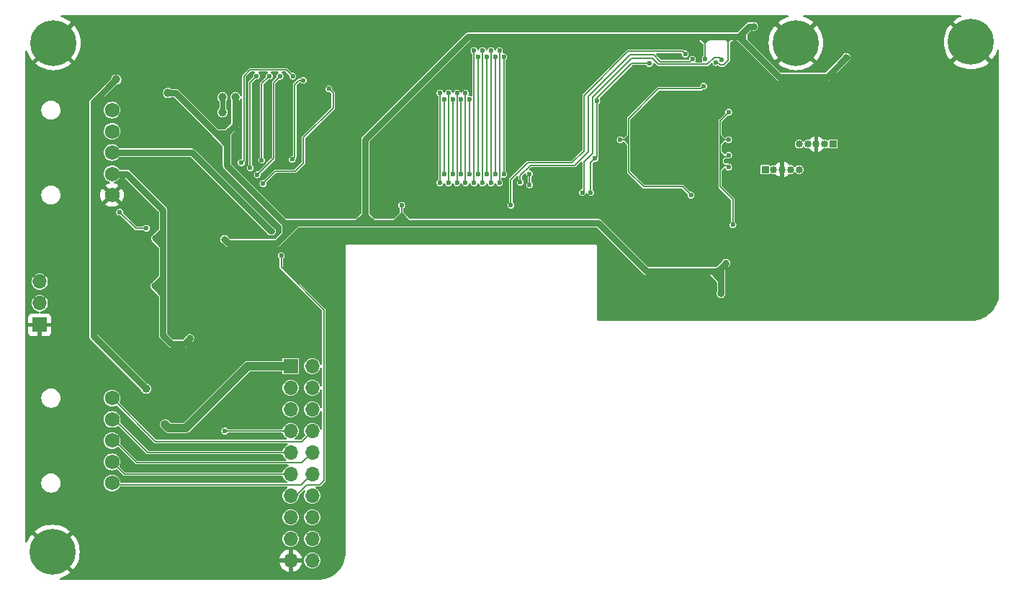
<source format=gbl>
%TF.GenerationSoftware,KiCad,Pcbnew,8.0.8*%
%TF.CreationDate,2025-02-15T13:00:22-07:00*%
%TF.ProjectId,ECE Capstone PCB Design,45434520-4361-4707-9374-6f6e65205043,rev?*%
%TF.SameCoordinates,Original*%
%TF.FileFunction,Copper,L2,Bot*%
%TF.FilePolarity,Positive*%
%FSLAX46Y46*%
G04 Gerber Fmt 4.6, Leading zero omitted, Abs format (unit mm)*
G04 Created by KiCad (PCBNEW 8.0.8) date 2025-02-15 13:00:22*
%MOMM*%
%LPD*%
G01*
G04 APERTURE LIST*
%TA.AperFunction,Conductor*%
%ADD10C,0.200000*%
%TD*%
%TA.AperFunction,ComponentPad*%
%ADD11C,1.752600*%
%TD*%
%TA.AperFunction,ComponentPad*%
%ADD12R,1.700000X1.700000*%
%TD*%
%TA.AperFunction,ComponentPad*%
%ADD13O,1.700000X1.700000*%
%TD*%
%TA.AperFunction,ComponentPad*%
%ADD14C,5.400000*%
%TD*%
%TA.AperFunction,ComponentPad*%
%ADD15R,0.850000X0.850000*%
%TD*%
%TA.AperFunction,ComponentPad*%
%ADD16O,0.850000X0.850000*%
%TD*%
%TA.AperFunction,ViaPad*%
%ADD17C,0.600000*%
%TD*%
%TA.AperFunction,ViaPad*%
%ADD18C,0.800000*%
%TD*%
%TA.AperFunction,ViaPad*%
%ADD19C,1.000000*%
%TD*%
%TA.AperFunction,Conductor*%
%ADD20C,0.750000*%
%TD*%
%TA.AperFunction,Conductor*%
%ADD21C,1.000000*%
%TD*%
%TA.AperFunction,Conductor*%
%ADD22C,0.558800*%
%TD*%
G04 APERTURE END LIST*
D10*
%TO.N,+3.3V*%
X205450000Y-50500000D02*
X205050000Y-50150000D01*
X205850000Y-50150000D01*
X205450000Y-50500000D01*
%TA.AperFunction,Conductor*%
G36*
X205450000Y-50500000D02*
G01*
X205050000Y-50150000D01*
X205850000Y-50150000D01*
X205450000Y-50500000D01*
G37*
%TD.AperFunction*%
X168300000Y-71900000D02*
X165800000Y-71900000D01*
X167050000Y-70650000D01*
X168300000Y-71900000D01*
%TA.AperFunction,Conductor*%
G36*
X168300000Y-71900000D02*
G01*
X165800000Y-71900000D01*
X167050000Y-70650000D01*
X168300000Y-71900000D01*
G37*
%TD.AperFunction*%
X146500000Y-63000000D02*
X145000000Y-61400000D01*
X146500000Y-61400000D01*
X146500000Y-63000000D01*
%TA.AperFunction,Conductor*%
G36*
X146500000Y-63000000D02*
G01*
X145000000Y-61400000D01*
X146500000Y-61400000D01*
X146500000Y-63000000D01*
G37*
%TD.AperFunction*%
X202750000Y-50625000D02*
X202200000Y-50125000D01*
X201900000Y-50125000D01*
X203350000Y-50100000D01*
X202750000Y-50625000D01*
%TA.AperFunction,Conductor*%
G36*
X202750000Y-50625000D02*
G01*
X202200000Y-50125000D01*
X201900000Y-50125000D01*
X203350000Y-50100000D01*
X202750000Y-50625000D01*
G37*
%TD.AperFunction*%
X153500000Y-72750000D02*
X153500000Y-72000000D01*
X154250000Y-72000000D01*
X153500000Y-72750000D01*
%TA.AperFunction,Conductor*%
G36*
X153500000Y-72750000D02*
G01*
X153500000Y-72000000D01*
X154250000Y-72000000D01*
X153500000Y-72750000D01*
G37*
%TD.AperFunction*%
%TO.N,Net-(U3-DVDD)*%
X193750000Y-62500000D02*
X193250000Y-62000000D01*
X193750000Y-61500000D01*
X193750000Y-62500000D01*
%TA.AperFunction,Conductor*%
G36*
X193750000Y-62500000D02*
G01*
X193250000Y-62000000D01*
X193750000Y-61500000D01*
X193750000Y-62500000D01*
G37*
%TD.AperFunction*%
%TO.N,+3.3V*%
X207500000Y-50300000D02*
X207075000Y-49850000D01*
X207500000Y-49400000D01*
X207500000Y-50300000D01*
%TA.AperFunction,Conductor*%
G36*
X207500000Y-50300000D02*
G01*
X207075000Y-49850000D01*
X207500000Y-49400000D01*
X207500000Y-50300000D01*
G37*
%TD.AperFunction*%
%TO.N,Net-(U3-AVDD)*%
X204750000Y-65000000D02*
X204500000Y-65000000D01*
X204500000Y-64000000D01*
X204750000Y-64000000D01*
X204750000Y-65000000D01*
%TA.AperFunction,Conductor*%
G36*
X204750000Y-65000000D02*
G01*
X204500000Y-65000000D01*
X204500000Y-64000000D01*
X204750000Y-64000000D01*
X204750000Y-65000000D01*
G37*
%TD.AperFunction*%
%TO.N,7V*%
X138900000Y-80000000D02*
X138100000Y-79200000D01*
X138800000Y-78600000D01*
X138900000Y-78500000D01*
X138900000Y-80000000D01*
%TA.AperFunction,Conductor*%
G36*
X138900000Y-80000000D02*
G01*
X138100000Y-79200000D01*
X138800000Y-78600000D01*
X138900000Y-78500000D01*
X138900000Y-80000000D01*
G37*
%TD.AperFunction*%
%TO.N,Net-(U3-AVDD)*%
X205000000Y-62000000D02*
X204500000Y-62500000D01*
X204500000Y-61500000D01*
X205000000Y-62000000D01*
%TA.AperFunction,Conductor*%
G36*
X205000000Y-62000000D02*
G01*
X204500000Y-62500000D01*
X204500000Y-61500000D01*
X205000000Y-62000000D01*
G37*
%TD.AperFunction*%
X205000000Y-64000000D02*
X204500000Y-64500000D01*
X204500000Y-63500000D01*
X205000000Y-64000000D01*
%TA.AperFunction,Conductor*%
G36*
X205000000Y-64000000D02*
G01*
X204500000Y-64500000D01*
X204500000Y-63500000D01*
X205000000Y-64000000D01*
G37*
%TD.AperFunction*%
%TO.N,+3.3V*%
X164000000Y-71750000D02*
X161500000Y-71750000D01*
X162750000Y-70500000D01*
X164000000Y-71750000D01*
%TA.AperFunction,Conductor*%
G36*
X164000000Y-71750000D02*
G01*
X161500000Y-71750000D01*
X162750000Y-70500000D01*
X164000000Y-71750000D01*
G37*
%TD.AperFunction*%
%TO.N,Net-(U3-AVDD)*%
X205000000Y-65000000D02*
X204500000Y-65500000D01*
X204500000Y-64500000D01*
X205000000Y-65000000D01*
%TA.AperFunction,Conductor*%
G36*
X205000000Y-65000000D02*
G01*
X204500000Y-65500000D01*
X204500000Y-64500000D01*
X205000000Y-65000000D01*
G37*
%TD.AperFunction*%
%TO.N,+3.3V*%
X204850000Y-78600000D02*
X204250000Y-78600000D01*
X203150000Y-77400000D01*
X204900000Y-77000000D01*
X204850000Y-78600000D01*
%TA.AperFunction,Conductor*%
G36*
X204850000Y-78600000D02*
G01*
X204250000Y-78600000D01*
X203150000Y-77400000D01*
X204900000Y-77000000D01*
X204850000Y-78600000D01*
G37*
%TD.AperFunction*%
%TD*%
D11*
%TO.P,J2,1,1*%
%TO.N,BT4*%
X133000000Y-102400000D03*
%TO.P,J2,2,2*%
%TO.N,BT3*%
X133000000Y-99900000D03*
%TO.P,J2,3,3*%
%TO.N,BT2*%
X133000000Y-97400000D03*
%TO.P,J2,4,4*%
%TO.N,BT1*%
X133000000Y-94900000D03*
%TO.P,J2,5,5*%
%TO.N,BT0*%
X133000000Y-92400000D03*
%TD*%
D12*
%TO.P,REF\u002A\u002A,1*%
%TO.N,+5V*%
X154000000Y-88640000D03*
D13*
%TO.P,REF\u002A\u002A,2*%
%TO.N,/PWRON_D*%
X156540000Y-88640000D03*
%TO.P,REF\u002A\u002A,3*%
%TO.N,/Rasberry PI (clock output)*%
X154000000Y-91180000D03*
%TO.P,REF\u002A\u002A,4*%
%TO.N,/Rasberry PI (RX interupt active low)*%
X156540000Y-91180000D03*
%TO.P,REF\u002A\u002A,5*%
%TO.N,/Rasberry PI (TX interupt active low)*%
X154000000Y-93720000D03*
%TO.P,REF\u002A\u002A,6*%
%TO.N,/Rasberry PI (interupt active low)*%
X156540000Y-93720000D03*
%TO.P,REF\u002A\u002A,7*%
%TO.N,Net-(J3-Pad5)*%
X154000000Y-96260000D03*
%TO.P,REF\u002A\u002A,8*%
%TO.N,BT0*%
X156540000Y-96260000D03*
%TO.P,REF\u002A\u002A,9*%
%TO.N,BT1*%
X154000000Y-98800000D03*
%TO.P,REF\u002A\u002A,10*%
%TO.N,BT2*%
X156540000Y-98800000D03*
%TO.P,REF\u002A\u002A,11*%
%TO.N,BT3*%
X154000000Y-101340000D03*
%TO.P,REF\u002A\u002A,12*%
%TO.N,BT4*%
X156540000Y-101340000D03*
%TO.P,REF\u002A\u002A,13*%
%TO.N,/PWM*%
X154000000Y-103880000D03*
%TO.P,REF\u002A\u002A,14*%
%TO.N,N/C*%
X156540000Y-103880000D03*
%TO.P,REF\u002A\u002A,15*%
%TO.N,/Rasberry PI (SPI input)*%
X154000000Y-106420000D03*
%TO.P,REF\u002A\u002A,16*%
%TO.N,/Rasberry PI (chip select)*%
X156540000Y-106420000D03*
%TO.P,REF\u002A\u002A,17*%
%TO.N,/PWRON*%
X154000000Y-108960000D03*
%TO.P,REF\u002A\u002A,18*%
%TO.N,/Rasberry PI (SPI output)*%
X156540000Y-108960000D03*
%TO.P,REF\u002A\u002A,19*%
%TO.N,/GND*%
X154000000Y-111500000D03*
%TO.P,REF\u002A\u002A,20*%
%TO.N,/Rasberry PI (SPI clock input)*%
X156540000Y-111500000D03*
%TD*%
D12*
%TO.P,REF\u002A\u002A,1*%
%TO.N,/GND*%
X124500000Y-83775000D03*
D13*
%TO.P,REF\u002A\u002A,2*%
%TO.N,Net-(J3-Pad5)*%
X124500000Y-81235000D03*
%TO.P,REF\u002A\u002A,3*%
%TO.N,+3.3V*%
X124500000Y-78695000D03*
%TD*%
D14*
%TO.P,REF\u002A\u002A,1*%
%TO.N,/GND*%
X126100000Y-50600000D03*
%TD*%
D11*
%TO.P,J1,1,1*%
%TO.N,/GND*%
X133000000Y-68500000D03*
%TO.P,J1,2,2*%
%TO.N,7V*%
X133000000Y-66000000D03*
%TO.P,J1,3,3*%
%TO.N,12V*%
X133000000Y-63500000D03*
%TO.P,J1,4,4*%
%TO.N,/CAN Bus connection H*%
X133000000Y-61000000D03*
%TO.P,J1,5,5*%
%TO.N,/CAN Bus connection L*%
X133000000Y-58500000D03*
%TD*%
D14*
%TO.P,REF\u002A\u002A,1*%
%TO.N,/GND*%
X234000000Y-50500000D03*
%TD*%
%TO.P,,1*%
%TO.N,/GND*%
X213400000Y-50600000D03*
%TD*%
D15*
%TO.P,REF\u002A\u002A,1*%
%TO.N,Net-(U3-RX2+)*%
X209800000Y-65500000D03*
D16*
%TO.P,REF\u002A\u002A,2*%
%TO.N,Net-(U3-RX2-)*%
X210800000Y-65500000D03*
%TO.P,REF\u002A\u002A,3*%
%TO.N,/GND*%
X211800000Y-65500000D03*
%TO.P,REF\u002A\u002A,4*%
%TO.N,Net-(U3-RX1+)*%
X212800000Y-65500000D03*
%TO.P,REF\u002A\u002A,5*%
%TO.N,Net-(U3-RX1-)*%
X213800000Y-65500000D03*
%TD*%
D14*
%TO.P,REF\u002A\u002A,1*%
%TO.N,/GND*%
X126000000Y-110500000D03*
%TD*%
D15*
%TO.P,REF\u002A\u002A,1*%
%TO.N,Net-(U3-RXC-)*%
X217800000Y-62500000D03*
D16*
%TO.P,REF\u002A\u002A,2*%
%TO.N,Net-(U3-RXC+)*%
X216800000Y-62500000D03*
%TO.P,REF\u002A\u002A,3*%
%TO.N,/GND*%
X215800000Y-62500000D03*
%TO.P,REF\u002A\u002A,4*%
%TO.N,Net-(U3-RX0-)*%
X214800000Y-62500000D03*
%TO.P,REF\u002A\u002A,5*%
%TO.N,Net-(U3-RX0+)*%
X213800000Y-62500000D03*
%TD*%
D17*
%TO.N,/GND*%
X222000000Y-65000000D03*
X222000000Y-63000000D03*
X220000000Y-72500000D03*
X218000000Y-72500000D03*
X216000000Y-72500000D03*
X214000000Y-72500000D03*
X217990000Y-59490000D03*
X206430000Y-77080000D03*
X133470000Y-77350000D03*
X143560000Y-79940000D03*
%TO.N,+3.3V*%
X204000000Y-52900000D03*
X202750000Y-52500000D03*
D18*
X219350000Y-52300000D03*
X205200000Y-76500000D03*
X146250000Y-73700000D03*
D17*
X133900000Y-70500000D03*
D19*
X147500000Y-57000000D03*
D18*
X204600000Y-80100000D03*
X208450000Y-48650000D03*
D17*
X137050000Y-72400000D03*
D19*
X139600000Y-56500000D03*
D17*
X167053776Y-69700000D03*
D19*
%TO.N,+5V*%
X139253600Y-95503600D03*
X146000000Y-57000000D03*
X146000000Y-58750000D03*
X133500000Y-54900000D03*
X137000000Y-91300000D03*
D17*
%TO.N,Net-(U3-OVDD)*%
X190000000Y-57400000D03*
X196200000Y-53000000D03*
X189800000Y-64200000D03*
X189300000Y-68200000D03*
%TO.N,Net-(U3-AVDD)*%
X205500000Y-58750000D03*
X205500000Y-65200000D03*
X206000000Y-72000000D03*
X205500000Y-62000000D03*
X205500000Y-63800000D03*
%TO.N,Net-(U3-DVDD)*%
X202578400Y-55671600D03*
X192750000Y-62000000D03*
X201078400Y-68500000D03*
D18*
%TO.N,7V*%
X138000000Y-79194398D03*
X142149800Y-85350200D03*
X138100000Y-73600000D03*
%TO.N,12V*%
X151750000Y-72750000D03*
D17*
%TO.N,/GND*%
X146000000Y-77000000D03*
X152500000Y-50000000D03*
X160500000Y-68500000D03*
X234000000Y-55000000D03*
X146400000Y-56000000D03*
X223000000Y-53000000D03*
X232000000Y-61000000D03*
X220000000Y-80000000D03*
X141500000Y-61000000D03*
X159000000Y-88000000D03*
X126000000Y-90000000D03*
X169000000Y-70000000D03*
X230000000Y-61000000D03*
X220000000Y-66750000D03*
X193500000Y-67750000D03*
X124000000Y-88000000D03*
X184710000Y-73330000D03*
X128000000Y-80000000D03*
X135000000Y-50000000D03*
X220000000Y-61000000D03*
X198000000Y-72000000D03*
X126000000Y-76000000D03*
X161400000Y-63400000D03*
X145000000Y-110000000D03*
X218000000Y-70500000D03*
X227000000Y-49000000D03*
X130000000Y-52500000D03*
X216000000Y-70500000D03*
X159000000Y-106000000D03*
X219000000Y-49000000D03*
X136090000Y-65250000D03*
X154150000Y-67440000D03*
X228000000Y-61000000D03*
X150000000Y-95000000D03*
X215990000Y-57230000D03*
X124200000Y-72500000D03*
X220000000Y-64750000D03*
X159000000Y-68500000D03*
X234000000Y-59000000D03*
X194000000Y-56750000D03*
X131060000Y-88100000D03*
X125000000Y-55000000D03*
X134480000Y-86200000D03*
X146000000Y-79000000D03*
X138090000Y-65250000D03*
X164110000Y-68490000D03*
X230000000Y-80000000D03*
X132500000Y-52500000D03*
X159000000Y-100000000D03*
X126000000Y-74000000D03*
X152000000Y-95000000D03*
X170000000Y-50000000D03*
X132500000Y-50000000D03*
X222000000Y-61000000D03*
X152390000Y-81780000D03*
X159000000Y-90000000D03*
X128000000Y-78000000D03*
X203500000Y-56700000D03*
X210000000Y-77000000D03*
X147500000Y-50000000D03*
X229000000Y-49000000D03*
X130000000Y-102000000D03*
X129170000Y-83780000D03*
X156060000Y-67520000D03*
X124000000Y-90000000D03*
X159000000Y-92000000D03*
X227000000Y-53000000D03*
X208000000Y-53000000D03*
X146140000Y-88840000D03*
X136500000Y-56600000D03*
X181000000Y-70500000D03*
X157500000Y-52500000D03*
X167500000Y-50000000D03*
X125000000Y-100000000D03*
X158860000Y-84640000D03*
X212000000Y-81000000D03*
X141990000Y-65250000D03*
X194000000Y-72000000D03*
X169260000Y-57680000D03*
X208000000Y-55000000D03*
X166600000Y-66700000D03*
X159000000Y-98000000D03*
X152500000Y-52500000D03*
X156190000Y-77890000D03*
X135000000Y-52500000D03*
X140000000Y-104000000D03*
X152210000Y-86700000D03*
X197750000Y-48500000D03*
X169290000Y-60410000D03*
X182500000Y-63500000D03*
X210000000Y-72500000D03*
X229000000Y-51000000D03*
X138000000Y-104000000D03*
X158700000Y-65500000D03*
X129000000Y-58800000D03*
X223000000Y-51000000D03*
X140900000Y-95000000D03*
X187000000Y-68000000D03*
X159000000Y-111000000D03*
X160000000Y-50000000D03*
X206500000Y-55000000D03*
X130000000Y-50000000D03*
X158200000Y-73880000D03*
X145000000Y-50000000D03*
X221000000Y-49000000D03*
X126000000Y-86000000D03*
X137500000Y-50000000D03*
X175000000Y-70000000D03*
X150000000Y-93000000D03*
X203500000Y-67750000D03*
X143990000Y-91090000D03*
X136000000Y-104000000D03*
X134000000Y-56500000D03*
X234000000Y-57000000D03*
X210000000Y-81000000D03*
X125000000Y-63500000D03*
X128900000Y-67300000D03*
X146410000Y-71780000D03*
X126000000Y-88000000D03*
X143950000Y-86160000D03*
X150000000Y-52500000D03*
X214000000Y-70500000D03*
X218000000Y-65000000D03*
X130000000Y-92000000D03*
X159000000Y-104000000D03*
X124000000Y-86000000D03*
X137500000Y-52500000D03*
X152240000Y-78950000D03*
X147750000Y-62000000D03*
X132000000Y-90000000D03*
X212000000Y-75000000D03*
X146000000Y-60250000D03*
X189350000Y-70160000D03*
X225000000Y-49000000D03*
X130000000Y-104000000D03*
X140090000Y-65250000D03*
X225000000Y-51000000D03*
X217990000Y-57230000D03*
X206500000Y-53000000D03*
X159000000Y-102000000D03*
X206500000Y-54000000D03*
X210000000Y-79000000D03*
X132660000Y-84470000D03*
X225000000Y-53000000D03*
X142500000Y-50000000D03*
X212000000Y-79000000D03*
X145950000Y-93900000D03*
X224000000Y-61000000D03*
X156430000Y-85060000D03*
X146000000Y-75000000D03*
X213990000Y-57230000D03*
X196000000Y-72000000D03*
X155000000Y-52500000D03*
X220000000Y-68500000D03*
X208000000Y-72500000D03*
X235000000Y-70000000D03*
X227000000Y-51000000D03*
X200000000Y-72000000D03*
X218000000Y-67000000D03*
X150000000Y-50000000D03*
X204000000Y-72000000D03*
X208000000Y-54000000D03*
X196400000Y-66500000D03*
X140800000Y-73500000D03*
X130000000Y-100000000D03*
X167500000Y-52500000D03*
X140000000Y-50000000D03*
X155000000Y-50000000D03*
X130000000Y-55000000D03*
X152600000Y-108500000D03*
X218000000Y-68500000D03*
X183500000Y-70500000D03*
X208250000Y-75000000D03*
X127500000Y-55000000D03*
X159000000Y-70000000D03*
X208000000Y-81000000D03*
X162500000Y-50000000D03*
X234000000Y-61000000D03*
X173000000Y-70000000D03*
X159000000Y-94000000D03*
X211990000Y-57230000D03*
X212000000Y-77000000D03*
X158670000Y-60810000D03*
X142000000Y-104000000D03*
X144000000Y-104000000D03*
X130000000Y-94000000D03*
X136250000Y-93280000D03*
X164000000Y-55000000D03*
X159000000Y-109000000D03*
X223000000Y-49000000D03*
X184500000Y-63500000D03*
X220000000Y-62750000D03*
X220000000Y-70500000D03*
X171000000Y-70000000D03*
X161500000Y-56000000D03*
X202000000Y-72000000D03*
X159000000Y-96000000D03*
X199500000Y-48500000D03*
X146000000Y-104000000D03*
X165000000Y-50000000D03*
X135000000Y-110000000D03*
X229000000Y-53000000D03*
X128000000Y-82000000D03*
X140900000Y-79200000D03*
X226000000Y-61000000D03*
X152000000Y-103500000D03*
X157500000Y-50000000D03*
X210000000Y-75000000D03*
X212000000Y-72500000D03*
X150630000Y-85240000D03*
X164500000Y-64500000D03*
X204500000Y-74750000D03*
X225000000Y-70000000D03*
X144700000Y-63400000D03*
X160500000Y-70000000D03*
%TO.N,/ACTIVE*%
X181000000Y-67000000D03*
X201250000Y-52500000D03*
%TO.N,/Rasberry PI (SPI input)*%
X152750000Y-54500000D03*
X150100000Y-66100000D03*
%TO.N,/Rasberry PI (chip select)*%
X150000000Y-54500000D03*
X149250000Y-65300000D03*
%TO.N,/Rasberry PI (SPI clock input)*%
X154250000Y-54500000D03*
X148200000Y-64700000D03*
%TO.N,/Rasberry PI (SPI output)*%
X151500000Y-54500000D03*
X150600000Y-64400000D03*
%TO.N,/Rasberry PI (RX interupt active low)*%
X155500000Y-55000000D03*
X154200000Y-64300000D03*
%TO.N,/Rasberry PI (TX interupt active low)*%
X158500000Y-56000000D03*
X150750000Y-67150000D03*
%TO.N,/PWRON*%
X188300000Y-68200000D03*
X204700000Y-52600000D03*
%TO.N,/PWRON_D*%
X179900000Y-69700000D03*
X200400000Y-51900000D03*
%TO.N,/PWM*%
X152900000Y-75627801D03*
%TO.N,Net-(J3-Pad5)*%
X146260000Y-96260000D03*
%TO.N,GO7*%
X175055792Y-57250000D03*
X175055792Y-66055792D03*
%TO.N,GO6*%
X174555666Y-67055666D03*
X174555666Y-56500000D03*
%TO.N,GO5*%
X174055540Y-66055540D03*
X174055540Y-57250000D03*
%TO.N,GO4*%
X173555414Y-56500000D03*
X173555414Y-67055414D03*
%TO.N,GO3*%
X173055288Y-57250000D03*
X173055288Y-66055288D03*
%TO.N,GO2*%
X172555162Y-67055162D03*
X172555162Y-56500000D03*
%TO.N,GO1*%
X172055036Y-57250000D03*
X172055036Y-66055036D03*
%TO.N,GO0*%
X171554910Y-56500000D03*
X171554910Y-67054910D03*
%TO.N,BO7*%
X179056800Y-52250000D03*
X179056800Y-66056800D03*
%TO.N,BO6*%
X178556674Y-51500000D03*
X178556674Y-67056674D03*
%TO.N,BO5*%
X178056548Y-52250000D03*
X178056548Y-66056548D03*
%TO.N,BO4*%
X177556422Y-67056422D03*
X177556422Y-51500000D03*
%TO.N,BO3*%
X177056296Y-52250000D03*
X177056296Y-66056296D03*
%TO.N,BO2*%
X176556170Y-51500000D03*
X176556170Y-67056170D03*
%TO.N,BO1*%
X176056044Y-66056044D03*
X176056044Y-52250000D03*
%TO.N,BO0*%
X175555918Y-51500000D03*
X175555918Y-67055918D03*
%TO.N,DISPENO*%
X182100000Y-67300000D03*
X182100000Y-66000000D03*
%TO.N,/GND*%
X177000000Y-70000000D03*
%TD*%
D10*
%TO.N,+3.3V*%
X137050000Y-72400000D02*
X135800000Y-72400000D01*
X135800000Y-72400000D02*
X133900000Y-70500000D01*
D20*
X207925000Y-48650000D02*
X206725000Y-49850000D01*
X208450000Y-48650000D02*
X207925000Y-48650000D01*
D10*
%TO.N,/PWRON_D*%
X200400000Y-51900000D02*
X200100000Y-51600000D01*
X200100000Y-51600000D02*
X193700000Y-51600000D01*
X181900000Y-64700000D02*
X179900000Y-66700000D01*
X193700000Y-51600000D02*
X188500000Y-56800000D01*
X188500000Y-56800000D02*
X188500000Y-63300000D01*
X188500000Y-63300000D02*
X187100000Y-64700000D01*
X187100000Y-64700000D02*
X181900000Y-64700000D01*
X179900000Y-66700000D02*
X179900000Y-69700000D01*
%TO.N,/ACTIVE*%
X181000000Y-67000000D02*
X181000000Y-66200000D01*
X181000000Y-66200000D02*
X182200000Y-65000000D01*
X182200000Y-65000000D02*
X187400000Y-65000000D01*
X189000000Y-56900000D02*
X193900000Y-52000000D01*
X196700000Y-52000000D02*
X197500000Y-52800000D01*
X187400000Y-65000000D02*
X189000000Y-63400000D01*
X189000000Y-63400000D02*
X189000000Y-56900000D01*
X197500000Y-52800000D02*
X200950000Y-52800000D01*
X193900000Y-52000000D02*
X196700000Y-52000000D01*
X200950000Y-52800000D02*
X201250000Y-52500000D01*
%TO.N,/PWRON*%
X203800000Y-52300000D02*
X203000000Y-53100000D01*
X189500000Y-57000000D02*
X189500000Y-63600000D01*
X188500000Y-64600000D02*
X188500000Y-68000000D01*
X197200000Y-53100000D02*
X196500000Y-52400000D01*
X196500000Y-52400000D02*
X194100000Y-52400000D01*
X203000000Y-53100000D02*
X197200000Y-53100000D01*
X204400000Y-52300000D02*
X203800000Y-52300000D01*
X204700000Y-52600000D02*
X204400000Y-52300000D01*
X194100000Y-52400000D02*
X189500000Y-57000000D01*
X189500000Y-63600000D02*
X188500000Y-64600000D01*
X188500000Y-68000000D02*
X188300000Y-68200000D01*
%TO.N,Net-(U3-OVDD)*%
X190000000Y-57400000D02*
X190000000Y-64000000D01*
X190000000Y-64000000D02*
X189800000Y-64200000D01*
D20*
%TO.N,+3.3V*%
X205550000Y-49850000D02*
X174900000Y-49850000D01*
X162800000Y-61950000D02*
X162800000Y-71800000D01*
X157200000Y-71800000D02*
X162800000Y-71800000D01*
D10*
X202750000Y-49850000D02*
X202750000Y-52500000D01*
D20*
X153375000Y-71875000D02*
X153375000Y-73125000D01*
D10*
X204000000Y-52900000D02*
X204200000Y-52900000D01*
D20*
X206725000Y-49850000D02*
X205550000Y-49850000D01*
X195850000Y-77450000D02*
X204250000Y-77450000D01*
D10*
X204200000Y-52900000D02*
X204500000Y-53200000D01*
D20*
X174900000Y-49850000D02*
X162800000Y-61950000D01*
X153300000Y-71800000D02*
X153375000Y-71875000D01*
X146500000Y-61250000D02*
X145250000Y-61250000D01*
X211450000Y-54575000D02*
X217075000Y-54575000D01*
X153300000Y-71800000D02*
X157200000Y-71800000D01*
X152350000Y-74150000D02*
X153375000Y-73125000D01*
X146500000Y-65000000D02*
X153300000Y-71800000D01*
X154700000Y-71800000D02*
X157200000Y-71800000D01*
X140500000Y-56500000D02*
X139600000Y-56500000D01*
X146250000Y-73700000D02*
X146700000Y-74150000D01*
X162800000Y-71800000D02*
X190200000Y-71800000D01*
X190200000Y-71800000D02*
X195850000Y-77450000D01*
D10*
X204500000Y-53200000D02*
X204900000Y-53200000D01*
X205450000Y-49950000D02*
X205550000Y-49850000D01*
X167053776Y-71271224D02*
X167050000Y-71275000D01*
D20*
X219350000Y-52300000D02*
X219375000Y-52300000D01*
X204600000Y-77800000D02*
X204600000Y-80100000D01*
X204250000Y-77450000D02*
X205200000Y-76500000D01*
X153375000Y-73125000D02*
X154700000Y-71800000D01*
D10*
X167053776Y-69700000D02*
X167053776Y-71271224D01*
D20*
X206725000Y-49850000D02*
X211450000Y-54575000D01*
D10*
X204900000Y-53200000D02*
X205450000Y-52650000D01*
D20*
X145250000Y-61250000D02*
X140500000Y-56500000D01*
X146700000Y-74150000D02*
X152350000Y-74150000D01*
X204250000Y-77450000D02*
X204600000Y-77800000D01*
X217075000Y-54575000D02*
X219350000Y-52300000D01*
D10*
X205450000Y-52650000D02*
X205450000Y-49950000D01*
D20*
X146500000Y-61250000D02*
X146500000Y-65000000D01*
X147500000Y-57000000D02*
X147500000Y-60250000D01*
X147500000Y-60250000D02*
X146500000Y-61250000D01*
D21*
%TO.N,+5V*%
X139650000Y-95900000D02*
X141700000Y-95900000D01*
D20*
X130800000Y-57600000D02*
X130800000Y-85100000D01*
X130800000Y-85100000D02*
X137000000Y-91300000D01*
D21*
X139253600Y-95503600D02*
X139650000Y-95900000D01*
X141700000Y-95900000D02*
X148960000Y-88640000D01*
X148960000Y-88640000D02*
X154000000Y-88640000D01*
D10*
X154067107Y-88640000D02*
X154000000Y-88640000D01*
X154360000Y-88640000D02*
X154000000Y-88640000D01*
D22*
X146000000Y-57000000D02*
X146000000Y-58750000D01*
D20*
X133500000Y-54900000D02*
X130800000Y-57600000D01*
D10*
%TO.N,Net-(U3-OVDD)*%
X189300000Y-64700000D02*
X189800000Y-64200000D01*
X194100000Y-53000000D02*
X190000000Y-57100000D01*
X189300000Y-68200000D02*
X189300000Y-64700000D01*
X190000000Y-57100000D02*
X190000000Y-57400000D01*
X196200000Y-53000000D02*
X194100000Y-53000000D01*
%TO.N,Net-(U3-AVDD)*%
X206000000Y-69000000D02*
X206000000Y-72000000D01*
X205500000Y-62000000D02*
X204500000Y-62000000D01*
X204500000Y-65000000D02*
X204500000Y-67500000D01*
X204500000Y-67500000D02*
X206000000Y-69000000D01*
X205300000Y-64000000D02*
X204500000Y-64000000D01*
X205500000Y-58750000D02*
X204500000Y-59750000D01*
X204500000Y-62000000D02*
X204500000Y-64000000D01*
X205300000Y-65000000D02*
X204500000Y-65000000D01*
X205500000Y-63800000D02*
X205300000Y-64000000D01*
X205500000Y-65200000D02*
X205300000Y-65000000D01*
X204500000Y-64000000D02*
X204500000Y-65000000D01*
X204500000Y-59750000D02*
X204500000Y-62000000D01*
%TO.N,Net-(U3-DVDD)*%
X192750000Y-62000000D02*
X193750000Y-62000000D01*
X193750000Y-62000000D02*
X193750000Y-65750000D01*
X193750000Y-59500000D02*
X193750000Y-62000000D01*
X202250000Y-56000000D02*
X197250000Y-56000000D01*
X195500000Y-67500000D02*
X200078400Y-67500000D01*
X193750000Y-65750000D02*
X195500000Y-67500000D01*
X200078400Y-67500000D02*
X201078400Y-68500000D01*
X202578400Y-55671600D02*
X202250000Y-56000000D01*
X197250000Y-56000000D02*
X193750000Y-59500000D01*
D20*
%TO.N,7V*%
X139000000Y-78194398D02*
X139000000Y-74600000D01*
X139000000Y-74600000D02*
X139000000Y-72700000D01*
X140000000Y-86000000D02*
X141500000Y-86000000D01*
X138100000Y-73600000D02*
X139000000Y-74500000D01*
X139000000Y-80194398D02*
X139000000Y-85000000D01*
X139000000Y-72700000D02*
X138100000Y-73600000D01*
X141500000Y-86000000D02*
X142149800Y-85350200D01*
X139000000Y-70250000D02*
X134750000Y-66000000D01*
X139000000Y-74500000D02*
X139000000Y-74600000D01*
X139000000Y-70250000D02*
X139000000Y-74500000D01*
X138000000Y-79194398D02*
X139000000Y-78194398D01*
X139000000Y-78194398D02*
X139000000Y-80194398D01*
X134750000Y-66000000D02*
X133000000Y-66000000D01*
X139000000Y-85000000D02*
X140000000Y-86000000D01*
X138000000Y-79194398D02*
X139000000Y-80194398D01*
%TO.N,12V*%
X142400000Y-63500000D02*
X133000000Y-63500000D01*
X151750000Y-72750000D02*
X151650000Y-72750000D01*
X151650000Y-72750000D02*
X142400000Y-63500000D01*
D10*
%TO.N,/Rasberry PI (SPI input)*%
X150100000Y-66100000D02*
X152000000Y-64200000D01*
X152000000Y-64200000D02*
X152000000Y-55250000D01*
X152000000Y-55250000D02*
X152750000Y-54500000D01*
%TO.N,/Rasberry PI (chip select)*%
X149250000Y-65300000D02*
X149250000Y-55250000D01*
X149250000Y-55250000D02*
X150000000Y-54500000D01*
%TO.N,/Rasberry PI (SPI clock input)*%
X149250000Y-53750000D02*
X153500000Y-53750000D01*
X148200000Y-64700000D02*
X148500000Y-64400000D01*
X153500000Y-53750000D02*
X154250000Y-54500000D01*
X148500000Y-54500000D02*
X149250000Y-53750000D01*
X148500000Y-64400000D02*
X148500000Y-54500000D01*
%TO.N,/Rasberry PI (SPI output)*%
X150600000Y-64400000D02*
X150600000Y-55400000D01*
X150600000Y-55400000D02*
X151500000Y-54500000D01*
%TO.N,/Rasberry PI (RX interupt active low)*%
X154500000Y-64000000D02*
X154500000Y-55500000D01*
X154500000Y-55500000D02*
X155000000Y-55000000D01*
X154200000Y-64300000D02*
X154500000Y-64000000D01*
X155000000Y-55000000D02*
X155500000Y-55000000D01*
%TO.N,/Rasberry PI (TX interupt active low)*%
X154550000Y-65700000D02*
X155500000Y-64750000D01*
X155500000Y-64750000D02*
X155500000Y-61750000D01*
X152200000Y-65700000D02*
X154550000Y-65700000D01*
X159000000Y-58250000D02*
X159000000Y-56500000D01*
X155500000Y-61750000D02*
X159000000Y-58250000D01*
X150750000Y-67150000D02*
X152200000Y-65700000D01*
X159000000Y-56500000D02*
X158500000Y-56000000D01*
%TO.N,/PWM*%
X155900000Y-102600000D02*
X157400000Y-102600000D01*
X154620000Y-103880000D02*
X155900000Y-102600000D01*
X157900000Y-102100000D02*
X157900000Y-82000000D01*
X153880000Y-104000000D02*
X154000000Y-103880000D01*
X157900000Y-82000000D02*
X152900000Y-77000000D01*
X157400000Y-102600000D02*
X157900000Y-102100000D01*
X154000000Y-103880000D02*
X154620000Y-103880000D01*
X152900000Y-77000000D02*
X152900000Y-75627801D01*
%TO.N,Net-(J3-Pad5)*%
X154000000Y-96260000D02*
X146260000Y-96260000D01*
%TO.N,GO7*%
X175055792Y-66055792D02*
X175055792Y-57250000D01*
%TO.N,GO6*%
X174555666Y-67055666D02*
X174555666Y-56500000D01*
%TO.N,GO5*%
X174055540Y-66055540D02*
X174055540Y-57250000D01*
%TO.N,GO4*%
X173555414Y-67055414D02*
X173555414Y-56500000D01*
%TO.N,GO3*%
X173055288Y-66055288D02*
X173055288Y-57250000D01*
%TO.N,GO2*%
X172555162Y-67055162D02*
X172555162Y-56500000D01*
%TO.N,GO1*%
X172055036Y-57250000D02*
X172055036Y-66055036D01*
%TO.N,GO0*%
X171554910Y-67054910D02*
X171554910Y-56500000D01*
%TO.N,BO7*%
X179056800Y-66056800D02*
X179056800Y-52250000D01*
%TO.N,BO6*%
X178556674Y-67056674D02*
X178556674Y-51500000D01*
%TO.N,BO5*%
X178056548Y-66056548D02*
X178056548Y-52250000D01*
%TO.N,BO4*%
X177556422Y-67056422D02*
X177556422Y-51500000D01*
%TO.N,BO3*%
X177056296Y-66056296D02*
X177056296Y-52250000D01*
%TO.N,BO2*%
X176556170Y-67056170D02*
X176556170Y-51500000D01*
%TO.N,BO1*%
X176056044Y-66056044D02*
X176056044Y-52250000D01*
%TO.N,BO0*%
X175555918Y-67055918D02*
X175555918Y-51500000D01*
%TO.N,BT1*%
X133300000Y-94900000D02*
X133000000Y-94900000D01*
X154000000Y-98800000D02*
X137200000Y-98800000D01*
X137200000Y-98800000D02*
X133300000Y-94900000D01*
%TO.N,BT2*%
X156540000Y-98800000D02*
X155340000Y-100000000D01*
X133300000Y-97400000D02*
X133000000Y-97400000D01*
X135900000Y-100000000D02*
X133300000Y-97400000D01*
X155340000Y-100000000D02*
X135900000Y-100000000D01*
%TO.N,BT3*%
X154000000Y-101340000D02*
X134440000Y-101340000D01*
X134440000Y-101340000D02*
X133000000Y-99900000D01*
%TO.N,BT0*%
X138100000Y-97500000D02*
X133000000Y-92400000D01*
X155300000Y-97500000D02*
X138100000Y-97500000D01*
X156540000Y-96260000D02*
X155300000Y-97500000D01*
X133000000Y-92400000D02*
X133300000Y-92400000D01*
%TO.N,BT4*%
X156540000Y-101340000D02*
X156460000Y-101340000D01*
X156460000Y-101340000D02*
X155200000Y-102600000D01*
X133000000Y-102400000D02*
X133300000Y-102400000D01*
X155200000Y-102600000D02*
X133200000Y-102600000D01*
X133200000Y-102600000D02*
X133000000Y-102400000D01*
%TO.N,DISPENO*%
X182100000Y-66000000D02*
X182100000Y-67300000D01*
%TD*%
%TA.AperFunction,Conductor*%
%TO.N,/GND*%
G36*
X212482312Y-47320185D02*
G01*
X212528067Y-47372989D01*
X212538011Y-47442147D01*
X212508986Y-47505703D01*
X212450208Y-47543477D01*
X212449600Y-47543654D01*
X212341447Y-47574812D01*
X212009390Y-47712353D01*
X212009386Y-47712355D01*
X211694810Y-47886215D01*
X211694805Y-47886218D01*
X211401693Y-48094194D01*
X211401685Y-48094199D01*
X211320397Y-48166842D01*
X211320397Y-48166843D01*
X212638282Y-49484728D01*
X212520534Y-49570278D01*
X212370278Y-49720534D01*
X212284728Y-49838282D01*
X210966843Y-48520397D01*
X210966842Y-48520397D01*
X210894199Y-48601685D01*
X210894194Y-48601693D01*
X210686218Y-48894805D01*
X210686215Y-48894810D01*
X210512355Y-49209386D01*
X210512353Y-49209390D01*
X210374812Y-49541447D01*
X210275316Y-49886805D01*
X210275314Y-49886814D01*
X210215112Y-50241141D01*
X210215110Y-50241153D01*
X210194958Y-50600000D01*
X210215110Y-50958846D01*
X210215112Y-50958858D01*
X210275314Y-51313185D01*
X210275316Y-51313194D01*
X210374812Y-51658552D01*
X210512353Y-51990609D01*
X210512355Y-51990613D01*
X210686215Y-52305189D01*
X210686218Y-52305194D01*
X210894193Y-52598306D01*
X210966843Y-52679601D01*
X212284727Y-51361716D01*
X212370278Y-51479466D01*
X212520534Y-51629722D01*
X212638281Y-51715270D01*
X211320397Y-53033155D01*
X211401693Y-53105806D01*
X211694805Y-53313781D01*
X211694810Y-53313784D01*
X212009386Y-53487644D01*
X212009390Y-53487646D01*
X212341447Y-53625187D01*
X212686805Y-53724683D01*
X212686814Y-53724685D01*
X213041141Y-53784887D01*
X213041153Y-53784889D01*
X213400000Y-53805041D01*
X213758846Y-53784889D01*
X213758858Y-53784887D01*
X214113185Y-53724685D01*
X214113194Y-53724683D01*
X214458552Y-53625187D01*
X214790609Y-53487646D01*
X214790613Y-53487644D01*
X215105189Y-53313784D01*
X215105194Y-53313781D01*
X215398306Y-53105806D01*
X215479601Y-53033155D01*
X214161717Y-51715270D01*
X214279466Y-51629722D01*
X214429722Y-51479466D01*
X214515270Y-51361717D01*
X215833155Y-52679601D01*
X215905806Y-52598306D01*
X216113781Y-52305194D01*
X216113784Y-52305189D01*
X216287644Y-51990613D01*
X216287646Y-51990609D01*
X216425187Y-51658552D01*
X216524683Y-51313194D01*
X216524685Y-51313185D01*
X216584887Y-50958858D01*
X216584889Y-50958846D01*
X216605041Y-50600000D01*
X216584889Y-50241153D01*
X216584887Y-50241141D01*
X216524685Y-49886814D01*
X216524683Y-49886805D01*
X216425187Y-49541447D01*
X216287646Y-49209390D01*
X216287644Y-49209386D01*
X216113784Y-48894810D01*
X216113781Y-48894805D01*
X215905806Y-48601693D01*
X215833155Y-48520397D01*
X214515270Y-49838281D01*
X214429722Y-49720534D01*
X214279466Y-49570278D01*
X214161717Y-49484728D01*
X215479602Y-48166843D01*
X215398306Y-48094193D01*
X215105194Y-47886218D01*
X215105189Y-47886215D01*
X214790613Y-47712355D01*
X214790609Y-47712353D01*
X214458552Y-47574812D01*
X214350400Y-47543654D01*
X214291430Y-47506180D01*
X214262081Y-47442773D01*
X214271671Y-47373565D01*
X214317156Y-47320528D01*
X214384094Y-47300502D01*
X214384727Y-47300500D01*
X232738884Y-47300500D01*
X232805923Y-47320185D01*
X232851678Y-47372989D01*
X232861622Y-47442147D01*
X232832597Y-47505703D01*
X232786336Y-47539061D01*
X232609390Y-47612353D01*
X232609386Y-47612355D01*
X232294810Y-47786215D01*
X232294805Y-47786218D01*
X232001693Y-47994194D01*
X232001685Y-47994199D01*
X231920397Y-48066842D01*
X231920397Y-48066843D01*
X233238282Y-49384728D01*
X233120534Y-49470278D01*
X232970278Y-49620534D01*
X232884728Y-49738282D01*
X231566843Y-48420397D01*
X231566842Y-48420397D01*
X231494199Y-48501685D01*
X231494194Y-48501693D01*
X231286218Y-48794805D01*
X231286215Y-48794810D01*
X231112355Y-49109386D01*
X231112353Y-49109390D01*
X230974812Y-49441447D01*
X230875316Y-49786805D01*
X230875314Y-49786814D01*
X230815112Y-50141141D01*
X230815110Y-50141153D01*
X230794958Y-50500000D01*
X230815110Y-50858846D01*
X230815112Y-50858858D01*
X230875314Y-51213185D01*
X230875316Y-51213194D01*
X230974812Y-51558552D01*
X231112353Y-51890609D01*
X231112355Y-51890613D01*
X231286215Y-52205189D01*
X231286218Y-52205194D01*
X231494193Y-52498306D01*
X231566843Y-52579601D01*
X232884727Y-51261716D01*
X232970278Y-51379466D01*
X233120534Y-51529722D01*
X233238281Y-51615270D01*
X231920397Y-52933155D01*
X232001693Y-53005806D01*
X232294805Y-53213781D01*
X232294810Y-53213784D01*
X232609386Y-53387644D01*
X232609390Y-53387646D01*
X232941447Y-53525187D01*
X233286805Y-53624683D01*
X233286814Y-53624685D01*
X233641141Y-53684887D01*
X233641153Y-53684889D01*
X234000000Y-53705041D01*
X234358846Y-53684889D01*
X234358858Y-53684887D01*
X234713185Y-53624685D01*
X234713194Y-53624683D01*
X235058552Y-53525187D01*
X235390609Y-53387646D01*
X235390613Y-53387644D01*
X235705189Y-53213784D01*
X235705194Y-53213781D01*
X235998306Y-53005806D01*
X236079601Y-52933155D01*
X234761717Y-51615270D01*
X234879466Y-51529722D01*
X235029722Y-51379466D01*
X235115271Y-51261717D01*
X236433155Y-52579601D01*
X236505806Y-52498306D01*
X236713781Y-52205194D01*
X236713784Y-52205189D01*
X236887644Y-51890613D01*
X236887646Y-51890609D01*
X237025187Y-51558552D01*
X237056346Y-51450399D01*
X237093820Y-51391429D01*
X237157227Y-51362080D01*
X237226435Y-51371670D01*
X237279472Y-51417155D01*
X237299498Y-51484093D01*
X237299500Y-51484726D01*
X237299500Y-79996753D01*
X237299330Y-80003243D01*
X237281764Y-80338405D01*
X237280407Y-80351313D01*
X237228415Y-80679580D01*
X237225717Y-80692276D01*
X237139692Y-81013326D01*
X237135681Y-81025670D01*
X237016572Y-81335960D01*
X237011293Y-81347817D01*
X236860399Y-81643964D01*
X236853909Y-81655204D01*
X236672893Y-81933943D01*
X236665264Y-81944444D01*
X236456092Y-82202749D01*
X236447407Y-82212394D01*
X236212394Y-82447407D01*
X236202749Y-82456092D01*
X235944444Y-82665264D01*
X235933943Y-82672893D01*
X235655204Y-82853909D01*
X235643964Y-82860399D01*
X235347817Y-83011293D01*
X235335960Y-83016572D01*
X235025670Y-83135681D01*
X235013326Y-83139692D01*
X234692276Y-83225717D01*
X234679580Y-83228415D01*
X234351313Y-83280407D01*
X234338405Y-83281764D01*
X234003244Y-83299330D01*
X233996754Y-83299500D01*
X190184500Y-83299500D01*
X190117461Y-83279815D01*
X190071706Y-83227011D01*
X190060500Y-83175500D01*
X190060500Y-74460119D01*
X190060499Y-74460116D01*
X190052980Y-74441964D01*
X190029976Y-74386426D01*
X189973574Y-74330024D01*
X189937706Y-74315167D01*
X189899883Y-74299500D01*
X189899882Y-74299500D01*
X160710057Y-74299500D01*
X160705624Y-74299498D01*
X160670174Y-74299489D01*
X160670173Y-74299489D01*
X160670166Y-74299489D01*
X160670124Y-74299497D01*
X160632319Y-74315156D01*
X160632292Y-74315167D01*
X160596446Y-74330003D01*
X160567374Y-74359075D01*
X160567354Y-74359094D01*
X160540034Y-74386399D01*
X160524325Y-74424326D01*
X160524311Y-74424360D01*
X160509500Y-74460087D01*
X160509500Y-74499697D01*
X160499514Y-110448047D01*
X160499500Y-110448196D01*
X160499500Y-110496753D01*
X160499330Y-110503243D01*
X160481764Y-110838405D01*
X160480407Y-110851313D01*
X160428415Y-111179580D01*
X160425717Y-111192276D01*
X160339692Y-111513326D01*
X160335681Y-111525670D01*
X160216572Y-111835960D01*
X160211293Y-111847817D01*
X160060399Y-112143964D01*
X160053909Y-112155204D01*
X159872893Y-112433943D01*
X159865264Y-112444444D01*
X159656092Y-112702749D01*
X159647407Y-112712394D01*
X159412394Y-112947407D01*
X159402749Y-112956092D01*
X159144444Y-113165264D01*
X159133943Y-113172893D01*
X158855204Y-113353909D01*
X158843964Y-113360399D01*
X158547817Y-113511293D01*
X158535960Y-113516572D01*
X158225670Y-113635681D01*
X158213326Y-113639692D01*
X157892276Y-113725717D01*
X157879580Y-113728415D01*
X157551313Y-113780407D01*
X157538405Y-113781764D01*
X157203244Y-113799330D01*
X157196754Y-113799500D01*
X126984727Y-113799500D01*
X126917688Y-113779815D01*
X126871933Y-113727011D01*
X126861989Y-113657853D01*
X126891014Y-113594297D01*
X126949792Y-113556523D01*
X126950400Y-113556346D01*
X127058552Y-113525187D01*
X127390609Y-113387646D01*
X127390613Y-113387644D01*
X127705189Y-113213784D01*
X127705194Y-113213781D01*
X127998306Y-113005806D01*
X128079601Y-112933155D01*
X126761717Y-111615271D01*
X126879466Y-111529722D01*
X127029722Y-111379466D01*
X127115271Y-111261717D01*
X128433155Y-112579601D01*
X128505806Y-112498306D01*
X128713781Y-112205194D01*
X128713784Y-112205189D01*
X128887644Y-111890613D01*
X128887646Y-111890609D01*
X129025187Y-111558552D01*
X129114080Y-111249999D01*
X152669364Y-111249999D01*
X152669364Y-111250000D01*
X153566988Y-111250000D01*
X153534075Y-111307007D01*
X153500000Y-111434174D01*
X153500000Y-111565826D01*
X153534075Y-111692993D01*
X153566988Y-111750000D01*
X152669364Y-111750000D01*
X152726567Y-111963486D01*
X152726570Y-111963492D01*
X152826399Y-112177578D01*
X152961894Y-112371082D01*
X153128917Y-112538105D01*
X153322421Y-112673600D01*
X153536507Y-112773429D01*
X153536516Y-112773433D01*
X153750000Y-112830634D01*
X153750000Y-111933012D01*
X153807007Y-111965925D01*
X153934174Y-112000000D01*
X154065826Y-112000000D01*
X154192993Y-111965925D01*
X154250000Y-111933012D01*
X154250000Y-112830633D01*
X154463483Y-112773433D01*
X154463492Y-112773429D01*
X154677578Y-112673600D01*
X154871082Y-112538105D01*
X155038105Y-112371082D01*
X155173600Y-112177578D01*
X155273429Y-111963492D01*
X155273432Y-111963486D01*
X155330636Y-111750000D01*
X154433012Y-111750000D01*
X154465925Y-111692993D01*
X154500000Y-111565826D01*
X154500000Y-111500000D01*
X155584901Y-111500000D01*
X155603252Y-111686331D01*
X155603253Y-111686333D01*
X155657604Y-111865502D01*
X155745862Y-112030623D01*
X155745864Y-112030626D01*
X155864642Y-112175357D01*
X156009373Y-112294135D01*
X156009376Y-112294137D01*
X156153332Y-112371082D01*
X156174499Y-112382396D01*
X156344426Y-112433943D01*
X156353666Y-112436746D01*
X156353668Y-112436747D01*
X156370374Y-112438392D01*
X156540000Y-112455099D01*
X156726331Y-112436747D01*
X156905501Y-112382396D01*
X157070625Y-112294136D01*
X157215357Y-112175357D01*
X157334136Y-112030625D01*
X157422396Y-111865501D01*
X157476747Y-111686331D01*
X157495099Y-111500000D01*
X157476747Y-111313669D01*
X157422396Y-111134499D01*
X157403903Y-111099901D01*
X157334137Y-110969376D01*
X157334135Y-110969373D01*
X157215357Y-110824642D01*
X157070626Y-110705864D01*
X157070623Y-110705862D01*
X156905502Y-110617604D01*
X156726333Y-110563253D01*
X156726331Y-110563252D01*
X156540000Y-110544901D01*
X156353668Y-110563252D01*
X156353666Y-110563253D01*
X156174497Y-110617604D01*
X156009376Y-110705862D01*
X156009373Y-110705864D01*
X155864642Y-110824642D01*
X155745864Y-110969373D01*
X155745862Y-110969376D01*
X155657604Y-111134497D01*
X155603253Y-111313666D01*
X155603252Y-111313668D01*
X155584901Y-111500000D01*
X154500000Y-111500000D01*
X154500000Y-111434174D01*
X154465925Y-111307007D01*
X154433012Y-111250000D01*
X155330636Y-111250000D01*
X155330635Y-111249999D01*
X155273432Y-111036513D01*
X155273429Y-111036507D01*
X155173600Y-110822422D01*
X155173599Y-110822420D01*
X155038113Y-110628926D01*
X155038108Y-110628920D01*
X154871082Y-110461894D01*
X154677578Y-110326399D01*
X154463492Y-110226570D01*
X154463486Y-110226567D01*
X154250000Y-110169364D01*
X154250000Y-111066988D01*
X154192993Y-111034075D01*
X154065826Y-111000000D01*
X153934174Y-111000000D01*
X153807007Y-111034075D01*
X153750000Y-111066988D01*
X153750000Y-110169364D01*
X153749999Y-110169364D01*
X153536513Y-110226567D01*
X153536507Y-110226570D01*
X153322422Y-110326399D01*
X153322420Y-110326400D01*
X153128926Y-110461886D01*
X153128920Y-110461891D01*
X152961891Y-110628920D01*
X152961886Y-110628926D01*
X152826400Y-110822420D01*
X152826399Y-110822422D01*
X152726570Y-111036507D01*
X152726567Y-111036513D01*
X152669364Y-111249999D01*
X129114080Y-111249999D01*
X129124683Y-111213194D01*
X129124685Y-111213185D01*
X129184887Y-110858858D01*
X129184889Y-110858846D01*
X129205041Y-110500000D01*
X129184889Y-110141153D01*
X129184887Y-110141141D01*
X129124685Y-109786814D01*
X129124683Y-109786805D01*
X129025187Y-109441447D01*
X128887646Y-109109390D01*
X128887644Y-109109386D01*
X128805081Y-108960000D01*
X153044901Y-108960000D01*
X153063252Y-109146331D01*
X153063253Y-109146333D01*
X153117604Y-109325502D01*
X153205862Y-109490623D01*
X153205864Y-109490626D01*
X153324642Y-109635357D01*
X153469373Y-109754135D01*
X153469376Y-109754137D01*
X153541048Y-109792446D01*
X153634499Y-109842396D01*
X153813666Y-109896746D01*
X153813668Y-109896747D01*
X153830374Y-109898392D01*
X154000000Y-109915099D01*
X154186331Y-109896747D01*
X154365501Y-109842396D01*
X154530625Y-109754136D01*
X154675357Y-109635357D01*
X154794136Y-109490625D01*
X154882396Y-109325501D01*
X154936747Y-109146331D01*
X154955099Y-108960000D01*
X155584901Y-108960000D01*
X155603252Y-109146331D01*
X155603253Y-109146333D01*
X155657604Y-109325502D01*
X155745862Y-109490623D01*
X155745864Y-109490626D01*
X155864642Y-109635357D01*
X156009373Y-109754135D01*
X156009376Y-109754137D01*
X156081048Y-109792446D01*
X156174499Y-109842396D01*
X156353666Y-109896746D01*
X156353668Y-109896747D01*
X156370374Y-109898392D01*
X156540000Y-109915099D01*
X156726331Y-109896747D01*
X156905501Y-109842396D01*
X157070625Y-109754136D01*
X157215357Y-109635357D01*
X157334136Y-109490625D01*
X157422396Y-109325501D01*
X157476747Y-109146331D01*
X157495099Y-108960000D01*
X157476747Y-108773669D01*
X157422396Y-108594499D01*
X157372791Y-108501693D01*
X157334137Y-108429376D01*
X157334135Y-108429373D01*
X157215357Y-108284642D01*
X157070626Y-108165864D01*
X157070623Y-108165862D01*
X156905502Y-108077604D01*
X156726333Y-108023253D01*
X156726331Y-108023252D01*
X156540000Y-108004901D01*
X156353668Y-108023252D01*
X156353666Y-108023253D01*
X156174497Y-108077604D01*
X156009376Y-108165862D01*
X156009373Y-108165864D01*
X155864642Y-108284642D01*
X155745864Y-108429373D01*
X155745862Y-108429376D01*
X155657604Y-108594497D01*
X155603253Y-108773666D01*
X155603252Y-108773668D01*
X155584901Y-108960000D01*
X154955099Y-108960000D01*
X154936747Y-108773669D01*
X154882396Y-108594499D01*
X154832791Y-108501693D01*
X154794137Y-108429376D01*
X154794135Y-108429373D01*
X154675357Y-108284642D01*
X154530626Y-108165864D01*
X154530623Y-108165862D01*
X154365502Y-108077604D01*
X154186333Y-108023253D01*
X154186331Y-108023252D01*
X154000000Y-108004901D01*
X153813668Y-108023252D01*
X153813666Y-108023253D01*
X153634497Y-108077604D01*
X153469376Y-108165862D01*
X153469373Y-108165864D01*
X153324642Y-108284642D01*
X153205864Y-108429373D01*
X153205862Y-108429376D01*
X153117604Y-108594497D01*
X153063253Y-108773666D01*
X153063252Y-108773668D01*
X153044901Y-108960000D01*
X128805081Y-108960000D01*
X128713784Y-108794810D01*
X128713781Y-108794805D01*
X128505806Y-108501693D01*
X128433155Y-108420397D01*
X127115270Y-109738281D01*
X127029722Y-109620534D01*
X126879466Y-109470278D01*
X126761717Y-109384728D01*
X128079602Y-108066843D01*
X127998306Y-107994193D01*
X127705194Y-107786218D01*
X127705189Y-107786215D01*
X127390613Y-107612355D01*
X127390609Y-107612353D01*
X127058552Y-107474812D01*
X126713194Y-107375316D01*
X126713185Y-107375314D01*
X126358858Y-107315112D01*
X126358846Y-107315110D01*
X126000000Y-107294958D01*
X125641153Y-107315110D01*
X125641141Y-107315112D01*
X125286814Y-107375314D01*
X125286805Y-107375316D01*
X124941447Y-107474812D01*
X124609390Y-107612353D01*
X124609386Y-107612355D01*
X124294810Y-107786215D01*
X124294805Y-107786218D01*
X124001693Y-107994194D01*
X124001685Y-107994199D01*
X123920397Y-108066842D01*
X123920397Y-108066843D01*
X125238282Y-109384728D01*
X125120534Y-109470278D01*
X124970278Y-109620534D01*
X124884728Y-109738282D01*
X123566843Y-108420397D01*
X123566842Y-108420397D01*
X123494199Y-108501685D01*
X123494194Y-108501693D01*
X123286218Y-108794805D01*
X123286215Y-108794810D01*
X123112356Y-109109385D01*
X123039061Y-109286336D01*
X122995220Y-109340739D01*
X122928926Y-109362804D01*
X122861227Y-109345525D01*
X122813616Y-109294388D01*
X122800500Y-109238883D01*
X122800500Y-106420000D01*
X153044901Y-106420000D01*
X153063252Y-106606331D01*
X153063253Y-106606333D01*
X153117604Y-106785502D01*
X153205862Y-106950623D01*
X153205864Y-106950626D01*
X153324642Y-107095357D01*
X153469373Y-107214135D01*
X153469376Y-107214137D01*
X153620583Y-107294958D01*
X153634499Y-107302396D01*
X153813666Y-107356746D01*
X153813668Y-107356747D01*
X153830374Y-107358392D01*
X154000000Y-107375099D01*
X154186331Y-107356747D01*
X154365501Y-107302396D01*
X154530625Y-107214136D01*
X154675357Y-107095357D01*
X154794136Y-106950625D01*
X154882396Y-106785501D01*
X154936747Y-106606331D01*
X154955099Y-106420000D01*
X155584901Y-106420000D01*
X155603252Y-106606331D01*
X155603253Y-106606333D01*
X155657604Y-106785502D01*
X155745862Y-106950623D01*
X155745864Y-106950626D01*
X155864642Y-107095357D01*
X156009373Y-107214135D01*
X156009376Y-107214137D01*
X156160583Y-107294958D01*
X156174499Y-107302396D01*
X156353666Y-107356746D01*
X156353668Y-107356747D01*
X156370374Y-107358392D01*
X156540000Y-107375099D01*
X156726331Y-107356747D01*
X156905501Y-107302396D01*
X157070625Y-107214136D01*
X157215357Y-107095357D01*
X157334136Y-106950625D01*
X157422396Y-106785501D01*
X157476747Y-106606331D01*
X157495099Y-106420000D01*
X157476747Y-106233669D01*
X157422396Y-106054499D01*
X157334136Y-105889375D01*
X157334135Y-105889373D01*
X157215357Y-105744642D01*
X157070626Y-105625864D01*
X157070623Y-105625862D01*
X156905502Y-105537604D01*
X156726333Y-105483253D01*
X156726331Y-105483252D01*
X156540000Y-105464901D01*
X156353668Y-105483252D01*
X156353666Y-105483253D01*
X156174497Y-105537604D01*
X156009376Y-105625862D01*
X156009373Y-105625864D01*
X155864642Y-105744642D01*
X155745864Y-105889373D01*
X155745862Y-105889376D01*
X155657604Y-106054497D01*
X155603253Y-106233666D01*
X155603252Y-106233668D01*
X155584901Y-106420000D01*
X154955099Y-106420000D01*
X154936747Y-106233669D01*
X154882396Y-106054499D01*
X154794136Y-105889375D01*
X154794135Y-105889373D01*
X154675357Y-105744642D01*
X154530626Y-105625864D01*
X154530623Y-105625862D01*
X154365502Y-105537604D01*
X154186333Y-105483253D01*
X154186331Y-105483252D01*
X154000000Y-105464901D01*
X153813668Y-105483252D01*
X153813666Y-105483253D01*
X153634497Y-105537604D01*
X153469376Y-105625862D01*
X153469373Y-105625864D01*
X153324642Y-105744642D01*
X153205864Y-105889373D01*
X153205862Y-105889376D01*
X153117604Y-106054497D01*
X153063253Y-106233666D01*
X153063252Y-106233668D01*
X153044901Y-106420000D01*
X122800500Y-106420000D01*
X122800500Y-102311250D01*
X124692399Y-102311250D01*
X124692399Y-102488749D01*
X124720163Y-102664047D01*
X124775012Y-102832852D01*
X124832312Y-102945307D01*
X124855589Y-102990991D01*
X124959914Y-103134582D01*
X125085417Y-103260085D01*
X125229008Y-103364410D01*
X125292787Y-103396907D01*
X125387146Y-103444986D01*
X125387148Y-103444986D01*
X125387151Y-103444988D01*
X125477631Y-103474387D01*
X125555951Y-103499835D01*
X125731250Y-103527600D01*
X125731255Y-103527600D01*
X125908748Y-103527600D01*
X126084046Y-103499835D01*
X126252847Y-103444988D01*
X126410990Y-103364410D01*
X126554581Y-103260085D01*
X126680084Y-103134582D01*
X126784409Y-102990991D01*
X126864987Y-102832848D01*
X126919834Y-102664047D01*
X126947599Y-102488749D01*
X126947599Y-102311250D01*
X126919834Y-102135952D01*
X126886261Y-102032627D01*
X126864987Y-101967152D01*
X126864985Y-101967149D01*
X126864985Y-101967147D01*
X126784408Y-101809008D01*
X126781810Y-101805432D01*
X126680084Y-101665418D01*
X126554581Y-101539915D01*
X126410990Y-101435590D01*
X126377398Y-101418474D01*
X126252851Y-101355013D01*
X126084046Y-101300164D01*
X125908748Y-101272400D01*
X125908743Y-101272400D01*
X125731255Y-101272400D01*
X125731250Y-101272400D01*
X125555951Y-101300164D01*
X125387146Y-101355013D01*
X125229007Y-101435590D01*
X125149731Y-101493188D01*
X125085417Y-101539915D01*
X125085415Y-101539917D01*
X125085414Y-101539917D01*
X124959916Y-101665415D01*
X124959916Y-101665416D01*
X124959914Y-101665418D01*
X124917112Y-101724330D01*
X124855589Y-101809008D01*
X124775012Y-101967147D01*
X124720163Y-102135952D01*
X124692399Y-102311250D01*
X122800500Y-102311250D01*
X122800500Y-92311250D01*
X124692399Y-92311250D01*
X124692399Y-92488749D01*
X124720163Y-92664047D01*
X124775012Y-92832852D01*
X124832312Y-92945307D01*
X124855589Y-92990991D01*
X124959914Y-93134582D01*
X125085417Y-93260085D01*
X125229008Y-93364410D01*
X125303723Y-93402479D01*
X125387146Y-93444986D01*
X125387148Y-93444986D01*
X125387151Y-93444988D01*
X125458107Y-93468043D01*
X125555951Y-93499835D01*
X125731250Y-93527600D01*
X125731255Y-93527600D01*
X125908748Y-93527600D01*
X126084046Y-93499835D01*
X126086351Y-93499086D01*
X126252847Y-93444988D01*
X126410990Y-93364410D01*
X126554581Y-93260085D01*
X126680084Y-93134582D01*
X126784409Y-92990991D01*
X126864987Y-92832848D01*
X126919834Y-92664047D01*
X126947599Y-92488749D01*
X126947599Y-92400000D01*
X132018474Y-92400000D01*
X132037333Y-92591484D01*
X132037334Y-92591486D01*
X132093188Y-92775614D01*
X132093189Y-92775616D01*
X132093190Y-92775618D01*
X132093191Y-92775621D01*
X132183887Y-92945301D01*
X132183892Y-92945308D01*
X132305955Y-93094044D01*
X132355353Y-93134583D01*
X132454693Y-93216109D01*
X132454696Y-93216110D01*
X132454698Y-93216112D01*
X132624378Y-93306808D01*
X132624379Y-93306808D01*
X132624386Y-93306812D01*
X132808514Y-93362666D01*
X132808513Y-93362666D01*
X132825682Y-93364356D01*
X133000000Y-93381526D01*
X133191486Y-93362666D01*
X133375614Y-93306812D01*
X133455894Y-93263900D01*
X133524295Y-93249659D01*
X133589539Y-93274658D01*
X133602028Y-93285578D01*
X137930024Y-97613574D01*
X137986426Y-97669976D01*
X138060118Y-97700500D01*
X138060120Y-97700500D01*
X153545636Y-97700500D01*
X153612675Y-97720185D01*
X153658430Y-97772989D01*
X153668374Y-97842147D01*
X153639349Y-97905703D01*
X153604089Y-97933858D01*
X153469376Y-98005862D01*
X153469373Y-98005864D01*
X153324642Y-98124642D01*
X153205864Y-98269373D01*
X153205862Y-98269376D01*
X153117604Y-98434496D01*
X153094246Y-98511497D01*
X153055948Y-98569935D01*
X152992136Y-98598391D01*
X152975586Y-98599500D01*
X137334412Y-98599500D01*
X137267373Y-98579815D01*
X137246731Y-98563181D01*
X133971550Y-95288000D01*
X133938065Y-95226677D01*
X133940571Y-95164323D01*
X133949501Y-95134884D01*
X133962666Y-95091486D01*
X133981526Y-94900000D01*
X133962666Y-94708514D01*
X133906812Y-94524386D01*
X133901334Y-94514137D01*
X133816112Y-94354698D01*
X133816110Y-94354696D01*
X133816109Y-94354693D01*
X133730703Y-94250625D01*
X133694044Y-94205955D01*
X133545308Y-94083892D01*
X133545301Y-94083887D01*
X133375621Y-93993191D01*
X133375618Y-93993190D01*
X133375617Y-93993189D01*
X133375614Y-93993188D01*
X133191486Y-93937334D01*
X133191484Y-93937333D01*
X133191486Y-93937333D01*
X133000000Y-93918474D01*
X132808515Y-93937333D01*
X132699799Y-93970311D01*
X132624386Y-93993188D01*
X132624383Y-93993189D01*
X132624381Y-93993190D01*
X132624378Y-93993191D01*
X132454698Y-94083887D01*
X132454691Y-94083892D01*
X132305955Y-94205955D01*
X132183892Y-94354691D01*
X132183887Y-94354698D01*
X132093191Y-94524378D01*
X132093190Y-94524381D01*
X132037333Y-94708515D01*
X132018474Y-94900000D01*
X132037333Y-95091484D01*
X132040029Y-95100371D01*
X132093188Y-95275614D01*
X132093189Y-95275617D01*
X132093190Y-95275618D01*
X132093191Y-95275621D01*
X132183887Y-95445301D01*
X132183892Y-95445308D01*
X132305955Y-95594044D01*
X132364883Y-95642404D01*
X132454693Y-95716109D01*
X132454696Y-95716110D01*
X132454698Y-95716112D01*
X132624378Y-95806808D01*
X132624379Y-95806808D01*
X132624386Y-95806812D01*
X132808514Y-95862666D01*
X132808513Y-95862666D01*
X132825682Y-95864356D01*
X133000000Y-95881526D01*
X133191486Y-95862666D01*
X133375614Y-95806812D01*
X133545307Y-95716109D01*
X133616203Y-95657925D01*
X133680511Y-95630613D01*
X133749378Y-95642404D01*
X133782548Y-95666098D01*
X137086426Y-98969976D01*
X137160118Y-99000500D01*
X137239882Y-99000500D01*
X152975586Y-99000500D01*
X153042625Y-99020185D01*
X153088380Y-99072989D01*
X153094246Y-99088503D01*
X153117604Y-99165503D01*
X153205862Y-99330623D01*
X153205864Y-99330626D01*
X153324642Y-99475357D01*
X153451720Y-99579647D01*
X153491054Y-99637392D01*
X153492925Y-99707237D01*
X153456737Y-99767005D01*
X153393982Y-99797721D01*
X153373055Y-99799500D01*
X136034412Y-99799500D01*
X135967373Y-99779815D01*
X135946731Y-99763181D01*
X133971550Y-97788000D01*
X133938065Y-97726677D01*
X133940571Y-97664323D01*
X133962666Y-97591486D01*
X133981526Y-97400000D01*
X133962666Y-97208514D01*
X133906812Y-97024386D01*
X133816109Y-96854693D01*
X133752813Y-96777566D01*
X133694044Y-96705955D01*
X133545308Y-96583892D01*
X133545301Y-96583887D01*
X133375621Y-96493191D01*
X133375618Y-96493190D01*
X133375617Y-96493189D01*
X133375614Y-96493188D01*
X133191486Y-96437334D01*
X133191484Y-96437333D01*
X133191486Y-96437333D01*
X133000000Y-96418474D01*
X132808515Y-96437333D01*
X132699799Y-96470311D01*
X132624386Y-96493188D01*
X132624383Y-96493189D01*
X132624381Y-96493190D01*
X132624378Y-96493191D01*
X132454698Y-96583887D01*
X132454691Y-96583892D01*
X132305955Y-96705955D01*
X132183892Y-96854691D01*
X132183887Y-96854698D01*
X132093191Y-97024378D01*
X132093190Y-97024381D01*
X132093189Y-97024383D01*
X132093188Y-97024386D01*
X132082046Y-97061116D01*
X132037333Y-97208515D01*
X132018474Y-97400000D01*
X132037333Y-97591484D01*
X132044034Y-97613574D01*
X132093188Y-97775614D01*
X132093189Y-97775617D01*
X132093190Y-97775618D01*
X132093191Y-97775621D01*
X132183887Y-97945301D01*
X132183892Y-97945308D01*
X132305955Y-98094044D01*
X132364883Y-98142404D01*
X132454693Y-98216109D01*
X132454696Y-98216110D01*
X132454698Y-98216112D01*
X132624378Y-98306808D01*
X132624379Y-98306808D01*
X132624386Y-98306812D01*
X132808514Y-98362666D01*
X132808513Y-98362666D01*
X132825682Y-98364356D01*
X133000000Y-98381526D01*
X133191486Y-98362666D01*
X133375614Y-98306812D01*
X133545307Y-98216109D01*
X133616203Y-98157925D01*
X133680511Y-98130613D01*
X133749378Y-98142404D01*
X133782548Y-98166098D01*
X135730024Y-100113574D01*
X135786426Y-100169976D01*
X135860118Y-100200500D01*
X135860120Y-100200500D01*
X153646117Y-100200500D01*
X153713156Y-100220185D01*
X153758911Y-100272989D01*
X153768855Y-100342147D01*
X153739830Y-100405703D01*
X153682113Y-100443160D01*
X153634497Y-100457604D01*
X153469376Y-100545862D01*
X153469373Y-100545864D01*
X153324642Y-100664642D01*
X153205864Y-100809373D01*
X153205862Y-100809376D01*
X153117604Y-100974496D01*
X153094246Y-101051497D01*
X153055948Y-101109935D01*
X152992136Y-101138391D01*
X152975586Y-101139500D01*
X134574412Y-101139500D01*
X134507373Y-101119815D01*
X134486731Y-101103181D01*
X133885578Y-100502028D01*
X133852093Y-100440705D01*
X133857077Y-100371013D01*
X133863898Y-100355899D01*
X133906812Y-100275614D01*
X133962666Y-100091486D01*
X133981526Y-99900000D01*
X133962666Y-99708514D01*
X133906812Y-99524386D01*
X133906808Y-99524378D01*
X133816112Y-99354698D01*
X133816110Y-99354696D01*
X133816109Y-99354693D01*
X133778986Y-99309458D01*
X133694044Y-99205955D01*
X133545308Y-99083892D01*
X133545301Y-99083887D01*
X133375621Y-98993191D01*
X133375618Y-98993190D01*
X133375617Y-98993189D01*
X133375614Y-98993188D01*
X133191486Y-98937334D01*
X133191484Y-98937333D01*
X133191486Y-98937333D01*
X133000000Y-98918474D01*
X132808515Y-98937333D01*
X132717109Y-98965061D01*
X132624386Y-98993188D01*
X132624383Y-98993189D01*
X132624381Y-98993190D01*
X132624378Y-98993191D01*
X132454698Y-99083887D01*
X132454691Y-99083892D01*
X132305955Y-99205955D01*
X132183892Y-99354691D01*
X132183887Y-99354698D01*
X132093191Y-99524378D01*
X132093190Y-99524381D01*
X132093189Y-99524383D01*
X132093188Y-99524386D01*
X132071981Y-99594297D01*
X132037333Y-99708515D01*
X132018474Y-99900000D01*
X132037333Y-100091484D01*
X132037334Y-100091486D01*
X132093188Y-100275614D01*
X132093189Y-100275616D01*
X132093190Y-100275618D01*
X132093191Y-100275621D01*
X132183887Y-100445301D01*
X132183892Y-100445308D01*
X132305955Y-100594044D01*
X132391980Y-100664642D01*
X132454693Y-100716109D01*
X132454696Y-100716110D01*
X132454698Y-100716112D01*
X132624378Y-100806808D01*
X132624379Y-100806808D01*
X132624386Y-100806812D01*
X132808514Y-100862666D01*
X132808513Y-100862666D01*
X132825682Y-100864356D01*
X133000000Y-100881526D01*
X133191486Y-100862666D01*
X133375614Y-100806812D01*
X133455894Y-100763900D01*
X133524295Y-100749659D01*
X133589539Y-100774658D01*
X133602028Y-100785578D01*
X134326426Y-101509976D01*
X134400118Y-101540500D01*
X134479883Y-101540500D01*
X152975586Y-101540500D01*
X153042625Y-101560185D01*
X153088380Y-101612989D01*
X153094246Y-101628503D01*
X153117604Y-101705503D01*
X153205862Y-101870623D01*
X153205864Y-101870626D01*
X153324642Y-102015357D01*
X153436441Y-102107108D01*
X153469375Y-102134136D01*
X153529255Y-102166142D01*
X153579098Y-102215104D01*
X153594559Y-102283241D01*
X153570728Y-102348921D01*
X153515170Y-102391290D01*
X153470801Y-102399500D01*
X134093864Y-102399500D01*
X134026825Y-102379815D01*
X133981070Y-102327011D01*
X133970461Y-102287654D01*
X133962666Y-102208515D01*
X133941847Y-102139883D01*
X133906812Y-102024386D01*
X133906808Y-102024378D01*
X133816112Y-101854698D01*
X133816110Y-101854696D01*
X133816109Y-101854693D01*
X133765260Y-101792733D01*
X133694044Y-101705955D01*
X133545308Y-101583892D01*
X133545301Y-101583887D01*
X133375621Y-101493191D01*
X133375618Y-101493190D01*
X133375617Y-101493189D01*
X133375614Y-101493188D01*
X133191486Y-101437334D01*
X133191484Y-101437333D01*
X133191486Y-101437333D01*
X133000000Y-101418474D01*
X132808515Y-101437333D01*
X132699799Y-101470311D01*
X132624386Y-101493188D01*
X132624383Y-101493189D01*
X132624381Y-101493190D01*
X132624378Y-101493191D01*
X132454698Y-101583887D01*
X132454691Y-101583892D01*
X132305955Y-101705955D01*
X132183892Y-101854691D01*
X132183887Y-101854698D01*
X132093191Y-102024378D01*
X132093190Y-102024381D01*
X132093189Y-102024383D01*
X132093188Y-102024386D01*
X132084427Y-102053269D01*
X132037333Y-102208515D01*
X132018474Y-102400000D01*
X132037333Y-102591484D01*
X132037334Y-102591486D01*
X132093188Y-102775614D01*
X132093189Y-102775617D01*
X132093190Y-102775618D01*
X132093191Y-102775621D01*
X132183887Y-102945301D01*
X132183892Y-102945308D01*
X132305955Y-103094044D01*
X132355353Y-103134583D01*
X132454693Y-103216109D01*
X132454696Y-103216110D01*
X132454698Y-103216112D01*
X132624378Y-103306808D01*
X132624379Y-103306808D01*
X132624386Y-103306812D01*
X132808514Y-103362666D01*
X132808513Y-103362666D01*
X132825682Y-103364356D01*
X133000000Y-103381526D01*
X133191486Y-103362666D01*
X133375614Y-103306812D01*
X133545307Y-103216109D01*
X133694044Y-103094044D01*
X133816109Y-102945307D01*
X133854764Y-102872989D01*
X133858475Y-102866047D01*
X133907437Y-102816203D01*
X133967833Y-102800500D01*
X153508218Y-102800500D01*
X153575257Y-102820185D01*
X153621012Y-102872989D01*
X153630956Y-102942147D01*
X153601931Y-103005703D01*
X153566671Y-103033858D01*
X153469376Y-103085862D01*
X153469373Y-103085864D01*
X153324642Y-103204642D01*
X153205864Y-103349373D01*
X153205862Y-103349376D01*
X153117604Y-103514497D01*
X153063253Y-103693666D01*
X153063252Y-103693668D01*
X153044901Y-103880000D01*
X153063252Y-104066331D01*
X153063253Y-104066333D01*
X153117604Y-104245502D01*
X153205862Y-104410623D01*
X153205864Y-104410626D01*
X153324642Y-104555357D01*
X153469373Y-104674135D01*
X153469376Y-104674137D01*
X153634497Y-104762395D01*
X153634499Y-104762396D01*
X153813666Y-104816746D01*
X153813668Y-104816747D01*
X153830374Y-104818392D01*
X154000000Y-104835099D01*
X154186331Y-104816747D01*
X154365501Y-104762396D01*
X154530625Y-104674136D01*
X154675357Y-104555357D01*
X154794136Y-104410625D01*
X154882396Y-104245501D01*
X154936747Y-104066331D01*
X154955099Y-103880000D01*
X154955099Y-103879999D01*
X154955099Y-103879812D01*
X154955126Y-103879717D01*
X154955696Y-103873938D01*
X154956792Y-103874045D01*
X154974784Y-103812773D01*
X154991418Y-103792131D01*
X155089883Y-103693666D01*
X155512675Y-103270873D01*
X155573996Y-103237390D01*
X155643687Y-103242374D01*
X155699621Y-103284245D01*
X155724038Y-103349710D01*
X155709713Y-103417008D01*
X155657603Y-103514499D01*
X155603253Y-103693666D01*
X155603252Y-103693668D01*
X155584901Y-103880000D01*
X155603252Y-104066331D01*
X155603253Y-104066333D01*
X155657604Y-104245502D01*
X155745862Y-104410623D01*
X155745864Y-104410626D01*
X155864642Y-104555357D01*
X156009373Y-104674135D01*
X156009376Y-104674137D01*
X156174497Y-104762395D01*
X156174499Y-104762396D01*
X156353666Y-104816746D01*
X156353668Y-104816747D01*
X156370374Y-104818392D01*
X156540000Y-104835099D01*
X156726331Y-104816747D01*
X156905501Y-104762396D01*
X157070625Y-104674136D01*
X157215357Y-104555357D01*
X157334136Y-104410625D01*
X157422396Y-104245501D01*
X157476747Y-104066331D01*
X157495099Y-103880000D01*
X157476747Y-103693669D01*
X157422396Y-103514499D01*
X157385241Y-103444986D01*
X157334137Y-103349376D01*
X157334135Y-103349373D01*
X157215357Y-103204642D01*
X157070626Y-103085864D01*
X157070623Y-103085862D01*
X156973329Y-103033858D01*
X156923485Y-102984896D01*
X156908024Y-102916758D01*
X156931856Y-102851079D01*
X156987413Y-102808710D01*
X157031782Y-102800500D01*
X157439880Y-102800500D01*
X157439882Y-102800500D01*
X157513574Y-102769976D01*
X158069976Y-102213574D01*
X158100500Y-102139882D01*
X158100500Y-102060118D01*
X158100500Y-81960118D01*
X158069976Y-81886426D01*
X158013574Y-81830024D01*
X153136819Y-76953269D01*
X153103334Y-76891946D01*
X153100500Y-76865588D01*
X153100500Y-76045055D01*
X153120185Y-75978016D01*
X153136819Y-75957373D01*
X153138339Y-75955852D01*
X153138342Y-75955851D01*
X153228050Y-75866143D01*
X153285646Y-75753105D01*
X153285646Y-75753103D01*
X153285647Y-75753102D01*
X153285647Y-75753101D01*
X153305492Y-75627804D01*
X153305492Y-75627797D01*
X153285647Y-75502500D01*
X153285647Y-75502499D01*
X153285646Y-75502497D01*
X153228050Y-75389459D01*
X153228046Y-75389455D01*
X153228045Y-75389453D01*
X153138347Y-75299755D01*
X153138344Y-75299753D01*
X153138342Y-75299751D01*
X153025304Y-75242155D01*
X153025303Y-75242154D01*
X153025300Y-75242153D01*
X152900003Y-75222309D01*
X152899997Y-75222309D01*
X152774699Y-75242153D01*
X152774698Y-75242153D01*
X152699337Y-75280552D01*
X152661658Y-75299751D01*
X152661657Y-75299752D01*
X152661652Y-75299755D01*
X152571954Y-75389453D01*
X152571951Y-75389458D01*
X152514352Y-75502499D01*
X152514352Y-75502500D01*
X152494508Y-75627797D01*
X152494508Y-75627804D01*
X152514352Y-75753101D01*
X152514352Y-75753102D01*
X152514354Y-75753105D01*
X152571950Y-75866143D01*
X152661658Y-75955851D01*
X152661660Y-75955852D01*
X152663181Y-75957373D01*
X152696666Y-76018696D01*
X152699500Y-76045055D01*
X152699500Y-77039883D01*
X152730024Y-77113574D01*
X157663181Y-82046731D01*
X157696666Y-82108054D01*
X157699500Y-82134412D01*
X157699500Y-88352047D01*
X157679815Y-88419086D01*
X157627011Y-88464841D01*
X157557853Y-88474785D01*
X157494297Y-88445760D01*
X157456840Y-88388043D01*
X157422395Y-88274497D01*
X157334137Y-88109376D01*
X157334135Y-88109373D01*
X157215357Y-87964642D01*
X157070626Y-87845864D01*
X157070623Y-87845862D01*
X156905502Y-87757604D01*
X156726333Y-87703253D01*
X156726331Y-87703252D01*
X156540000Y-87684901D01*
X156353668Y-87703252D01*
X156353666Y-87703253D01*
X156174497Y-87757604D01*
X156009376Y-87845862D01*
X156009373Y-87845864D01*
X155864642Y-87964642D01*
X155745864Y-88109373D01*
X155745862Y-88109376D01*
X155657604Y-88274497D01*
X155603253Y-88453666D01*
X155603252Y-88453668D01*
X155584901Y-88640000D01*
X155603252Y-88826331D01*
X155603253Y-88826333D01*
X155657604Y-89005502D01*
X155745862Y-89170623D01*
X155745864Y-89170626D01*
X155864642Y-89315357D01*
X156009373Y-89434135D01*
X156009376Y-89434137D01*
X156132415Y-89499902D01*
X156174499Y-89522396D01*
X156306562Y-89562457D01*
X156353666Y-89576746D01*
X156353668Y-89576747D01*
X156370374Y-89578392D01*
X156540000Y-89595099D01*
X156726331Y-89576747D01*
X156905501Y-89522396D01*
X157070625Y-89434136D01*
X157215357Y-89315357D01*
X157334136Y-89170625D01*
X157422396Y-89005501D01*
X157456840Y-88891953D01*
X157495137Y-88833518D01*
X157558949Y-88805061D01*
X157628016Y-88815622D01*
X157680410Y-88861846D01*
X157699500Y-88927952D01*
X157699500Y-90892047D01*
X157679815Y-90959086D01*
X157627011Y-91004841D01*
X157557853Y-91014785D01*
X157494297Y-90985760D01*
X157456840Y-90928043D01*
X157422395Y-90814497D01*
X157334137Y-90649376D01*
X157334135Y-90649373D01*
X157215357Y-90504642D01*
X157070626Y-90385864D01*
X157070623Y-90385862D01*
X156905502Y-90297604D01*
X156726333Y-90243253D01*
X156726331Y-90243252D01*
X156540000Y-90224901D01*
X156353668Y-90243252D01*
X156353666Y-90243253D01*
X156174497Y-90297604D01*
X156009376Y-90385862D01*
X156009373Y-90385864D01*
X155864642Y-90504642D01*
X155745864Y-90649373D01*
X155745862Y-90649376D01*
X155657604Y-90814497D01*
X155603253Y-90993666D01*
X155603252Y-90993668D01*
X155584901Y-91180000D01*
X155603252Y-91366331D01*
X155603253Y-91366333D01*
X155657604Y-91545502D01*
X155745862Y-91710623D01*
X155745864Y-91710626D01*
X155864642Y-91855357D01*
X156009373Y-91974135D01*
X156009376Y-91974137D01*
X156174497Y-92062395D01*
X156174499Y-92062396D01*
X156353666Y-92116746D01*
X156353668Y-92116747D01*
X156370374Y-92118392D01*
X156540000Y-92135099D01*
X156726331Y-92116747D01*
X156905501Y-92062396D01*
X157070625Y-91974136D01*
X157215357Y-91855357D01*
X157334136Y-91710625D01*
X157391747Y-91602841D01*
X157422393Y-91545507D01*
X157422395Y-91545502D01*
X157422396Y-91545501D01*
X157456840Y-91431953D01*
X157495137Y-91373518D01*
X157558949Y-91345061D01*
X157628016Y-91355622D01*
X157680410Y-91401846D01*
X157699500Y-91467952D01*
X157699500Y-93432047D01*
X157679815Y-93499086D01*
X157627011Y-93544841D01*
X157557853Y-93554785D01*
X157494297Y-93525760D01*
X157456840Y-93468043D01*
X157436506Y-93401015D01*
X157422396Y-93354499D01*
X157396906Y-93306810D01*
X157334137Y-93189376D01*
X157334135Y-93189373D01*
X157215357Y-93044642D01*
X157070626Y-92925864D01*
X157070623Y-92925862D01*
X156905502Y-92837604D01*
X156726333Y-92783253D01*
X156726331Y-92783252D01*
X156540000Y-92764901D01*
X156353668Y-92783252D01*
X156353666Y-92783253D01*
X156174497Y-92837604D01*
X156009376Y-92925862D01*
X156009373Y-92925864D01*
X155864642Y-93044642D01*
X155745864Y-93189373D01*
X155745862Y-93189376D01*
X155657604Y-93354497D01*
X155603253Y-93533666D01*
X155603252Y-93533668D01*
X155584901Y-93720000D01*
X155603252Y-93906331D01*
X155603253Y-93906333D01*
X155657604Y-94085502D01*
X155745862Y-94250623D01*
X155745864Y-94250626D01*
X155864642Y-94395357D01*
X156009373Y-94514135D01*
X156009376Y-94514137D01*
X156174497Y-94602395D01*
X156174499Y-94602396D01*
X156353666Y-94656746D01*
X156353668Y-94656747D01*
X156370374Y-94658392D01*
X156540000Y-94675099D01*
X156726331Y-94656747D01*
X156905501Y-94602396D01*
X157070625Y-94514136D01*
X157215357Y-94395357D01*
X157334136Y-94250625D01*
X157422396Y-94085501D01*
X157456840Y-93971953D01*
X157495137Y-93913518D01*
X157558949Y-93885061D01*
X157628016Y-93895622D01*
X157680410Y-93941846D01*
X157699500Y-94007952D01*
X157699500Y-95972047D01*
X157679815Y-96039086D01*
X157627011Y-96084841D01*
X157557853Y-96094785D01*
X157494297Y-96065760D01*
X157456840Y-96008043D01*
X157424181Y-95900383D01*
X157422396Y-95894499D01*
X157410539Y-95872316D01*
X157334137Y-95729376D01*
X157334135Y-95729373D01*
X157215357Y-95584642D01*
X157070626Y-95465864D01*
X157070623Y-95465862D01*
X156905502Y-95377604D01*
X156726333Y-95323253D01*
X156726331Y-95323252D01*
X156540000Y-95304901D01*
X156353668Y-95323252D01*
X156353666Y-95323253D01*
X156174497Y-95377604D01*
X156009376Y-95465862D01*
X156009373Y-95465864D01*
X155864642Y-95584642D01*
X155745864Y-95729373D01*
X155745862Y-95729376D01*
X155657604Y-95894497D01*
X155603253Y-96073666D01*
X155603252Y-96073668D01*
X155584901Y-96260000D01*
X155603252Y-96446331D01*
X155603253Y-96446333D01*
X155657602Y-96625497D01*
X155657603Y-96625500D01*
X155695532Y-96696461D01*
X155709773Y-96764864D01*
X155684772Y-96830108D01*
X155673854Y-96842594D01*
X155253269Y-97263181D01*
X155191946Y-97296666D01*
X155165588Y-97299500D01*
X154566617Y-97299500D01*
X154499578Y-97279815D01*
X154453823Y-97227011D01*
X154443879Y-97157853D01*
X154472904Y-97094297D01*
X154508164Y-97066142D01*
X154530623Y-97054137D01*
X154530626Y-97054135D01*
X154675357Y-96935357D01*
X154741552Y-96854698D01*
X154794136Y-96790625D01*
X154882396Y-96625501D01*
X154936747Y-96446331D01*
X154955099Y-96260000D01*
X154936747Y-96073669D01*
X154882396Y-95894499D01*
X154870539Y-95872316D01*
X154794137Y-95729376D01*
X154794135Y-95729373D01*
X154675357Y-95584642D01*
X154530626Y-95465864D01*
X154530623Y-95465862D01*
X154365502Y-95377604D01*
X154186333Y-95323253D01*
X154186331Y-95323252D01*
X154000000Y-95304901D01*
X153813668Y-95323252D01*
X153813666Y-95323253D01*
X153634497Y-95377604D01*
X153469376Y-95465862D01*
X153469373Y-95465864D01*
X153324642Y-95584642D01*
X153205864Y-95729373D01*
X153205862Y-95729376D01*
X153117604Y-95894496D01*
X153094246Y-95971497D01*
X153055948Y-96029935D01*
X152992136Y-96058391D01*
X152975586Y-96059500D01*
X146677255Y-96059500D01*
X146610216Y-96039815D01*
X146589574Y-96023181D01*
X146498347Y-95931954D01*
X146498344Y-95931952D01*
X146498342Y-95931950D01*
X146385304Y-95874354D01*
X146385303Y-95874353D01*
X146385300Y-95874352D01*
X146260003Y-95854508D01*
X146259997Y-95854508D01*
X146134699Y-95874352D01*
X146134698Y-95874352D01*
X146059337Y-95912751D01*
X146021658Y-95931950D01*
X146021657Y-95931951D01*
X146021652Y-95931954D01*
X145931954Y-96021652D01*
X145931951Y-96021657D01*
X145874352Y-96134698D01*
X145874352Y-96134699D01*
X145854508Y-96259996D01*
X145854508Y-96260003D01*
X145874352Y-96385300D01*
X145874352Y-96385301D01*
X145891254Y-96418472D01*
X145931950Y-96498342D01*
X145931952Y-96498344D01*
X145931954Y-96498347D01*
X146021652Y-96588045D01*
X146021654Y-96588046D01*
X146021658Y-96588050D01*
X146134696Y-96645646D01*
X146134697Y-96645646D01*
X146134699Y-96645647D01*
X146259997Y-96665492D01*
X146260000Y-96665492D01*
X146260003Y-96665492D01*
X146385300Y-96645647D01*
X146385301Y-96645647D01*
X146385302Y-96645646D01*
X146385304Y-96645646D01*
X146498342Y-96588050D01*
X146538440Y-96547952D01*
X146589574Y-96496819D01*
X146650897Y-96463334D01*
X146677255Y-96460500D01*
X152975586Y-96460500D01*
X153042625Y-96480185D01*
X153088380Y-96532989D01*
X153094246Y-96548503D01*
X153117604Y-96625503D01*
X153205862Y-96790623D01*
X153205864Y-96790626D01*
X153324642Y-96935357D01*
X153469373Y-97054135D01*
X153469376Y-97054137D01*
X153491836Y-97066142D01*
X153541680Y-97115104D01*
X153557141Y-97183242D01*
X153533309Y-97248921D01*
X153477752Y-97291290D01*
X153433383Y-97299500D01*
X138234412Y-97299500D01*
X138167373Y-97279815D01*
X138146731Y-97263181D01*
X136387148Y-95503598D01*
X138647918Y-95503598D01*
X138647918Y-95503600D01*
X138652038Y-95534893D01*
X138653099Y-95551079D01*
X138653099Y-95582656D01*
X138661271Y-95613157D01*
X138664434Y-95629058D01*
X138668556Y-95660363D01*
X138668557Y-95660367D01*
X138680638Y-95689534D01*
X138685850Y-95704888D01*
X138694021Y-95735380D01*
X138694025Y-95735390D01*
X138709805Y-95762721D01*
X138716978Y-95777265D01*
X138729064Y-95806441D01*
X138729066Y-95806443D01*
X138729068Y-95806447D01*
X138748283Y-95831488D01*
X138757294Y-95844973D01*
X138773081Y-95872316D01*
X138795406Y-95894641D01*
X138806088Y-95906821D01*
X138825318Y-95931882D01*
X138825319Y-95931883D01*
X138850369Y-95951104D01*
X138862564Y-95961799D01*
X139165139Y-96264374D01*
X139165149Y-96264385D01*
X139169479Y-96268715D01*
X139169480Y-96268716D01*
X139281284Y-96380520D01*
X139347023Y-96418474D01*
X139418215Y-96459577D01*
X139570942Y-96500500D01*
X139570943Y-96500500D01*
X141613331Y-96500500D01*
X141613347Y-96500501D01*
X141620943Y-96500501D01*
X141779054Y-96500501D01*
X141779057Y-96500501D01*
X141931785Y-96459577D01*
X142002977Y-96418474D01*
X142068716Y-96380520D01*
X142180520Y-96268716D01*
X142180520Y-96268714D01*
X142190724Y-96258511D01*
X142190727Y-96258506D01*
X144729233Y-93720000D01*
X153044901Y-93720000D01*
X153063252Y-93906331D01*
X153063253Y-93906333D01*
X153117604Y-94085502D01*
X153205862Y-94250623D01*
X153205864Y-94250626D01*
X153324642Y-94395357D01*
X153469373Y-94514135D01*
X153469376Y-94514137D01*
X153634497Y-94602395D01*
X153634499Y-94602396D01*
X153813666Y-94656746D01*
X153813668Y-94656747D01*
X153830374Y-94658392D01*
X154000000Y-94675099D01*
X154186331Y-94656747D01*
X154365501Y-94602396D01*
X154530625Y-94514136D01*
X154675357Y-94395357D01*
X154794136Y-94250625D01*
X154882396Y-94085501D01*
X154936747Y-93906331D01*
X154955099Y-93720000D01*
X154936747Y-93533669D01*
X154882396Y-93354499D01*
X154856906Y-93306810D01*
X154794137Y-93189376D01*
X154794135Y-93189373D01*
X154675357Y-93044642D01*
X154530626Y-92925864D01*
X154530623Y-92925862D01*
X154365502Y-92837604D01*
X154186333Y-92783253D01*
X154186331Y-92783252D01*
X154000000Y-92764901D01*
X153813668Y-92783252D01*
X153813666Y-92783253D01*
X153634497Y-92837604D01*
X153469376Y-92925862D01*
X153469373Y-92925864D01*
X153324642Y-93044642D01*
X153205864Y-93189373D01*
X153205862Y-93189376D01*
X153117604Y-93354497D01*
X153063253Y-93533666D01*
X153063252Y-93533668D01*
X153044901Y-93720000D01*
X144729233Y-93720000D01*
X147269234Y-91180000D01*
X153044901Y-91180000D01*
X153063252Y-91366331D01*
X153063253Y-91366333D01*
X153117604Y-91545502D01*
X153205862Y-91710623D01*
X153205864Y-91710626D01*
X153324642Y-91855357D01*
X153469373Y-91974135D01*
X153469376Y-91974137D01*
X153634497Y-92062395D01*
X153634499Y-92062396D01*
X153813666Y-92116746D01*
X153813668Y-92116747D01*
X153830374Y-92118392D01*
X154000000Y-92135099D01*
X154186331Y-92116747D01*
X154365501Y-92062396D01*
X154530625Y-91974136D01*
X154675357Y-91855357D01*
X154794136Y-91710625D01*
X154882396Y-91545501D01*
X154936747Y-91366331D01*
X154955099Y-91180000D01*
X154936747Y-90993669D01*
X154882396Y-90814499D01*
X154829190Y-90714956D01*
X154794137Y-90649376D01*
X154794135Y-90649373D01*
X154675357Y-90504642D01*
X154530626Y-90385864D01*
X154530623Y-90385862D01*
X154365502Y-90297604D01*
X154186333Y-90243253D01*
X154186331Y-90243252D01*
X154000000Y-90224901D01*
X153813668Y-90243252D01*
X153813666Y-90243253D01*
X153634497Y-90297604D01*
X153469376Y-90385862D01*
X153469373Y-90385864D01*
X153324642Y-90504642D01*
X153205864Y-90649373D01*
X153205862Y-90649376D01*
X153117604Y-90814497D01*
X153063253Y-90993666D01*
X153063252Y-90993668D01*
X153044901Y-91180000D01*
X147269234Y-91180000D01*
X149172416Y-89276819D01*
X149233739Y-89243334D01*
X149260097Y-89240500D01*
X152925501Y-89240500D01*
X152992540Y-89260185D01*
X153038295Y-89312989D01*
X153049501Y-89364500D01*
X153049501Y-89499902D01*
X153055330Y-89529212D01*
X153077542Y-89562457D01*
X153094219Y-89573599D01*
X153110787Y-89584669D01*
X153110790Y-89584669D01*
X153110791Y-89584670D01*
X153120647Y-89586630D01*
X153140101Y-89590500D01*
X154859898Y-89590499D01*
X154889213Y-89584669D01*
X154922457Y-89562457D01*
X154944669Y-89529213D01*
X154950500Y-89499899D01*
X154950499Y-87780102D01*
X154944669Y-87750787D01*
X154944668Y-87750785D01*
X154922457Y-87717542D01*
X154889214Y-87695332D01*
X154889215Y-87695332D01*
X154889213Y-87695331D01*
X154889211Y-87695330D01*
X154889208Y-87695329D01*
X154859901Y-87689500D01*
X153140105Y-87689500D01*
X153140097Y-87689501D01*
X153110787Y-87695330D01*
X153077542Y-87717542D01*
X153055332Y-87750785D01*
X153055329Y-87750791D01*
X153049500Y-87780098D01*
X153049500Y-87915500D01*
X153029815Y-87982539D01*
X152977011Y-88028294D01*
X152925500Y-88039500D01*
X148880940Y-88039500D01*
X148840019Y-88050464D01*
X148840019Y-88050465D01*
X148802751Y-88060451D01*
X148728214Y-88080423D01*
X148728209Y-88080426D01*
X148591290Y-88159475D01*
X148591282Y-88159481D01*
X148479478Y-88271286D01*
X141487584Y-95263181D01*
X141426261Y-95296666D01*
X141399903Y-95299500D01*
X139950097Y-95299500D01*
X139883058Y-95279815D01*
X139862416Y-95263181D01*
X139711799Y-95112564D01*
X139701104Y-95100369D01*
X139681883Y-95075319D01*
X139681882Y-95075318D01*
X139656821Y-95056088D01*
X139644638Y-95045403D01*
X139622316Y-95023081D01*
X139622315Y-95023080D01*
X139594973Y-95007294D01*
X139581488Y-94998283D01*
X139556447Y-94979068D01*
X139556443Y-94979066D01*
X139556441Y-94979064D01*
X139527265Y-94966978D01*
X139512721Y-94959805D01*
X139485390Y-94944025D01*
X139485380Y-94944021D01*
X139454888Y-94935850D01*
X139439534Y-94930638D01*
X139410367Y-94918557D01*
X139410363Y-94918556D01*
X139379058Y-94914434D01*
X139363157Y-94911271D01*
X139350145Y-94907784D01*
X139332657Y-94903099D01*
X139332656Y-94903099D01*
X139301080Y-94903099D01*
X139284895Y-94902038D01*
X139253601Y-94897918D01*
X139253599Y-94897918D01*
X139222305Y-94902038D01*
X139206120Y-94903099D01*
X139174543Y-94903099D01*
X139174535Y-94903100D01*
X139144042Y-94911270D01*
X139128141Y-94914434D01*
X139096835Y-94918556D01*
X139067665Y-94930638D01*
X139052318Y-94935848D01*
X139027970Y-94942373D01*
X139021815Y-94944023D01*
X139021814Y-94944023D01*
X139021812Y-94944024D01*
X138994473Y-94959808D01*
X138979931Y-94966980D01*
X138950758Y-94979064D01*
X138950757Y-94979064D01*
X138925708Y-94998285D01*
X138912228Y-95007293D01*
X138884880Y-95023082D01*
X138862559Y-95045403D01*
X138850371Y-95056092D01*
X138825317Y-95075317D01*
X138806092Y-95100371D01*
X138795403Y-95112559D01*
X138773082Y-95134880D01*
X138757293Y-95162228D01*
X138748285Y-95175708D01*
X138729064Y-95200757D01*
X138729064Y-95200758D01*
X138716980Y-95229931D01*
X138709808Y-95244473D01*
X138694024Y-95271812D01*
X138685848Y-95302318D01*
X138680638Y-95317665D01*
X138668556Y-95346835D01*
X138664434Y-95378141D01*
X138661270Y-95394042D01*
X138653100Y-95424535D01*
X138653099Y-95424543D01*
X138653099Y-95456119D01*
X138652038Y-95472304D01*
X138647918Y-95503598D01*
X136387148Y-95503598D01*
X133885578Y-93002028D01*
X133852093Y-92940705D01*
X133857077Y-92871013D01*
X133863898Y-92855899D01*
X133906812Y-92775614D01*
X133962666Y-92591486D01*
X133981526Y-92400000D01*
X133962666Y-92208514D01*
X133906812Y-92024386D01*
X133906808Y-92024378D01*
X133816112Y-91854698D01*
X133816110Y-91854696D01*
X133816109Y-91854693D01*
X133778616Y-91809008D01*
X133694044Y-91705955D01*
X133545308Y-91583892D01*
X133545301Y-91583887D01*
X133375621Y-91493191D01*
X133375618Y-91493190D01*
X133375617Y-91493189D01*
X133375614Y-91493188D01*
X133191486Y-91437334D01*
X133191484Y-91437333D01*
X133191486Y-91437333D01*
X133000000Y-91418474D01*
X132808515Y-91437333D01*
X132707579Y-91467952D01*
X132624386Y-91493188D01*
X132624383Y-91493189D01*
X132624381Y-91493190D01*
X132624378Y-91493191D01*
X132454698Y-91583887D01*
X132454691Y-91583892D01*
X132305955Y-91705955D01*
X132183892Y-91854691D01*
X132183887Y-91854698D01*
X132093191Y-92024378D01*
X132093190Y-92024381D01*
X132037333Y-92208515D01*
X132018474Y-92400000D01*
X126947599Y-92400000D01*
X126947599Y-92311250D01*
X126919834Y-92135952D01*
X126894386Y-92057632D01*
X126864987Y-91967152D01*
X126864985Y-91967149D01*
X126864985Y-91967147D01*
X126822478Y-91883724D01*
X126784409Y-91809009D01*
X126680084Y-91665418D01*
X126554581Y-91539915D01*
X126410990Y-91435590D01*
X126403858Y-91431956D01*
X126252851Y-91355013D01*
X126084046Y-91300164D01*
X125908748Y-91272400D01*
X125908743Y-91272400D01*
X125731255Y-91272400D01*
X125731250Y-91272400D01*
X125555951Y-91300164D01*
X125387146Y-91355013D01*
X125229007Y-91435590D01*
X125149731Y-91493188D01*
X125085417Y-91539915D01*
X125085415Y-91539917D01*
X125085414Y-91539917D01*
X124959916Y-91665415D01*
X124959916Y-91665416D01*
X124959914Y-91665418D01*
X124915110Y-91727084D01*
X124855589Y-91809008D01*
X124775012Y-91967147D01*
X124720163Y-92135952D01*
X124692399Y-92311250D01*
X122800500Y-92311250D01*
X122800500Y-82877155D01*
X123150000Y-82877155D01*
X123150000Y-83525000D01*
X124066988Y-83525000D01*
X124034075Y-83582007D01*
X124000000Y-83709174D01*
X124000000Y-83840826D01*
X124034075Y-83967993D01*
X124066988Y-84025000D01*
X123150000Y-84025000D01*
X123150000Y-84672844D01*
X123156401Y-84732372D01*
X123156403Y-84732379D01*
X123206645Y-84867086D01*
X123206649Y-84867093D01*
X123292809Y-84982187D01*
X123292812Y-84982190D01*
X123407906Y-85068350D01*
X123407913Y-85068354D01*
X123542620Y-85118596D01*
X123542627Y-85118598D01*
X123602155Y-85124999D01*
X123602172Y-85125000D01*
X124250000Y-85125000D01*
X124250000Y-84208012D01*
X124307007Y-84240925D01*
X124434174Y-84275000D01*
X124565826Y-84275000D01*
X124692993Y-84240925D01*
X124750000Y-84208012D01*
X124750000Y-85125000D01*
X125397828Y-85125000D01*
X125397844Y-85124999D01*
X125457372Y-85118598D01*
X125457379Y-85118596D01*
X125592086Y-85068354D01*
X125592093Y-85068350D01*
X125707187Y-84982190D01*
X125707190Y-84982187D01*
X125793350Y-84867093D01*
X125793354Y-84867086D01*
X125843596Y-84732379D01*
X125843598Y-84732372D01*
X125849999Y-84672844D01*
X125850000Y-84672827D01*
X125850000Y-84025000D01*
X124933012Y-84025000D01*
X124965925Y-83967993D01*
X125000000Y-83840826D01*
X125000000Y-83709174D01*
X124965925Y-83582007D01*
X124933012Y-83525000D01*
X125850000Y-83525000D01*
X125850000Y-82877172D01*
X125849999Y-82877155D01*
X125843598Y-82817627D01*
X125843596Y-82817620D01*
X125793354Y-82682913D01*
X125793350Y-82682906D01*
X125707190Y-82567812D01*
X125707187Y-82567809D01*
X125592093Y-82481649D01*
X125592086Y-82481645D01*
X125457379Y-82431403D01*
X125457372Y-82431401D01*
X125397844Y-82425000D01*
X124639090Y-82425000D01*
X124572051Y-82405315D01*
X124526296Y-82352511D01*
X124516352Y-82283353D01*
X124545377Y-82219797D01*
X124604155Y-82182023D01*
X124626936Y-82177597D01*
X124686331Y-82171747D01*
X124865501Y-82117396D01*
X125030625Y-82029136D01*
X125175357Y-81910357D01*
X125294136Y-81765625D01*
X125382396Y-81600501D01*
X125436747Y-81421331D01*
X125455099Y-81235000D01*
X125436747Y-81048669D01*
X125382396Y-80869499D01*
X125294136Y-80704375D01*
X125294135Y-80704373D01*
X125175357Y-80559642D01*
X125030626Y-80440864D01*
X125030623Y-80440862D01*
X124865502Y-80352604D01*
X124686333Y-80298253D01*
X124686331Y-80298252D01*
X124500000Y-80279901D01*
X124313668Y-80298252D01*
X124313666Y-80298253D01*
X124134497Y-80352604D01*
X123969376Y-80440862D01*
X123969373Y-80440864D01*
X123824642Y-80559642D01*
X123705864Y-80704373D01*
X123705862Y-80704376D01*
X123617604Y-80869497D01*
X123563253Y-81048666D01*
X123563252Y-81048668D01*
X123544901Y-81235000D01*
X123563252Y-81421331D01*
X123563253Y-81421333D01*
X123617604Y-81600502D01*
X123705862Y-81765623D01*
X123705864Y-81765626D01*
X123824642Y-81910357D01*
X123969373Y-82029135D01*
X123969376Y-82029137D01*
X124117021Y-82108054D01*
X124134499Y-82117396D01*
X124313666Y-82171746D01*
X124313668Y-82171747D01*
X124373064Y-82177597D01*
X124437851Y-82203758D01*
X124478210Y-82260792D01*
X124481327Y-82330592D01*
X124446213Y-82390997D01*
X124384015Y-82422828D01*
X124360910Y-82425000D01*
X123602155Y-82425000D01*
X123542627Y-82431401D01*
X123542620Y-82431403D01*
X123407913Y-82481645D01*
X123407906Y-82481649D01*
X123292812Y-82567809D01*
X123292809Y-82567812D01*
X123206649Y-82682906D01*
X123206645Y-82682913D01*
X123156403Y-82817620D01*
X123156401Y-82817627D01*
X123150000Y-82877155D01*
X122800500Y-82877155D01*
X122800500Y-78695000D01*
X123544901Y-78695000D01*
X123563252Y-78881331D01*
X123563253Y-78881333D01*
X123617604Y-79060502D01*
X123705862Y-79225623D01*
X123705864Y-79225626D01*
X123824642Y-79370357D01*
X123969373Y-79489135D01*
X123969376Y-79489137D01*
X124132899Y-79576541D01*
X124134499Y-79577396D01*
X124313666Y-79631746D01*
X124313668Y-79631747D01*
X124330374Y-79633392D01*
X124500000Y-79650099D01*
X124686331Y-79631747D01*
X124865501Y-79577396D01*
X125030625Y-79489136D01*
X125175357Y-79370357D01*
X125294136Y-79225625D01*
X125382396Y-79060501D01*
X125436747Y-78881331D01*
X125455099Y-78695000D01*
X125436747Y-78508669D01*
X125382396Y-78329499D01*
X125382395Y-78329497D01*
X125294137Y-78164376D01*
X125294135Y-78164373D01*
X125175357Y-78019642D01*
X125030626Y-77900864D01*
X125030623Y-77900862D01*
X124865502Y-77812604D01*
X124686333Y-77758253D01*
X124686331Y-77758252D01*
X124500000Y-77739901D01*
X124313668Y-77758252D01*
X124313666Y-77758253D01*
X124134497Y-77812604D01*
X123969376Y-77900862D01*
X123969373Y-77900864D01*
X123824642Y-78019642D01*
X123705864Y-78164373D01*
X123705862Y-78164376D01*
X123617604Y-78329497D01*
X123563253Y-78508666D01*
X123563252Y-78508668D01*
X123544901Y-78695000D01*
X122800500Y-78695000D01*
X122800500Y-68411250D01*
X124692399Y-68411250D01*
X124692399Y-68588749D01*
X124720163Y-68764047D01*
X124775012Y-68932852D01*
X124851542Y-69083049D01*
X124855589Y-69090991D01*
X124959914Y-69234582D01*
X125085417Y-69360085D01*
X125229008Y-69464410D01*
X125303723Y-69502479D01*
X125387146Y-69544986D01*
X125387148Y-69544986D01*
X125387151Y-69544988D01*
X125477631Y-69574387D01*
X125555951Y-69599835D01*
X125731250Y-69627600D01*
X125731255Y-69627600D01*
X125908748Y-69627600D01*
X126084046Y-69599835D01*
X126252847Y-69544988D01*
X126410990Y-69464410D01*
X126554581Y-69360085D01*
X126680084Y-69234582D01*
X126784409Y-69090991D01*
X126864987Y-68932848D01*
X126919834Y-68764047D01*
X126947599Y-68588749D01*
X126947599Y-68411250D01*
X126919834Y-68235952D01*
X126880323Y-68114352D01*
X126864987Y-68067152D01*
X126864985Y-68067149D01*
X126864985Y-68067147D01*
X126819516Y-67977911D01*
X126784409Y-67909009D01*
X126680084Y-67765418D01*
X126554581Y-67639915D01*
X126410990Y-67535590D01*
X126252851Y-67455013D01*
X126084046Y-67400164D01*
X125908748Y-67372400D01*
X125908743Y-67372400D01*
X125731255Y-67372400D01*
X125731250Y-67372400D01*
X125555951Y-67400164D01*
X125387146Y-67455013D01*
X125229007Y-67535590D01*
X125201615Y-67555492D01*
X125085417Y-67639915D01*
X125085415Y-67639917D01*
X125085414Y-67639917D01*
X124959916Y-67765415D01*
X124959916Y-67765416D01*
X124959914Y-67765418D01*
X124933718Y-67801474D01*
X124855589Y-67909008D01*
X124775012Y-68067147D01*
X124720163Y-68235952D01*
X124692399Y-68411250D01*
X122800500Y-68411250D01*
X122800500Y-58411250D01*
X124692399Y-58411250D01*
X124692399Y-58588749D01*
X124720163Y-58764047D01*
X124775012Y-58932852D01*
X124848993Y-59078045D01*
X124855589Y-59090991D01*
X124959914Y-59234582D01*
X125085417Y-59360085D01*
X125229008Y-59464410D01*
X125303723Y-59502479D01*
X125387146Y-59544986D01*
X125387148Y-59544986D01*
X125387151Y-59544988D01*
X125456042Y-59567372D01*
X125555951Y-59599835D01*
X125731250Y-59627600D01*
X125731255Y-59627600D01*
X125908748Y-59627600D01*
X126084046Y-59599835D01*
X126252847Y-59544988D01*
X126410990Y-59464410D01*
X126554581Y-59360085D01*
X126680084Y-59234582D01*
X126784409Y-59090991D01*
X126864987Y-58932848D01*
X126919834Y-58764047D01*
X126922059Y-58749997D01*
X126947599Y-58588749D01*
X126947599Y-58411250D01*
X126919834Y-58235952D01*
X126894386Y-58157632D01*
X126864987Y-58067152D01*
X126864985Y-58067149D01*
X126864985Y-58067147D01*
X126784408Y-57909008D01*
X126680084Y-57765418D01*
X126554581Y-57639915D01*
X126413480Y-57537399D01*
X130324500Y-57537399D01*
X130324500Y-85037399D01*
X130324500Y-85162601D01*
X130330110Y-85183536D01*
X130356905Y-85283536D01*
X130419504Y-85391962D01*
X130419506Y-85391965D01*
X136374678Y-91347137D01*
X136408163Y-91408460D01*
X136409936Y-91418632D01*
X136414956Y-91456760D01*
X136414956Y-91456762D01*
X136467614Y-91583891D01*
X136475464Y-91602841D01*
X136571718Y-91728282D01*
X136697159Y-91824536D01*
X136843238Y-91885044D01*
X136921619Y-91895363D01*
X136999999Y-91905682D01*
X137000000Y-91905682D01*
X137000001Y-91905682D01*
X137052254Y-91898802D01*
X137156762Y-91885044D01*
X137302841Y-91824536D01*
X137428282Y-91728282D01*
X137524536Y-91602841D01*
X137585044Y-91456762D01*
X137605660Y-91300165D01*
X137605682Y-91300001D01*
X137605682Y-91299998D01*
X137585044Y-91143239D01*
X137585044Y-91143238D01*
X137524536Y-90997159D01*
X137428282Y-90871718D01*
X137302841Y-90775464D01*
X137156762Y-90714956D01*
X137118632Y-90709936D01*
X137054735Y-90681669D01*
X137047137Y-90674678D01*
X131311819Y-84939360D01*
X131278334Y-84878037D01*
X131275500Y-84851679D01*
X131275500Y-70499996D01*
X133494508Y-70499996D01*
X133494508Y-70500003D01*
X133514352Y-70625300D01*
X133514352Y-70625301D01*
X133514354Y-70625304D01*
X133571950Y-70738342D01*
X133571952Y-70738344D01*
X133571954Y-70738347D01*
X133661652Y-70828045D01*
X133661654Y-70828046D01*
X133661658Y-70828050D01*
X133774696Y-70885646D01*
X133774697Y-70885646D01*
X133774699Y-70885647D01*
X133899997Y-70905492D01*
X133899998Y-70905492D01*
X133899998Y-70905491D01*
X133900000Y-70905492D01*
X133942866Y-70898702D01*
X134012156Y-70907655D01*
X134049944Y-70933494D01*
X135686426Y-72569976D01*
X135760118Y-72600500D01*
X135839882Y-72600500D01*
X136632745Y-72600500D01*
X136699784Y-72620185D01*
X136720426Y-72636819D01*
X136811652Y-72728045D01*
X136811654Y-72728046D01*
X136811658Y-72728050D01*
X136924696Y-72785646D01*
X136924697Y-72785646D01*
X136924699Y-72785647D01*
X137049997Y-72805492D01*
X137050000Y-72805492D01*
X137050003Y-72805492D01*
X137175300Y-72785647D01*
X137175301Y-72785647D01*
X137175302Y-72785646D01*
X137175304Y-72785646D01*
X137288342Y-72728050D01*
X137378050Y-72638342D01*
X137435646Y-72525304D01*
X137435646Y-72525302D01*
X137435647Y-72525301D01*
X137435647Y-72525300D01*
X137455492Y-72400003D01*
X137455492Y-72399996D01*
X137435647Y-72274699D01*
X137435647Y-72274698D01*
X137417125Y-72238347D01*
X137378050Y-72161658D01*
X137378046Y-72161654D01*
X137378045Y-72161652D01*
X137288347Y-72071954D01*
X137288344Y-72071952D01*
X137288342Y-72071950D01*
X137175304Y-72014354D01*
X137175303Y-72014353D01*
X137175300Y-72014352D01*
X137050003Y-71994508D01*
X137049997Y-71994508D01*
X136924699Y-72014352D01*
X136924698Y-72014352D01*
X136849337Y-72052751D01*
X136811658Y-72071950D01*
X136811657Y-72071951D01*
X136811652Y-72071954D01*
X136720426Y-72163181D01*
X136659103Y-72196666D01*
X136632745Y-72199500D01*
X135934412Y-72199500D01*
X135867373Y-72179815D01*
X135846731Y-72163181D01*
X134333494Y-70649944D01*
X134300009Y-70588621D01*
X134298702Y-70542869D01*
X134305492Y-70500000D01*
X134305492Y-70499997D01*
X134305492Y-70499996D01*
X134285647Y-70374699D01*
X134285647Y-70374698D01*
X134285646Y-70374696D01*
X134228050Y-70261658D01*
X134228046Y-70261654D01*
X134228045Y-70261652D01*
X134138347Y-70171954D01*
X134138344Y-70171952D01*
X134138342Y-70171950D01*
X134025304Y-70114354D01*
X134025303Y-70114353D01*
X134025300Y-70114352D01*
X133900003Y-70094508D01*
X133899997Y-70094508D01*
X133774699Y-70114352D01*
X133774698Y-70114352D01*
X133699337Y-70152751D01*
X133661658Y-70171950D01*
X133661657Y-70171951D01*
X133661652Y-70171954D01*
X133571954Y-70261652D01*
X133571951Y-70261657D01*
X133514352Y-70374698D01*
X133514352Y-70374699D01*
X133494508Y-70499996D01*
X131275500Y-70499996D01*
X131275500Y-68499994D01*
X131618983Y-68499994D01*
X131618983Y-68500005D01*
X131637817Y-68727304D01*
X131693809Y-68948415D01*
X131785430Y-69157287D01*
X131865935Y-69280509D01*
X132420158Y-68726286D01*
X132448525Y-68794770D01*
X132516628Y-68896693D01*
X132603307Y-68983372D01*
X132705230Y-69051475D01*
X132773712Y-69079841D01*
X132218089Y-69635463D01*
X132218089Y-69635465D01*
X132244646Y-69656135D01*
X132244652Y-69656139D01*
X132445250Y-69764698D01*
X132445255Y-69764700D01*
X132660976Y-69838757D01*
X132885958Y-69876300D01*
X133114042Y-69876300D01*
X133339023Y-69838757D01*
X133554744Y-69764700D01*
X133554749Y-69764698D01*
X133755348Y-69656138D01*
X133755349Y-69656137D01*
X133781909Y-69635464D01*
X133781910Y-69635463D01*
X133226287Y-69079841D01*
X133294770Y-69051475D01*
X133396693Y-68983372D01*
X133483372Y-68896693D01*
X133551475Y-68794770D01*
X133579841Y-68726287D01*
X134134063Y-69280510D01*
X134214565Y-69157294D01*
X134214570Y-69157286D01*
X134306190Y-68948415D01*
X134362182Y-68727304D01*
X134381017Y-68500005D01*
X134381017Y-68499994D01*
X134362182Y-68272695D01*
X134306190Y-68051584D01*
X134214569Y-67842712D01*
X134134063Y-67719488D01*
X133579840Y-68273711D01*
X133551475Y-68205230D01*
X133483372Y-68103307D01*
X133396693Y-68016628D01*
X133294770Y-67948525D01*
X133226287Y-67920158D01*
X133781909Y-67364535D01*
X133755342Y-67343858D01*
X133554749Y-67235301D01*
X133554744Y-67235299D01*
X133339021Y-67161241D01*
X133334050Y-67159983D01*
X133334626Y-67157705D01*
X133280543Y-67131059D01*
X133244513Y-67071196D01*
X133246566Y-67001357D01*
X133286051Y-66943714D01*
X133328466Y-66921113D01*
X133375614Y-66906812D01*
X133545307Y-66816109D01*
X133694044Y-66694044D01*
X133816109Y-66545307D01*
X133818387Y-66541044D01*
X133867349Y-66491202D01*
X133927744Y-66475500D01*
X134501679Y-66475500D01*
X134568718Y-66495185D01*
X134589360Y-66511819D01*
X138488181Y-70410639D01*
X138521666Y-70471962D01*
X138524500Y-70498320D01*
X138524500Y-72451678D01*
X138504815Y-72518717D01*
X138488181Y-72539359D01*
X137892509Y-73135030D01*
X137871869Y-73151664D01*
X137768870Y-73217858D01*
X137768866Y-73217862D01*
X137674625Y-73326622D01*
X137674622Y-73326628D01*
X137614834Y-73457543D01*
X137594353Y-73600000D01*
X137614834Y-73742456D01*
X137660504Y-73842457D01*
X137674623Y-73873373D01*
X137768872Y-73982143D01*
X137871868Y-74048334D01*
X137892510Y-74064969D01*
X138488181Y-74660640D01*
X138521666Y-74721963D01*
X138524500Y-74748321D01*
X138524500Y-77946076D01*
X138504815Y-78013115D01*
X138488181Y-78033757D01*
X137792509Y-78729428D01*
X137771869Y-78746062D01*
X137668870Y-78812256D01*
X137668866Y-78812260D01*
X137574625Y-78921020D01*
X137574622Y-78921026D01*
X137514834Y-79051941D01*
X137494353Y-79194398D01*
X137514834Y-79336854D01*
X137530135Y-79370357D01*
X137574623Y-79467771D01*
X137668872Y-79576541D01*
X137754773Y-79631746D01*
X137771868Y-79642732D01*
X137792510Y-79659367D01*
X138488181Y-80355037D01*
X138521666Y-80416360D01*
X138524500Y-80442718D01*
X138524500Y-84937399D01*
X138524500Y-85062601D01*
X138535826Y-85104869D01*
X138556905Y-85183536D01*
X138619504Y-85291962D01*
X138619506Y-85291965D01*
X139615164Y-86287622D01*
X139615174Y-86287633D01*
X139708037Y-86380496D01*
X139762250Y-86411795D01*
X139816464Y-86443095D01*
X139816467Y-86443095D01*
X139816470Y-86443097D01*
X139897087Y-86464699D01*
X139937399Y-86475501D01*
X139937400Y-86475501D01*
X140070197Y-86475501D01*
X140070213Y-86475500D01*
X141562599Y-86475500D01*
X141562601Y-86475500D01*
X141683536Y-86443095D01*
X141791964Y-86380495D01*
X142357293Y-85815164D01*
X142377931Y-85798534D01*
X142480925Y-85732345D01*
X142480925Y-85732344D01*
X142480928Y-85732343D01*
X142575177Y-85623573D01*
X142634965Y-85492657D01*
X142655447Y-85350200D01*
X142634965Y-85207743D01*
X142575177Y-85076827D01*
X142480928Y-84968057D01*
X142359853Y-84890247D01*
X142359851Y-84890246D01*
X142359849Y-84890245D01*
X142359850Y-84890245D01*
X142221763Y-84849700D01*
X142221761Y-84849700D01*
X142077839Y-84849700D01*
X142077836Y-84849700D01*
X141939749Y-84890245D01*
X141818673Y-84968056D01*
X141724423Y-85076826D01*
X141711616Y-85104869D01*
X141686504Y-85141035D01*
X141339360Y-85488181D01*
X141278037Y-85521666D01*
X141251679Y-85524500D01*
X140248320Y-85524500D01*
X140181281Y-85504815D01*
X140160639Y-85488181D01*
X139511819Y-84839360D01*
X139478334Y-84778037D01*
X139475500Y-84751679D01*
X139475500Y-80267001D01*
X139475501Y-80266988D01*
X139475501Y-80124202D01*
X139475500Y-80124184D01*
X139475500Y-78267001D01*
X139475501Y-78266988D01*
X139475501Y-78124202D01*
X139475500Y-78124184D01*
X139475500Y-70322603D01*
X139475501Y-70322590D01*
X139475501Y-70187400D01*
X139475500Y-70187396D01*
X139471361Y-70171951D01*
X139449642Y-70090895D01*
X139443097Y-70066470D01*
X139443095Y-70066467D01*
X139443095Y-70066464D01*
X139397272Y-69987095D01*
X139397272Y-69987094D01*
X139380497Y-69958039D01*
X139380496Y-69958038D01*
X139380495Y-69958036D01*
X139291964Y-69869505D01*
X139291963Y-69869504D01*
X139287633Y-69865174D01*
X139287622Y-69865164D01*
X135041965Y-65619506D01*
X135041964Y-65619505D01*
X134933536Y-65556905D01*
X134933537Y-65556905D01*
X134893224Y-65546103D01*
X134812601Y-65524500D01*
X134812599Y-65524500D01*
X133927744Y-65524500D01*
X133860705Y-65504815D01*
X133818387Y-65458955D01*
X133816109Y-65454693D01*
X133807850Y-65444629D01*
X133694044Y-65305955D01*
X133545308Y-65183892D01*
X133545301Y-65183887D01*
X133375621Y-65093191D01*
X133375618Y-65093190D01*
X133375617Y-65093189D01*
X133375614Y-65093188D01*
X133191486Y-65037334D01*
X133191484Y-65037333D01*
X133191486Y-65037333D01*
X133000000Y-65018474D01*
X132808515Y-65037333D01*
X132716987Y-65065098D01*
X132624386Y-65093188D01*
X132624383Y-65093189D01*
X132624381Y-65093190D01*
X132624378Y-65093191D01*
X132454698Y-65183887D01*
X132454691Y-65183892D01*
X132305955Y-65305955D01*
X132183892Y-65454691D01*
X132183887Y-65454698D01*
X132093191Y-65624378D01*
X132093190Y-65624381D01*
X132093189Y-65624383D01*
X132093188Y-65624386D01*
X132078759Y-65671954D01*
X132037333Y-65808515D01*
X132018474Y-66000000D01*
X132037333Y-66191484D01*
X132047592Y-66225304D01*
X132093188Y-66375614D01*
X132093189Y-66375617D01*
X132093190Y-66375618D01*
X132093191Y-66375621D01*
X132183887Y-66545301D01*
X132183890Y-66545305D01*
X132183891Y-66545307D01*
X132191404Y-66554462D01*
X132305955Y-66694044D01*
X132388337Y-66761652D01*
X132454693Y-66816109D01*
X132454696Y-66816110D01*
X132454698Y-66816112D01*
X132624378Y-66906808D01*
X132624379Y-66906808D01*
X132624386Y-66906812D01*
X132671532Y-66921113D01*
X132729968Y-66959410D01*
X132758425Y-67023222D01*
X132747864Y-67092289D01*
X132701640Y-67144683D01*
X132665624Y-67158696D01*
X132665950Y-67159983D01*
X132660978Y-67161241D01*
X132445255Y-67235299D01*
X132445250Y-67235301D01*
X132244650Y-67343862D01*
X132218089Y-67364534D01*
X132218089Y-67364536D01*
X132773712Y-67920158D01*
X132705230Y-67948525D01*
X132603307Y-68016628D01*
X132516628Y-68103307D01*
X132448525Y-68205230D01*
X132420158Y-68273712D01*
X131865934Y-67719488D01*
X131785431Y-67842709D01*
X131693809Y-68051584D01*
X131637817Y-68272695D01*
X131618983Y-68499994D01*
X131275500Y-68499994D01*
X131275500Y-63500000D01*
X132018474Y-63500000D01*
X132037333Y-63691484D01*
X132037334Y-63691486D01*
X132093188Y-63875614D01*
X132093189Y-63875617D01*
X132093190Y-63875618D01*
X132093191Y-63875621D01*
X132183887Y-64045301D01*
X132183890Y-64045305D01*
X132183891Y-64045307D01*
X132187565Y-64049784D01*
X132305955Y-64194044D01*
X132404231Y-64274696D01*
X132454693Y-64316109D01*
X132454696Y-64316110D01*
X132454698Y-64316112D01*
X132624378Y-64406808D01*
X132624379Y-64406808D01*
X132624386Y-64406812D01*
X132808514Y-64462666D01*
X132808513Y-64462666D01*
X132825682Y-64464356D01*
X133000000Y-64481526D01*
X133191486Y-64462666D01*
X133375614Y-64406812D01*
X133545307Y-64316109D01*
X133694044Y-64194044D01*
X133816109Y-64045307D01*
X133818387Y-64041044D01*
X133867349Y-63991202D01*
X133927744Y-63975500D01*
X142151679Y-63975500D01*
X142218718Y-63995185D01*
X142239360Y-64011819D01*
X151358036Y-73130495D01*
X151466464Y-73193095D01*
X151587399Y-73225500D01*
X151587404Y-73225500D01*
X151587830Y-73225556D01*
X151606579Y-73229517D01*
X151642432Y-73240045D01*
X151678038Y-73250500D01*
X151678039Y-73250500D01*
X151821962Y-73250500D01*
X151821962Y-73250499D01*
X151960053Y-73209953D01*
X152081128Y-73132143D01*
X152175377Y-73023373D01*
X152235165Y-72892457D01*
X152255647Y-72750000D01*
X152235165Y-72607543D01*
X152175377Y-72476627D01*
X152081128Y-72367857D01*
X151960053Y-72290047D01*
X151960050Y-72290045D01*
X151852323Y-72258414D01*
X151799577Y-72227118D01*
X142691965Y-63119506D01*
X142691964Y-63119505D01*
X142583536Y-63056905D01*
X142583537Y-63056905D01*
X142543224Y-63046103D01*
X142462601Y-63024500D01*
X142462599Y-63024500D01*
X133927744Y-63024500D01*
X133860705Y-63004815D01*
X133818387Y-62958955D01*
X133816109Y-62954693D01*
X133816106Y-62954689D01*
X133694044Y-62805955D01*
X133545308Y-62683892D01*
X133545301Y-62683887D01*
X133375621Y-62593191D01*
X133375618Y-62593190D01*
X133375617Y-62593189D01*
X133375614Y-62593188D01*
X133191486Y-62537334D01*
X133191484Y-62537333D01*
X133191486Y-62537333D01*
X133000000Y-62518474D01*
X132808515Y-62537333D01*
X132699799Y-62570311D01*
X132624386Y-62593188D01*
X132624383Y-62593189D01*
X132624381Y-62593190D01*
X132624378Y-62593191D01*
X132454698Y-62683887D01*
X132454691Y-62683892D01*
X132305955Y-62805955D01*
X132183892Y-62954691D01*
X132183887Y-62954698D01*
X132093191Y-63124378D01*
X132093190Y-63124381D01*
X132093189Y-63124383D01*
X132093188Y-63124386D01*
X132072923Y-63191192D01*
X132037333Y-63308515D01*
X132018474Y-63500000D01*
X131275500Y-63500000D01*
X131275500Y-61000000D01*
X132018474Y-61000000D01*
X132037333Y-61191484D01*
X132037334Y-61191486D01*
X132093188Y-61375614D01*
X132093189Y-61375617D01*
X132093190Y-61375618D01*
X132093191Y-61375621D01*
X132183887Y-61545301D01*
X132183892Y-61545308D01*
X132305955Y-61694044D01*
X132388337Y-61761652D01*
X132454693Y-61816109D01*
X132454696Y-61816110D01*
X132454698Y-61816112D01*
X132624378Y-61906808D01*
X132624379Y-61906808D01*
X132624386Y-61906812D01*
X132808514Y-61962666D01*
X132808513Y-61962666D01*
X132825682Y-61964356D01*
X133000000Y-61981526D01*
X133191486Y-61962666D01*
X133375614Y-61906812D01*
X133545307Y-61816109D01*
X133694044Y-61694044D01*
X133816109Y-61545307D01*
X133906812Y-61375614D01*
X133962666Y-61191486D01*
X133981526Y-61000000D01*
X133962666Y-60808514D01*
X133906812Y-60624386D01*
X133862757Y-60541965D01*
X133816112Y-60454698D01*
X133816110Y-60454696D01*
X133816109Y-60454693D01*
X133739123Y-60360885D01*
X133694044Y-60305955D01*
X133567924Y-60202452D01*
X133545307Y-60183891D01*
X133545305Y-60183890D01*
X133545301Y-60183887D01*
X133375621Y-60093191D01*
X133375618Y-60093190D01*
X133375617Y-60093189D01*
X133375614Y-60093188D01*
X133191486Y-60037334D01*
X133191484Y-60037333D01*
X133191486Y-60037333D01*
X133000000Y-60018474D01*
X132808515Y-60037333D01*
X132705054Y-60068718D01*
X132624386Y-60093188D01*
X132624383Y-60093189D01*
X132624381Y-60093190D01*
X132624378Y-60093191D01*
X132454698Y-60183887D01*
X132454691Y-60183892D01*
X132305955Y-60305955D01*
X132183892Y-60454691D01*
X132183887Y-60454698D01*
X132093191Y-60624378D01*
X132093190Y-60624381D01*
X132093189Y-60624383D01*
X132093188Y-60624386D01*
X132070311Y-60699799D01*
X132037333Y-60808515D01*
X132018474Y-61000000D01*
X131275500Y-61000000D01*
X131275500Y-58500000D01*
X132018474Y-58500000D01*
X132037333Y-58691484D01*
X132037334Y-58691486D01*
X132093188Y-58875614D01*
X132093189Y-58875617D01*
X132093190Y-58875618D01*
X132093191Y-58875621D01*
X132183887Y-59045301D01*
X132183892Y-59045308D01*
X132305955Y-59194044D01*
X132355353Y-59234583D01*
X132454693Y-59316109D01*
X132454696Y-59316110D01*
X132454698Y-59316112D01*
X132624378Y-59406808D01*
X132624379Y-59406808D01*
X132624386Y-59406812D01*
X132808514Y-59462666D01*
X132808513Y-59462666D01*
X132825682Y-59464356D01*
X133000000Y-59481526D01*
X133191486Y-59462666D01*
X133375614Y-59406812D01*
X133545307Y-59316109D01*
X133694044Y-59194044D01*
X133816109Y-59045307D01*
X133906812Y-58875614D01*
X133962666Y-58691486D01*
X133981526Y-58500000D01*
X133962666Y-58308514D01*
X133906812Y-58124386D01*
X133816109Y-57954693D01*
X133778616Y-57909008D01*
X133694044Y-57805955D01*
X133545308Y-57683892D01*
X133545301Y-57683887D01*
X133375621Y-57593191D01*
X133375618Y-57593190D01*
X133375617Y-57593189D01*
X133375614Y-57593188D01*
X133191486Y-57537334D01*
X133191484Y-57537333D01*
X133191486Y-57537333D01*
X133000000Y-57518474D01*
X132808515Y-57537333D01*
X132699799Y-57570311D01*
X132624386Y-57593188D01*
X132624383Y-57593189D01*
X132624381Y-57593190D01*
X132624378Y-57593191D01*
X132454698Y-57683887D01*
X132454691Y-57683892D01*
X132305955Y-57805955D01*
X132183892Y-57954691D01*
X132183887Y-57954698D01*
X132093191Y-58124378D01*
X132093190Y-58124381D01*
X132093189Y-58124383D01*
X132093188Y-58124386D01*
X132075521Y-58182626D01*
X132037333Y-58308515D01*
X132018474Y-58500000D01*
X131275500Y-58500000D01*
X131275500Y-57848319D01*
X131295185Y-57781280D01*
X131311814Y-57760643D01*
X132572458Y-56499998D01*
X138994318Y-56499998D01*
X138994318Y-56500001D01*
X139014955Y-56656760D01*
X139014956Y-56656762D01*
X139057767Y-56760118D01*
X139075464Y-56802841D01*
X139171718Y-56928282D01*
X139297159Y-57024536D01*
X139443238Y-57085044D01*
X139521619Y-57095363D01*
X139599999Y-57105682D01*
X139600000Y-57105682D01*
X139600001Y-57105682D01*
X139652254Y-57098802D01*
X139756762Y-57085044D01*
X139902836Y-57024538D01*
X139902837Y-57024538D01*
X139902837Y-57024537D01*
X139902841Y-57024536D01*
X139933353Y-57001123D01*
X139998520Y-56975930D01*
X140008838Y-56975500D01*
X140251679Y-56975500D01*
X140318718Y-56995185D01*
X140339360Y-57011819D01*
X144813455Y-61485914D01*
X144832841Y-61511043D01*
X144850080Y-61540550D01*
X145921959Y-62683887D01*
X145990963Y-62757491D01*
X146022453Y-62819862D01*
X146024500Y-62842300D01*
X146024500Y-64937399D01*
X146024500Y-65062601D01*
X146056905Y-65183536D01*
X146095277Y-65250000D01*
X146119504Y-65291962D01*
X146119506Y-65291965D01*
X152863181Y-72035640D01*
X152896666Y-72096963D01*
X152899500Y-72123321D01*
X152899500Y-72876679D01*
X152879815Y-72943718D01*
X152863181Y-72964360D01*
X152189360Y-73638181D01*
X152128037Y-73671666D01*
X152101679Y-73674500D01*
X146948321Y-73674500D01*
X146881282Y-73654815D01*
X146860640Y-73638181D01*
X146713295Y-73490836D01*
X146688182Y-73454667D01*
X146675377Y-73426627D01*
X146581128Y-73317857D01*
X146460053Y-73240047D01*
X146460051Y-73240046D01*
X146460049Y-73240045D01*
X146460050Y-73240045D01*
X146321963Y-73199500D01*
X146321961Y-73199500D01*
X146178039Y-73199500D01*
X146178036Y-73199500D01*
X146039949Y-73240045D01*
X145918873Y-73317856D01*
X145824623Y-73426626D01*
X145824622Y-73426628D01*
X145764834Y-73557543D01*
X145744353Y-73700000D01*
X145764834Y-73842456D01*
X145778953Y-73873371D01*
X145824623Y-73973373D01*
X145918872Y-74082143D01*
X146021868Y-74148334D01*
X146042510Y-74164969D01*
X146319505Y-74441964D01*
X146408036Y-74530495D01*
X146516464Y-74593095D01*
X146637399Y-74625500D01*
X146637401Y-74625500D01*
X152412599Y-74625500D01*
X152412601Y-74625500D01*
X152533536Y-74593095D01*
X152641964Y-74530495D01*
X153755495Y-73416964D01*
X154860640Y-72311819D01*
X154921963Y-72278334D01*
X154948321Y-72275500D01*
X157137399Y-72275500D01*
X162737399Y-72275500D01*
X189951679Y-72275500D01*
X190018718Y-72295185D01*
X190039360Y-72311819D01*
X195465164Y-77737622D01*
X195465174Y-77737633D01*
X195558037Y-77830496D01*
X195612250Y-77861795D01*
X195666464Y-77893095D01*
X195666467Y-77893095D01*
X195666470Y-77893097D01*
X195747087Y-77914699D01*
X195787399Y-77925501D01*
X195787400Y-77925501D01*
X195920197Y-77925501D01*
X195920213Y-77925500D01*
X203298386Y-77925500D01*
X203365425Y-77945185D01*
X203389793Y-77965710D01*
X204091907Y-78731652D01*
X204122697Y-78794372D01*
X204124500Y-78815442D01*
X204124500Y-79909405D01*
X204115967Y-79948633D01*
X204117333Y-79949035D01*
X204114835Y-79957542D01*
X204094353Y-80100000D01*
X204114834Y-80242456D01*
X204126038Y-80266988D01*
X204174623Y-80373373D01*
X204268872Y-80482143D01*
X204389947Y-80559953D01*
X204389950Y-80559954D01*
X204389949Y-80559954D01*
X204528036Y-80600499D01*
X204528038Y-80600500D01*
X204528039Y-80600500D01*
X204671962Y-80600500D01*
X204671962Y-80600499D01*
X204810053Y-80559953D01*
X204931128Y-80482143D01*
X205025377Y-80373373D01*
X205085165Y-80242457D01*
X205105647Y-80100000D01*
X205085165Y-79957543D01*
X205085163Y-79957538D01*
X205082667Y-79949035D01*
X205084032Y-79948633D01*
X205075500Y-79909405D01*
X205075500Y-77965139D01*
X205075561Y-77961266D01*
X205077691Y-77893094D01*
X205095458Y-77324548D01*
X205117226Y-77258157D01*
X205131711Y-77240746D01*
X205407493Y-76964964D01*
X205428131Y-76948334D01*
X205476967Y-76916950D01*
X205531128Y-76882143D01*
X205625377Y-76773373D01*
X205685165Y-76642457D01*
X205705647Y-76500000D01*
X205685165Y-76357543D01*
X205625377Y-76226627D01*
X205531128Y-76117857D01*
X205410053Y-76040047D01*
X205410051Y-76040046D01*
X205410049Y-76040045D01*
X205410050Y-76040045D01*
X205271963Y-75999500D01*
X205271961Y-75999500D01*
X205128039Y-75999500D01*
X205128036Y-75999500D01*
X204989949Y-76040045D01*
X204868873Y-76117856D01*
X204774623Y-76226626D01*
X204761816Y-76254669D01*
X204736704Y-76290835D01*
X204089360Y-76938181D01*
X204028037Y-76971666D01*
X204001679Y-76974500D01*
X196098320Y-76974500D01*
X196031281Y-76954815D01*
X196010639Y-76938181D01*
X190491965Y-71419506D01*
X190491964Y-71419505D01*
X190383536Y-71356905D01*
X190383537Y-71356905D01*
X190343224Y-71346103D01*
X190262601Y-71324500D01*
X190262599Y-71324500D01*
X168066482Y-71324500D01*
X167999443Y-71304815D01*
X167978801Y-71288181D01*
X167290595Y-70599975D01*
X167257110Y-70538652D01*
X167254276Y-70512294D01*
X167254276Y-70117254D01*
X167273961Y-70050215D01*
X167290595Y-70029572D01*
X167292115Y-70028051D01*
X167292118Y-70028050D01*
X167381826Y-69938342D01*
X167439422Y-69825304D01*
X167439422Y-69825302D01*
X167439423Y-69825301D01*
X167439423Y-69825300D01*
X167459268Y-69700003D01*
X167459268Y-69699996D01*
X167439423Y-69574699D01*
X167439423Y-69574698D01*
X167424284Y-69544986D01*
X167381826Y-69461658D01*
X167381822Y-69461654D01*
X167381821Y-69461652D01*
X167292123Y-69371954D01*
X167292120Y-69371952D01*
X167292118Y-69371950D01*
X167179080Y-69314354D01*
X167179079Y-69314353D01*
X167179076Y-69314352D01*
X167053779Y-69294508D01*
X167053773Y-69294508D01*
X166928475Y-69314352D01*
X166928474Y-69314352D01*
X166858937Y-69349784D01*
X166815434Y-69371950D01*
X166815433Y-69371951D01*
X166815428Y-69371954D01*
X166725730Y-69461652D01*
X166725727Y-69461657D01*
X166725726Y-69461658D01*
X166724324Y-69464410D01*
X166668128Y-69574698D01*
X166668128Y-69574699D01*
X166648284Y-69699996D01*
X166648284Y-69700003D01*
X166668128Y-69825300D01*
X166668128Y-69825301D01*
X166686581Y-69861517D01*
X166725726Y-69938342D01*
X166815434Y-70028050D01*
X166815436Y-70028051D01*
X166816957Y-70029572D01*
X166850442Y-70090895D01*
X166853276Y-70117254D01*
X166853276Y-70504742D01*
X166833591Y-70571781D01*
X166816957Y-70592423D01*
X166121199Y-71288181D01*
X166059876Y-71321666D01*
X166033518Y-71324500D01*
X163916482Y-71324500D01*
X163849443Y-71304815D01*
X163828801Y-71288181D01*
X163311819Y-70771199D01*
X163278334Y-70709876D01*
X163275500Y-70683518D01*
X163275500Y-62198321D01*
X163295185Y-62131282D01*
X163311819Y-62110640D01*
X168922463Y-56499996D01*
X171149418Y-56499996D01*
X171149418Y-56500003D01*
X171169262Y-56625300D01*
X171169262Y-56625301D01*
X171185292Y-56656760D01*
X171226860Y-56738342D01*
X171316568Y-56828050D01*
X171316570Y-56828051D01*
X171318091Y-56829572D01*
X171351576Y-56890895D01*
X171354410Y-56917254D01*
X171354410Y-66637655D01*
X171334725Y-66704694D01*
X171318091Y-66725336D01*
X171226864Y-66816562D01*
X171226861Y-66816567D01*
X171226860Y-66816568D01*
X171224116Y-66821954D01*
X171169262Y-66929608D01*
X171169262Y-66929609D01*
X171149418Y-67054906D01*
X171149418Y-67054913D01*
X171169262Y-67180210D01*
X171169262Y-67180211D01*
X171187715Y-67216427D01*
X171226860Y-67293252D01*
X171226862Y-67293254D01*
X171226864Y-67293257D01*
X171316562Y-67382955D01*
X171316564Y-67382956D01*
X171316568Y-67382960D01*
X171429606Y-67440556D01*
X171429607Y-67440556D01*
X171429609Y-67440557D01*
X171554907Y-67460402D01*
X171554910Y-67460402D01*
X171554913Y-67460402D01*
X171680210Y-67440557D01*
X171680211Y-67440557D01*
X171680212Y-67440556D01*
X171680214Y-67440556D01*
X171793252Y-67382960D01*
X171882960Y-67293252D01*
X171940556Y-67180214D01*
X171940556Y-67180211D01*
X171944486Y-67172499D01*
X171992460Y-67121702D01*
X172060281Y-67104907D01*
X172126416Y-67127444D01*
X172165455Y-67172497D01*
X172227111Y-67293502D01*
X172227116Y-67293509D01*
X172316814Y-67383207D01*
X172316816Y-67383208D01*
X172316820Y-67383212D01*
X172429858Y-67440808D01*
X172429859Y-67440808D01*
X172429861Y-67440809D01*
X172555159Y-67460654D01*
X172555162Y-67460654D01*
X172555165Y-67460654D01*
X172680462Y-67440809D01*
X172680463Y-67440809D01*
X172680464Y-67440808D01*
X172680466Y-67440808D01*
X172793504Y-67383212D01*
X172883212Y-67293504D01*
X172940808Y-67180466D01*
X172940808Y-67180463D01*
X172944738Y-67172751D01*
X172992712Y-67121954D01*
X173060533Y-67105159D01*
X173126668Y-67127696D01*
X173165707Y-67172749D01*
X173227363Y-67293754D01*
X173227368Y-67293761D01*
X173317066Y-67383459D01*
X173317068Y-67383460D01*
X173317072Y-67383464D01*
X173430110Y-67441060D01*
X173430111Y-67441060D01*
X173430113Y-67441061D01*
X173555411Y-67460906D01*
X173555414Y-67460906D01*
X173555417Y-67460906D01*
X173680714Y-67441061D01*
X173680715Y-67441061D01*
X173680716Y-67441060D01*
X173680718Y-67441060D01*
X173793756Y-67383464D01*
X173883464Y-67293756D01*
X173941060Y-67180718D01*
X173941060Y-67180715D01*
X173944990Y-67173003D01*
X173992964Y-67122206D01*
X174060785Y-67105411D01*
X174126920Y-67127948D01*
X174165959Y-67173001D01*
X174227615Y-67294006D01*
X174227620Y-67294013D01*
X174317318Y-67383711D01*
X174317320Y-67383712D01*
X174317324Y-67383716D01*
X174430362Y-67441312D01*
X174430363Y-67441312D01*
X174430365Y-67441313D01*
X174555663Y-67461158D01*
X174555666Y-67461158D01*
X174555669Y-67461158D01*
X174680966Y-67441313D01*
X174680967Y-67441313D01*
X174680968Y-67441312D01*
X174680970Y-67441312D01*
X174794008Y-67383716D01*
X174883716Y-67294008D01*
X174941312Y-67180970D01*
X174941312Y-67180967D01*
X174945242Y-67173255D01*
X174993216Y-67122458D01*
X175061037Y-67105663D01*
X175127172Y-67128200D01*
X175166211Y-67173253D01*
X175227867Y-67294258D01*
X175227872Y-67294265D01*
X175317570Y-67383963D01*
X175317572Y-67383964D01*
X175317576Y-67383968D01*
X175430614Y-67441564D01*
X175430615Y-67441564D01*
X175430617Y-67441565D01*
X175555915Y-67461410D01*
X175555918Y-67461410D01*
X175555921Y-67461410D01*
X175681218Y-67441565D01*
X175681219Y-67441565D01*
X175681220Y-67441564D01*
X175681222Y-67441564D01*
X175794260Y-67383968D01*
X175883968Y-67294260D01*
X175941564Y-67181222D01*
X175941564Y-67181219D01*
X175945494Y-67173507D01*
X175993468Y-67122710D01*
X176061289Y-67105915D01*
X176127424Y-67128452D01*
X176166463Y-67173505D01*
X176228119Y-67294510D01*
X176228124Y-67294517D01*
X176317822Y-67384215D01*
X176317824Y-67384216D01*
X176317828Y-67384220D01*
X176430866Y-67441816D01*
X176430867Y-67441816D01*
X176430869Y-67441817D01*
X176556167Y-67461662D01*
X176556170Y-67461662D01*
X176556173Y-67461662D01*
X176681470Y-67441817D01*
X176681471Y-67441817D01*
X176681472Y-67441816D01*
X176681474Y-67441816D01*
X176794512Y-67384220D01*
X176884220Y-67294512D01*
X176941816Y-67181474D01*
X176941816Y-67181471D01*
X176945746Y-67173759D01*
X176993720Y-67122962D01*
X177061541Y-67106167D01*
X177127676Y-67128704D01*
X177166715Y-67173757D01*
X177228371Y-67294762D01*
X177228376Y-67294769D01*
X177318074Y-67384467D01*
X177318076Y-67384468D01*
X177318080Y-67384472D01*
X177431118Y-67442068D01*
X177431119Y-67442068D01*
X177431121Y-67442069D01*
X177556419Y-67461914D01*
X177556422Y-67461914D01*
X177556425Y-67461914D01*
X177681722Y-67442069D01*
X177681723Y-67442069D01*
X177681724Y-67442068D01*
X177681726Y-67442068D01*
X177794764Y-67384472D01*
X177884472Y-67294764D01*
X177942068Y-67181726D01*
X177942068Y-67181723D01*
X177945998Y-67174011D01*
X177993972Y-67123214D01*
X178061793Y-67106419D01*
X178127928Y-67128956D01*
X178166967Y-67174009D01*
X178228623Y-67295014D01*
X178228628Y-67295021D01*
X178318326Y-67384719D01*
X178318328Y-67384720D01*
X178318332Y-67384724D01*
X178431370Y-67442320D01*
X178431371Y-67442320D01*
X178431373Y-67442321D01*
X178556671Y-67462166D01*
X178556674Y-67462166D01*
X178556677Y-67462166D01*
X178681974Y-67442321D01*
X178681975Y-67442321D01*
X178681976Y-67442320D01*
X178681978Y-67442320D01*
X178795016Y-67384724D01*
X178884724Y-67295016D01*
X178942320Y-67181978D01*
X178942320Y-67181976D01*
X178942321Y-67181975D01*
X178942321Y-67181974D01*
X178962166Y-67056677D01*
X178962166Y-67056670D01*
X178942321Y-66931373D01*
X178942321Y-66931372D01*
X178932276Y-66911658D01*
X178884724Y-66818332D01*
X178884720Y-66818328D01*
X178884719Y-66818326D01*
X178793493Y-66727100D01*
X178760008Y-66665777D01*
X178757174Y-66639419D01*
X178757174Y-66555974D01*
X178776859Y-66488935D01*
X178829663Y-66443180D01*
X178898821Y-66433236D01*
X178921856Y-66440539D01*
X178922217Y-66439431D01*
X178931499Y-66442447D01*
X179056797Y-66462292D01*
X179056800Y-66462292D01*
X179056803Y-66462292D01*
X179182100Y-66442447D01*
X179182101Y-66442447D01*
X179182102Y-66442446D01*
X179182104Y-66442446D01*
X179295142Y-66384850D01*
X179384850Y-66295142D01*
X179442446Y-66182104D01*
X179442446Y-66182102D01*
X179442447Y-66182101D01*
X179442447Y-66182100D01*
X179462292Y-66056803D01*
X179462292Y-66056796D01*
X179442447Y-65931499D01*
X179442447Y-65931498D01*
X179430541Y-65908132D01*
X179384850Y-65818458D01*
X179384846Y-65818454D01*
X179384845Y-65818452D01*
X179293619Y-65727226D01*
X179260134Y-65665903D01*
X179257300Y-65639545D01*
X179257300Y-52667254D01*
X179276985Y-52600215D01*
X179293619Y-52579572D01*
X179295139Y-52578051D01*
X179295142Y-52578050D01*
X179384850Y-52488342D01*
X179442446Y-52375304D01*
X179442446Y-52375302D01*
X179442447Y-52375301D01*
X179442447Y-52375300D01*
X179462292Y-52250003D01*
X179462292Y-52249996D01*
X179442447Y-52124699D01*
X179442447Y-52124698D01*
X179439145Y-52118218D01*
X179384850Y-52011658D01*
X179384846Y-52011654D01*
X179384845Y-52011652D01*
X179295147Y-51921954D01*
X179295144Y-51921952D01*
X179295142Y-51921950D01*
X179182104Y-51864354D01*
X179182103Y-51864353D01*
X179182100Y-51864352D01*
X179056803Y-51844508D01*
X179056795Y-51844508D01*
X179051136Y-51845404D01*
X178981843Y-51836446D01*
X178928393Y-51791447D01*
X178907757Y-51724694D01*
X178921260Y-51666635D01*
X178942320Y-51625304D01*
X178942320Y-51625301D01*
X178942321Y-51625300D01*
X178962166Y-51500003D01*
X178962166Y-51499996D01*
X178942321Y-51374699D01*
X178942321Y-51374698D01*
X178935892Y-51362080D01*
X178884724Y-51261658D01*
X178884720Y-51261654D01*
X178884719Y-51261652D01*
X178795021Y-51171954D01*
X178795018Y-51171952D01*
X178795016Y-51171950D01*
X178681978Y-51114354D01*
X178681977Y-51114353D01*
X178681974Y-51114352D01*
X178556677Y-51094508D01*
X178556671Y-51094508D01*
X178431373Y-51114352D01*
X178431372Y-51114352D01*
X178356011Y-51152751D01*
X178318332Y-51171950D01*
X178318331Y-51171951D01*
X178318326Y-51171954D01*
X178228628Y-51261652D01*
X178228625Y-51261657D01*
X178167033Y-51382537D01*
X178119058Y-51433333D01*
X178051237Y-51450128D01*
X177985102Y-51427590D01*
X177946063Y-51382537D01*
X177940526Y-51371670D01*
X177884472Y-51261658D01*
X177884468Y-51261654D01*
X177884467Y-51261652D01*
X177794769Y-51171954D01*
X177794766Y-51171952D01*
X177794764Y-51171950D01*
X177681726Y-51114354D01*
X177681725Y-51114353D01*
X177681722Y-51114352D01*
X177556425Y-51094508D01*
X177556419Y-51094508D01*
X177431121Y-51114352D01*
X177431120Y-51114352D01*
X177355759Y-51152751D01*
X177318080Y-51171950D01*
X177318079Y-51171951D01*
X177318074Y-51171954D01*
X177228376Y-51261652D01*
X177228373Y-51261657D01*
X177166781Y-51382537D01*
X177118806Y-51433333D01*
X177050985Y-51450128D01*
X176984850Y-51427590D01*
X176945811Y-51382537D01*
X176940274Y-51371670D01*
X176884220Y-51261658D01*
X176884216Y-51261654D01*
X176884215Y-51261652D01*
X176794517Y-51171954D01*
X176794514Y-51171952D01*
X176794512Y-51171950D01*
X176681474Y-51114354D01*
X176681473Y-51114353D01*
X176681470Y-51114352D01*
X176556173Y-51094508D01*
X176556167Y-51094508D01*
X176430869Y-51114352D01*
X176430868Y-51114352D01*
X176355507Y-51152751D01*
X176317828Y-51171950D01*
X176317827Y-51171951D01*
X176317822Y-51171954D01*
X176228124Y-51261652D01*
X176228121Y-51261657D01*
X176166529Y-51382537D01*
X176118554Y-51433333D01*
X176050733Y-51450128D01*
X175984598Y-51427590D01*
X175945559Y-51382537D01*
X175940022Y-51371670D01*
X175883968Y-51261658D01*
X175883964Y-51261654D01*
X175883963Y-51261652D01*
X175794265Y-51171954D01*
X175794262Y-51171952D01*
X175794260Y-51171950D01*
X175681222Y-51114354D01*
X175681221Y-51114353D01*
X175681218Y-51114352D01*
X175555921Y-51094508D01*
X175555915Y-51094508D01*
X175430617Y-51114352D01*
X175430616Y-51114352D01*
X175355255Y-51152751D01*
X175317576Y-51171950D01*
X175317575Y-51171951D01*
X175317570Y-51171954D01*
X175227872Y-51261652D01*
X175227869Y-51261657D01*
X175170270Y-51374698D01*
X175170270Y-51374699D01*
X175150426Y-51499996D01*
X175150426Y-51500003D01*
X175170270Y-51625300D01*
X175170270Y-51625301D01*
X175172523Y-51629722D01*
X175227868Y-51738342D01*
X175317576Y-51828050D01*
X175317578Y-51828051D01*
X175319099Y-51829572D01*
X175352584Y-51890895D01*
X175355418Y-51917254D01*
X175355418Y-56750825D01*
X175335733Y-56817864D01*
X175282929Y-56863619D01*
X175213771Y-56873563D01*
X175190734Y-56866262D01*
X175190375Y-56867369D01*
X175181092Y-56864352D01*
X175055795Y-56844508D01*
X175055787Y-56844508D01*
X175050128Y-56845404D01*
X174980835Y-56836446D01*
X174927385Y-56791447D01*
X174906749Y-56724694D01*
X174920252Y-56666635D01*
X174941312Y-56625304D01*
X174941312Y-56625301D01*
X174941313Y-56625300D01*
X174961158Y-56500003D01*
X174961158Y-56499996D01*
X174941313Y-56374699D01*
X174941313Y-56374698D01*
X174941312Y-56374696D01*
X174883716Y-56261658D01*
X174883712Y-56261654D01*
X174883711Y-56261652D01*
X174794013Y-56171954D01*
X174794010Y-56171952D01*
X174794008Y-56171950D01*
X174680970Y-56114354D01*
X174680969Y-56114353D01*
X174680966Y-56114352D01*
X174555669Y-56094508D01*
X174555663Y-56094508D01*
X174430365Y-56114352D01*
X174430364Y-56114352D01*
X174360513Y-56149944D01*
X174317324Y-56171950D01*
X174317323Y-56171951D01*
X174317318Y-56171954D01*
X174227620Y-56261652D01*
X174227617Y-56261657D01*
X174227616Y-56261658D01*
X174170020Y-56374696D01*
X174166025Y-56382537D01*
X174118050Y-56433333D01*
X174050229Y-56450128D01*
X173984094Y-56427590D01*
X173945055Y-56382537D01*
X173941060Y-56374696D01*
X173883464Y-56261658D01*
X173883460Y-56261654D01*
X173883459Y-56261652D01*
X173793761Y-56171954D01*
X173793758Y-56171952D01*
X173793756Y-56171950D01*
X173680718Y-56114354D01*
X173680717Y-56114353D01*
X173680714Y-56114352D01*
X173555417Y-56094508D01*
X173555411Y-56094508D01*
X173430113Y-56114352D01*
X173430112Y-56114352D01*
X173360261Y-56149944D01*
X173317072Y-56171950D01*
X173317071Y-56171951D01*
X173317066Y-56171954D01*
X173227368Y-56261652D01*
X173227365Y-56261657D01*
X173227364Y-56261658D01*
X173169768Y-56374696D01*
X173165773Y-56382537D01*
X173117798Y-56433333D01*
X173049977Y-56450128D01*
X172983842Y-56427590D01*
X172944803Y-56382537D01*
X172940808Y-56374696D01*
X172883212Y-56261658D01*
X172883208Y-56261654D01*
X172883207Y-56261652D01*
X172793509Y-56171954D01*
X172793506Y-56171952D01*
X172793504Y-56171950D01*
X172680466Y-56114354D01*
X172680465Y-56114353D01*
X172680462Y-56114352D01*
X172555165Y-56094508D01*
X172555159Y-56094508D01*
X172429861Y-56114352D01*
X172429860Y-56114352D01*
X172360009Y-56149944D01*
X172316820Y-56171950D01*
X172316819Y-56171951D01*
X172316814Y-56171954D01*
X172227116Y-56261652D01*
X172227113Y-56261657D01*
X172227112Y-56261658D01*
X172169516Y-56374696D01*
X172165521Y-56382537D01*
X172117546Y-56433333D01*
X172049725Y-56450128D01*
X171983590Y-56427590D01*
X171944551Y-56382537D01*
X171940556Y-56374696D01*
X171882960Y-56261658D01*
X171882956Y-56261654D01*
X171882955Y-56261652D01*
X171793257Y-56171954D01*
X171793254Y-56171952D01*
X171793252Y-56171950D01*
X171680214Y-56114354D01*
X171680213Y-56114353D01*
X171680210Y-56114352D01*
X171554913Y-56094508D01*
X171554907Y-56094508D01*
X171429609Y-56114352D01*
X171429608Y-56114352D01*
X171359757Y-56149944D01*
X171316568Y-56171950D01*
X171316567Y-56171951D01*
X171316562Y-56171954D01*
X171226864Y-56261652D01*
X171226861Y-56261657D01*
X171169262Y-56374698D01*
X171169262Y-56374699D01*
X171149418Y-56499996D01*
X168922463Y-56499996D01*
X175060640Y-50361819D01*
X175121963Y-50328334D01*
X175148321Y-50325500D01*
X201864121Y-50325500D01*
X201891715Y-50328609D01*
X201900000Y-50330500D01*
X202072613Y-50330500D01*
X202139652Y-50350185D01*
X202156022Y-50362745D01*
X202508912Y-50683554D01*
X202545275Y-50743213D01*
X202549500Y-50775305D01*
X202549500Y-52082745D01*
X202529815Y-52149784D01*
X202513181Y-52170426D01*
X202421954Y-52261652D01*
X202421951Y-52261657D01*
X202421950Y-52261658D01*
X202409727Y-52285647D01*
X202364352Y-52374698D01*
X202364352Y-52374699D01*
X202344508Y-52499996D01*
X202344508Y-52500003D01*
X202364352Y-52625300D01*
X202364354Y-52625306D01*
X202412199Y-52719205D01*
X202425096Y-52787874D01*
X202398820Y-52852614D01*
X202341714Y-52892872D01*
X202301715Y-52899500D01*
X201698285Y-52899500D01*
X201631246Y-52879815D01*
X201585491Y-52827011D01*
X201575547Y-52757853D01*
X201587801Y-52719205D01*
X201635645Y-52625306D01*
X201635647Y-52625300D01*
X201655492Y-52500003D01*
X201655492Y-52499996D01*
X201635647Y-52374699D01*
X201635647Y-52374698D01*
X201635645Y-52374695D01*
X201578050Y-52261658D01*
X201578046Y-52261654D01*
X201578045Y-52261652D01*
X201488347Y-52171954D01*
X201488344Y-52171952D01*
X201488342Y-52171950D01*
X201375304Y-52114354D01*
X201375303Y-52114353D01*
X201375300Y-52114352D01*
X201250003Y-52094508D01*
X201249997Y-52094508D01*
X201124699Y-52114352D01*
X201124698Y-52114352D01*
X201055161Y-52149784D01*
X201011658Y-52171950D01*
X201011657Y-52171951D01*
X201011655Y-52171951D01*
X200952110Y-52231497D01*
X200907531Y-52255837D01*
X200896055Y-52312478D01*
X200864353Y-52374695D01*
X200864352Y-52374699D01*
X200845316Y-52494897D01*
X200815387Y-52558032D01*
X200756076Y-52594964D01*
X200722843Y-52599500D01*
X197634412Y-52599500D01*
X197567373Y-52579815D01*
X197546731Y-52563181D01*
X196995731Y-52012181D01*
X196962246Y-51950858D01*
X196967230Y-51881166D01*
X197009102Y-51825233D01*
X197074566Y-51800816D01*
X197083412Y-51800500D01*
X199872843Y-51800500D01*
X199939882Y-51820185D01*
X199985637Y-51872989D01*
X199995316Y-51905103D01*
X200014352Y-52025300D01*
X200014352Y-52025301D01*
X200029316Y-52054669D01*
X200071950Y-52138342D01*
X200071952Y-52138344D01*
X200071954Y-52138347D01*
X200161652Y-52228045D01*
X200161654Y-52228046D01*
X200161658Y-52228050D01*
X200274696Y-52285646D01*
X200274697Y-52285646D01*
X200274699Y-52285647D01*
X200399997Y-52305492D01*
X200400000Y-52305492D01*
X200400003Y-52305492D01*
X200525300Y-52285647D01*
X200525301Y-52285647D01*
X200525302Y-52285646D01*
X200525304Y-52285646D01*
X200638342Y-52228050D01*
X200697890Y-52168501D01*
X200742467Y-52144160D01*
X200753944Y-52087521D01*
X200785646Y-52025304D01*
X200785646Y-52025302D01*
X200785647Y-52025300D01*
X200805492Y-51900003D01*
X200805492Y-51899996D01*
X200785647Y-51774699D01*
X200785647Y-51774698D01*
X200767123Y-51738343D01*
X200728050Y-51661658D01*
X200728046Y-51661654D01*
X200728045Y-51661652D01*
X200638347Y-51571954D01*
X200638344Y-51571952D01*
X200638342Y-51571950D01*
X200525304Y-51514354D01*
X200525303Y-51514353D01*
X200525300Y-51514352D01*
X200400003Y-51494508D01*
X200400001Y-51494508D01*
X200400000Y-51494508D01*
X200389377Y-51496190D01*
X200357130Y-51501297D01*
X200287837Y-51492340D01*
X200250054Y-51466504D01*
X200213574Y-51430024D01*
X200139883Y-51399500D01*
X200139882Y-51399500D01*
X193739883Y-51399500D01*
X193660118Y-51399500D01*
X193660116Y-51399500D01*
X193586425Y-51430024D01*
X188330024Y-56686425D01*
X188299500Y-56760116D01*
X188299500Y-63165588D01*
X188279815Y-63232627D01*
X188263181Y-63253269D01*
X187053269Y-64463181D01*
X186991946Y-64496666D01*
X186965588Y-64499500D01*
X181860116Y-64499500D01*
X181786425Y-64530024D01*
X179730024Y-66586425D01*
X179699500Y-66660116D01*
X179699500Y-69282745D01*
X179679815Y-69349784D01*
X179663181Y-69370426D01*
X179571954Y-69461652D01*
X179571951Y-69461657D01*
X179571950Y-69461658D01*
X179570548Y-69464410D01*
X179514352Y-69574698D01*
X179514352Y-69574699D01*
X179494508Y-69699996D01*
X179494508Y-69700003D01*
X179514352Y-69825300D01*
X179514352Y-69825301D01*
X179532805Y-69861517D01*
X179571950Y-69938342D01*
X179571952Y-69938344D01*
X179571954Y-69938347D01*
X179661652Y-70028045D01*
X179661654Y-70028046D01*
X179661658Y-70028050D01*
X179774696Y-70085646D01*
X179774697Y-70085646D01*
X179774699Y-70085647D01*
X179899997Y-70105492D01*
X179900000Y-70105492D01*
X179900003Y-70105492D01*
X180025300Y-70085647D01*
X180025301Y-70085647D01*
X180025302Y-70085646D01*
X180025304Y-70085646D01*
X180138342Y-70028050D01*
X180228050Y-69938342D01*
X180285646Y-69825304D01*
X180285646Y-69825302D01*
X180285647Y-69825301D01*
X180285647Y-69825300D01*
X180305492Y-69700003D01*
X180305492Y-69699996D01*
X180285647Y-69574699D01*
X180285647Y-69574698D01*
X180270508Y-69544986D01*
X180228050Y-69461658D01*
X180228046Y-69461654D01*
X180228045Y-69461652D01*
X180136819Y-69370426D01*
X180103334Y-69309103D01*
X180100500Y-69282745D01*
X180100500Y-66834412D01*
X180120185Y-66767373D01*
X180136819Y-66746731D01*
X180587819Y-66295731D01*
X180649142Y-66262246D01*
X180718834Y-66267230D01*
X180774767Y-66309102D01*
X180799184Y-66374566D01*
X180799500Y-66383412D01*
X180799500Y-66582745D01*
X180779815Y-66649784D01*
X180763181Y-66670426D01*
X180671954Y-66761652D01*
X180671951Y-66761657D01*
X180671950Y-66761658D01*
X180669038Y-66767373D01*
X180614352Y-66874698D01*
X180614352Y-66874699D01*
X180594508Y-66999996D01*
X180594508Y-67000003D01*
X180614352Y-67125300D01*
X180614352Y-67125301D01*
X180617286Y-67131059D01*
X180671950Y-67238342D01*
X180671952Y-67238344D01*
X180671954Y-67238347D01*
X180761652Y-67328045D01*
X180761654Y-67328046D01*
X180761658Y-67328050D01*
X180874696Y-67385646D01*
X180874697Y-67385646D01*
X180874699Y-67385647D01*
X180999997Y-67405492D01*
X181000000Y-67405492D01*
X181000003Y-67405492D01*
X181125300Y-67385647D01*
X181125301Y-67385647D01*
X181125302Y-67385646D01*
X181125304Y-67385646D01*
X181238342Y-67328050D01*
X181328050Y-67238342D01*
X181385646Y-67125304D01*
X181385646Y-67125302D01*
X181385647Y-67125301D01*
X181385647Y-67125300D01*
X181405492Y-67000003D01*
X181405492Y-66999996D01*
X181385647Y-66874699D01*
X181385647Y-66874698D01*
X181358772Y-66821954D01*
X181328050Y-66761658D01*
X181328046Y-66761654D01*
X181328045Y-66761652D01*
X181236819Y-66670426D01*
X181203334Y-66609103D01*
X181200500Y-66582745D01*
X181200500Y-66334412D01*
X181220185Y-66267373D01*
X181236819Y-66246731D01*
X181358250Y-66125300D01*
X181493581Y-65989968D01*
X181554902Y-65956485D01*
X181624593Y-65961469D01*
X181680527Y-66003340D01*
X181703733Y-66058252D01*
X181714353Y-66125301D01*
X181714352Y-66125301D01*
X181714354Y-66125304D01*
X181771950Y-66238342D01*
X181861658Y-66328050D01*
X181861660Y-66328051D01*
X181863181Y-66329572D01*
X181896666Y-66390895D01*
X181899500Y-66417254D01*
X181899500Y-66882745D01*
X181879815Y-66949784D01*
X181863181Y-66970426D01*
X181771954Y-67061652D01*
X181771951Y-67061657D01*
X181714352Y-67174698D01*
X181714352Y-67174699D01*
X181694508Y-67299996D01*
X181694508Y-67300003D01*
X181714352Y-67425300D01*
X181714352Y-67425301D01*
X181732093Y-67460118D01*
X181771950Y-67538342D01*
X181771952Y-67538344D01*
X181771954Y-67538347D01*
X181861652Y-67628045D01*
X181861654Y-67628046D01*
X181861658Y-67628050D01*
X181974696Y-67685646D01*
X181974697Y-67685646D01*
X181974699Y-67685647D01*
X182099997Y-67705492D01*
X182100000Y-67705492D01*
X182100003Y-67705492D01*
X182225300Y-67685647D01*
X182225301Y-67685647D01*
X182225302Y-67685646D01*
X182225304Y-67685646D01*
X182338342Y-67628050D01*
X182428050Y-67538342D01*
X182485646Y-67425304D01*
X182485646Y-67425302D01*
X182485647Y-67425301D01*
X182485647Y-67425300D01*
X182505492Y-67300003D01*
X182505492Y-67299996D01*
X182485647Y-67174699D01*
X182485647Y-67174698D01*
X182478149Y-67159983D01*
X182428050Y-67061658D01*
X182428046Y-67061654D01*
X182428045Y-67061652D01*
X182336819Y-66970426D01*
X182303334Y-66909103D01*
X182300500Y-66882745D01*
X182300500Y-66417254D01*
X182320185Y-66350215D01*
X182336819Y-66329572D01*
X182338339Y-66328051D01*
X182338342Y-66328050D01*
X182428050Y-66238342D01*
X182485646Y-66125304D01*
X182485646Y-66125302D01*
X182485647Y-66125301D01*
X182485647Y-66125300D01*
X182505492Y-66000003D01*
X182505492Y-65999996D01*
X182485647Y-65874699D01*
X182485647Y-65874698D01*
X182483241Y-65869976D01*
X182428050Y-65761658D01*
X182428046Y-65761654D01*
X182428045Y-65761652D01*
X182338347Y-65671954D01*
X182338344Y-65671952D01*
X182338342Y-65671950D01*
X182225304Y-65614354D01*
X182225302Y-65614353D01*
X182225301Y-65614353D01*
X182158252Y-65603733D01*
X182095118Y-65573803D01*
X182058187Y-65514492D01*
X182059185Y-65444629D01*
X182089966Y-65393583D01*
X182246733Y-65236816D01*
X182308054Y-65203334D01*
X182334412Y-65200500D01*
X187439880Y-65200500D01*
X187439882Y-65200500D01*
X187513574Y-65169976D01*
X188087819Y-64595731D01*
X188149142Y-64562246D01*
X188218834Y-64567230D01*
X188274767Y-64609102D01*
X188299184Y-64674566D01*
X188299500Y-64683412D01*
X188299500Y-67688680D01*
X188279815Y-67755719D01*
X188227011Y-67801474D01*
X188194900Y-67811153D01*
X188174698Y-67814353D01*
X188174696Y-67814353D01*
X188174696Y-67814354D01*
X188061658Y-67871950D01*
X188061657Y-67871951D01*
X188061652Y-67871954D01*
X187971954Y-67961652D01*
X187971951Y-67961657D01*
X187971950Y-67961658D01*
X187963669Y-67977911D01*
X187914352Y-68074698D01*
X187914352Y-68074699D01*
X187894508Y-68199996D01*
X187894508Y-68200003D01*
X187914352Y-68325300D01*
X187914352Y-68325301D01*
X187914354Y-68325304D01*
X187971950Y-68438342D01*
X187971952Y-68438344D01*
X187971954Y-68438347D01*
X188061652Y-68528045D01*
X188061654Y-68528046D01*
X188061658Y-68528050D01*
X188174696Y-68585646D01*
X188174697Y-68585646D01*
X188174699Y-68585647D01*
X188299997Y-68605492D01*
X188300000Y-68605492D01*
X188300003Y-68605492D01*
X188425300Y-68585647D01*
X188425301Y-68585647D01*
X188425302Y-68585646D01*
X188425304Y-68585646D01*
X188538342Y-68528050D01*
X188628050Y-68438342D01*
X188685646Y-68325304D01*
X188685646Y-68325302D01*
X188689515Y-68317710D01*
X188737490Y-68266914D01*
X188805311Y-68250119D01*
X188871446Y-68272657D01*
X188910485Y-68317710D01*
X188914353Y-68325302D01*
X188914354Y-68325304D01*
X188971950Y-68438342D01*
X188971952Y-68438344D01*
X188971954Y-68438347D01*
X189061652Y-68528045D01*
X189061654Y-68528046D01*
X189061658Y-68528050D01*
X189174696Y-68585646D01*
X189174697Y-68585646D01*
X189174699Y-68585647D01*
X189299997Y-68605492D01*
X189300000Y-68605492D01*
X189300003Y-68605492D01*
X189425300Y-68585647D01*
X189425301Y-68585647D01*
X189425302Y-68585646D01*
X189425304Y-68585646D01*
X189538342Y-68528050D01*
X189628050Y-68438342D01*
X189685646Y-68325304D01*
X189685646Y-68325302D01*
X189685647Y-68325301D01*
X189685647Y-68325300D01*
X189705492Y-68200003D01*
X189705492Y-68199996D01*
X189685647Y-68074699D01*
X189685647Y-68074698D01*
X189681802Y-68067152D01*
X189628050Y-67961658D01*
X189628046Y-67961654D01*
X189628045Y-67961652D01*
X189536819Y-67870426D01*
X189503334Y-67809103D01*
X189500500Y-67782745D01*
X189500500Y-64834411D01*
X189520185Y-64767372D01*
X189536810Y-64746739D01*
X189650057Y-64633491D01*
X189711376Y-64600009D01*
X189757130Y-64598702D01*
X189800000Y-64605492D01*
X189800000Y-64605491D01*
X189800001Y-64605492D01*
X189800003Y-64605492D01*
X189925300Y-64585647D01*
X189925301Y-64585647D01*
X189925302Y-64585646D01*
X189925304Y-64585646D01*
X190038342Y-64528050D01*
X190128050Y-64438342D01*
X190185646Y-64325304D01*
X190185646Y-64325302D01*
X190185647Y-64325301D01*
X190185647Y-64325300D01*
X190205492Y-64200003D01*
X190205492Y-64199998D01*
X190194096Y-64128050D01*
X190191236Y-64109995D01*
X190198118Y-64051861D01*
X190198117Y-64051861D01*
X190198120Y-64051845D01*
X190199150Y-64043139D01*
X190200500Y-64039882D01*
X190200500Y-63960118D01*
X190200500Y-61999996D01*
X192344508Y-61999996D01*
X192344508Y-62000003D01*
X192364352Y-62125300D01*
X192364352Y-62125301D01*
X192364354Y-62125304D01*
X192421950Y-62238342D01*
X192421952Y-62238344D01*
X192421954Y-62238347D01*
X192511652Y-62328045D01*
X192511654Y-62328046D01*
X192511658Y-62328050D01*
X192624696Y-62385646D01*
X192624697Y-62385646D01*
X192624699Y-62385647D01*
X192749997Y-62405492D01*
X192750000Y-62405492D01*
X192750003Y-62405492D01*
X192875300Y-62385647D01*
X192875301Y-62385647D01*
X192875302Y-62385646D01*
X192875304Y-62385646D01*
X192988342Y-62328050D01*
X193050206Y-62266185D01*
X193111527Y-62232702D01*
X193181219Y-62237686D01*
X193225567Y-62266187D01*
X193513181Y-62553801D01*
X193546666Y-62615124D01*
X193549500Y-62641482D01*
X193549500Y-65789883D01*
X193557218Y-65808515D01*
X193580024Y-65863574D01*
X195386426Y-67669976D01*
X195460118Y-67700500D01*
X195539882Y-67700500D01*
X199943988Y-67700500D01*
X200011027Y-67720185D01*
X200031669Y-67736819D01*
X200644904Y-68350054D01*
X200678389Y-68411377D01*
X200679697Y-68457130D01*
X200672908Y-68500000D01*
X200672908Y-68500003D01*
X200692752Y-68625300D01*
X200692752Y-68625301D01*
X200692754Y-68625304D01*
X200750350Y-68738342D01*
X200750352Y-68738344D01*
X200750354Y-68738347D01*
X200840052Y-68828045D01*
X200840054Y-68828046D01*
X200840058Y-68828050D01*
X200953096Y-68885646D01*
X200953097Y-68885646D01*
X200953099Y-68885647D01*
X201078397Y-68905492D01*
X201078400Y-68905492D01*
X201078403Y-68905492D01*
X201203700Y-68885647D01*
X201203701Y-68885647D01*
X201203702Y-68885646D01*
X201203704Y-68885646D01*
X201316742Y-68828050D01*
X201406450Y-68738342D01*
X201464046Y-68625304D01*
X201464046Y-68625302D01*
X201464047Y-68625301D01*
X201464047Y-68625300D01*
X201483892Y-68500003D01*
X201483892Y-68499996D01*
X201464047Y-68374699D01*
X201464047Y-68374698D01*
X201438879Y-68325304D01*
X201406450Y-68261658D01*
X201406446Y-68261654D01*
X201406445Y-68261652D01*
X201316747Y-68171954D01*
X201316744Y-68171952D01*
X201316742Y-68171950D01*
X201203704Y-68114354D01*
X201203703Y-68114353D01*
X201203700Y-68114352D01*
X201078403Y-68094508D01*
X201078401Y-68094508D01*
X201078400Y-68094508D01*
X201067777Y-68096190D01*
X201035530Y-68101297D01*
X200966237Y-68092340D01*
X200928454Y-68066504D01*
X200191974Y-67330024D01*
X200118283Y-67299500D01*
X200118282Y-67299500D01*
X195634412Y-67299500D01*
X195567373Y-67279815D01*
X195546731Y-67263181D01*
X193986819Y-65703269D01*
X193953334Y-65641946D01*
X193950500Y-65615588D01*
X193950500Y-62535878D01*
X193953610Y-62508282D01*
X193955499Y-62500005D01*
X193955500Y-62499999D01*
X193955500Y-61500016D01*
X193955500Y-61500000D01*
X193955500Y-61499996D01*
X204294500Y-61499996D01*
X204294500Y-62500007D01*
X204295791Y-62523007D01*
X204297117Y-62529670D01*
X204299500Y-62553864D01*
X204299500Y-63464121D01*
X204296391Y-63491714D01*
X204294500Y-63499996D01*
X204294500Y-65500007D01*
X204295791Y-65523007D01*
X204297117Y-65529670D01*
X204299500Y-65553864D01*
X204299500Y-67539883D01*
X204330024Y-67613574D01*
X205763181Y-69046730D01*
X205796666Y-69108053D01*
X205799500Y-69134411D01*
X205799500Y-71582745D01*
X205779815Y-71649784D01*
X205763181Y-71670426D01*
X205671954Y-71761652D01*
X205671951Y-71761657D01*
X205614352Y-71874698D01*
X205614352Y-71874699D01*
X205594508Y-71999996D01*
X205594508Y-72000003D01*
X205614352Y-72125300D01*
X205614352Y-72125301D01*
X205614354Y-72125304D01*
X205671950Y-72238342D01*
X205671952Y-72238344D01*
X205671954Y-72238347D01*
X205761652Y-72328045D01*
X205761654Y-72328046D01*
X205761658Y-72328050D01*
X205874696Y-72385646D01*
X205874697Y-72385646D01*
X205874699Y-72385647D01*
X205999997Y-72405492D01*
X206000000Y-72405492D01*
X206000003Y-72405492D01*
X206125300Y-72385647D01*
X206125301Y-72385647D01*
X206125302Y-72385646D01*
X206125304Y-72385646D01*
X206238342Y-72328050D01*
X206328050Y-72238342D01*
X206385646Y-72125304D01*
X206385646Y-72125302D01*
X206385647Y-72125301D01*
X206385647Y-72125300D01*
X206405492Y-72000003D01*
X206405492Y-71999996D01*
X206385647Y-71874699D01*
X206385647Y-71874698D01*
X206385646Y-71874696D01*
X206328050Y-71761658D01*
X206328046Y-71761654D01*
X206328045Y-71761652D01*
X206236819Y-71670426D01*
X206203334Y-71609103D01*
X206200500Y-71582745D01*
X206200500Y-68960119D01*
X206200499Y-68960116D01*
X206177873Y-68905492D01*
X206169976Y-68886426D01*
X206113574Y-68830024D01*
X206106509Y-68822959D01*
X206106502Y-68822953D01*
X204736819Y-67453269D01*
X204703334Y-67391946D01*
X204700500Y-67365588D01*
X204700500Y-65641482D01*
X204720185Y-65574443D01*
X204736819Y-65553801D01*
X204835931Y-65454689D01*
X204943367Y-65347252D01*
X205004688Y-65313769D01*
X205074379Y-65318753D01*
X205130313Y-65360624D01*
X205141526Y-65378632D01*
X205165307Y-65425304D01*
X205171951Y-65438343D01*
X205171954Y-65438347D01*
X205261652Y-65528045D01*
X205261654Y-65528046D01*
X205261658Y-65528050D01*
X205374696Y-65585646D01*
X205374697Y-65585646D01*
X205374699Y-65585647D01*
X205499997Y-65605492D01*
X205500000Y-65605492D01*
X205500003Y-65605492D01*
X205625300Y-65585647D01*
X205625301Y-65585647D01*
X205625302Y-65585646D01*
X205625304Y-65585646D01*
X205738342Y-65528050D01*
X205828050Y-65438342D01*
X205885646Y-65325304D01*
X205885646Y-65325302D01*
X205885647Y-65325301D01*
X205885647Y-65325300D01*
X205905492Y-65200003D01*
X205905492Y-65199996D01*
X205885647Y-65074699D01*
X205885647Y-65074698D01*
X205882153Y-65067840D01*
X205880756Y-65065098D01*
X209274500Y-65065098D01*
X209274500Y-65934894D01*
X209274501Y-65934902D01*
X209280330Y-65964212D01*
X209302542Y-65997457D01*
X209319219Y-66008599D01*
X209335787Y-66019669D01*
X209335790Y-66019669D01*
X209335791Y-66019670D01*
X209345647Y-66021630D01*
X209365101Y-66025500D01*
X210234898Y-66025499D01*
X210264213Y-66019669D01*
X210297457Y-65997457D01*
X210319669Y-65964213D01*
X210319669Y-65964210D01*
X210321381Y-65961649D01*
X210374992Y-65916842D01*
X210444316Y-65908132D01*
X210499972Y-65932160D01*
X210506044Y-65936819D01*
X210534982Y-65959024D01*
X210662817Y-66011974D01*
X210785702Y-66028152D01*
X210799999Y-66030035D01*
X210800000Y-66030035D01*
X210800001Y-66030035D01*
X210824453Y-66026815D01*
X210937183Y-66011974D01*
X210937185Y-66011973D01*
X210943209Y-66011180D01*
X211012244Y-66021945D01*
X211051545Y-66051147D01*
X211177639Y-66191190D01*
X211177642Y-66191192D01*
X211334950Y-66305484D01*
X211512587Y-66384573D01*
X211549999Y-66392524D01*
X211550000Y-66392524D01*
X211550000Y-65549728D01*
X211588060Y-65641614D01*
X211658386Y-65711940D01*
X211750272Y-65750000D01*
X211849728Y-65750000D01*
X211941614Y-65711940D01*
X212011940Y-65641614D01*
X212050000Y-65549728D01*
X212050000Y-66392524D01*
X212087412Y-66384573D01*
X212265049Y-66305484D01*
X212422356Y-66191193D01*
X212548453Y-66051147D01*
X212607940Y-66014499D01*
X212656790Y-66011180D01*
X212662815Y-66011973D01*
X212662817Y-66011974D01*
X212765539Y-66025498D01*
X212799999Y-66030035D01*
X212800000Y-66030035D01*
X212800001Y-66030035D01*
X212812947Y-66028330D01*
X212937183Y-66011974D01*
X213065018Y-65959024D01*
X213174791Y-65874791D01*
X213201624Y-65839821D01*
X213258052Y-65798619D01*
X213327798Y-65794464D01*
X213388718Y-65828676D01*
X213398376Y-65839822D01*
X213425137Y-65874698D01*
X213425209Y-65874791D01*
X213534982Y-65959024D01*
X213534983Y-65959024D01*
X213534984Y-65959025D01*
X213577593Y-65976674D01*
X213662817Y-66011974D01*
X213785702Y-66028152D01*
X213799999Y-66030035D01*
X213800000Y-66030035D01*
X213800001Y-66030035D01*
X213812947Y-66028330D01*
X213937183Y-66011974D01*
X214065018Y-65959024D01*
X214174791Y-65874791D01*
X214259024Y-65765018D01*
X214311974Y-65637183D01*
X214330035Y-65500000D01*
X214311974Y-65362817D01*
X214259024Y-65234983D01*
X214174791Y-65125209D01*
X214174789Y-65125208D01*
X214174789Y-65125207D01*
X214091971Y-65061658D01*
X214065018Y-65040976D01*
X214065017Y-65040975D01*
X214065015Y-65040974D01*
X213937186Y-64988027D01*
X213937184Y-64988026D01*
X213937183Y-64988026D01*
X213845727Y-64975985D01*
X213800001Y-64969965D01*
X213799999Y-64969965D01*
X213738567Y-64978053D01*
X213662817Y-64988026D01*
X213662816Y-64988026D01*
X213662813Y-64988027D01*
X213534985Y-65040974D01*
X213425206Y-65125211D01*
X213398375Y-65160179D01*
X213341947Y-65201382D01*
X213272201Y-65205536D01*
X213211281Y-65171323D01*
X213201625Y-65160179D01*
X213174791Y-65125209D01*
X213133065Y-65093191D01*
X213065018Y-65040976D01*
X213065017Y-65040975D01*
X213065015Y-65040974D01*
X212937186Y-64988027D01*
X212937184Y-64988026D01*
X212937183Y-64988026D01*
X212845727Y-64975985D01*
X212800001Y-64969965D01*
X212799998Y-64969965D01*
X212656789Y-64988819D01*
X212587754Y-64978053D01*
X212548454Y-64948852D01*
X212422360Y-64808809D01*
X212422357Y-64808807D01*
X212265051Y-64694516D01*
X212087412Y-64615426D01*
X212050000Y-64607473D01*
X212050000Y-65450272D01*
X212011940Y-65358386D01*
X211941614Y-65288060D01*
X211849728Y-65250000D01*
X211750272Y-65250000D01*
X211658386Y-65288060D01*
X211588060Y-65358386D01*
X211550000Y-65450272D01*
X211550000Y-64607473D01*
X211512585Y-64615426D01*
X211512580Y-64615428D01*
X211334953Y-64694513D01*
X211177646Y-64808804D01*
X211051545Y-64948853D01*
X210992058Y-64985501D01*
X210943209Y-64988819D01*
X210800001Y-64969965D01*
X210799999Y-64969965D01*
X210738567Y-64978053D01*
X210662817Y-64988026D01*
X210662816Y-64988026D01*
X210662813Y-64988027D01*
X210534984Y-65040974D01*
X210534982Y-65040976D01*
X210499973Y-65067840D01*
X210434804Y-65093034D01*
X210366359Y-65078996D01*
X210321383Y-65038352D01*
X210297457Y-65002542D01*
X210264214Y-64980332D01*
X210264215Y-64980332D01*
X210264213Y-64980331D01*
X210264211Y-64980330D01*
X210264208Y-64980329D01*
X210234901Y-64974500D01*
X209365105Y-64974500D01*
X209365097Y-64974501D01*
X209335787Y-64980330D01*
X209302542Y-65002542D01*
X209280332Y-65035785D01*
X209280329Y-65035791D01*
X209274500Y-65065098D01*
X205880756Y-65065098D01*
X205828050Y-64961658D01*
X205828046Y-64961654D01*
X205828045Y-64961652D01*
X205738347Y-64871954D01*
X205738344Y-64871952D01*
X205738342Y-64871950D01*
X205625304Y-64814354D01*
X205625303Y-64814353D01*
X205625300Y-64814352D01*
X205500003Y-64794508D01*
X205499998Y-64794508D01*
X205409994Y-64808763D01*
X205351861Y-64801882D01*
X205351861Y-64801883D01*
X205351850Y-64801880D01*
X205343141Y-64800850D01*
X205339883Y-64799500D01*
X205339882Y-64799500D01*
X205141482Y-64799500D01*
X205074443Y-64779815D01*
X205053801Y-64763181D01*
X204991819Y-64701199D01*
X204958334Y-64639876D01*
X204955500Y-64613518D01*
X204955500Y-64386482D01*
X204975185Y-64319443D01*
X204991819Y-64298801D01*
X205053801Y-64236819D01*
X205115124Y-64203334D01*
X205141482Y-64200500D01*
X205339881Y-64200500D01*
X205339882Y-64200500D01*
X205343139Y-64199150D01*
X205351845Y-64198120D01*
X205351861Y-64198117D01*
X205351861Y-64198118D01*
X205409995Y-64191236D01*
X205465326Y-64200000D01*
X205499999Y-64205492D01*
X205500000Y-64205492D01*
X205500003Y-64205492D01*
X205625300Y-64185647D01*
X205625301Y-64185647D01*
X205625302Y-64185646D01*
X205625304Y-64185646D01*
X205738342Y-64128050D01*
X205828050Y-64038342D01*
X205885646Y-63925304D01*
X205885646Y-63925302D01*
X205885647Y-63925301D01*
X205885647Y-63925300D01*
X205905492Y-63800003D01*
X205905492Y-63799996D01*
X205885647Y-63674699D01*
X205885647Y-63674698D01*
X205858469Y-63621359D01*
X205828050Y-63561658D01*
X205828046Y-63561654D01*
X205828045Y-63561652D01*
X205738347Y-63471954D01*
X205738344Y-63471952D01*
X205738342Y-63471950D01*
X205625304Y-63414354D01*
X205625303Y-63414353D01*
X205625300Y-63414352D01*
X205500003Y-63394508D01*
X205499997Y-63394508D01*
X205374699Y-63414352D01*
X205374698Y-63414352D01*
X205312197Y-63446199D01*
X205261658Y-63471950D01*
X205261657Y-63471951D01*
X205261652Y-63471954D01*
X205171954Y-63561652D01*
X205171947Y-63561661D01*
X205141530Y-63621359D01*
X205093556Y-63672155D01*
X205025735Y-63688950D01*
X204959600Y-63666412D01*
X204943365Y-63652745D01*
X204736819Y-63446199D01*
X204703334Y-63384876D01*
X204700500Y-63358518D01*
X204700500Y-62641482D01*
X204720185Y-62574443D01*
X204736819Y-62553801D01*
X204790621Y-62499999D01*
X213269965Y-62499999D01*
X213269965Y-62500000D01*
X213288026Y-62637181D01*
X213288027Y-62637186D01*
X213340974Y-62765015D01*
X213340975Y-62765017D01*
X213340976Y-62765018D01*
X213425209Y-62874791D01*
X213534982Y-62959024D01*
X213534983Y-62959024D01*
X213534984Y-62959025D01*
X213547512Y-62964214D01*
X213662817Y-63011974D01*
X213785702Y-63028152D01*
X213799999Y-63030035D01*
X213800000Y-63030035D01*
X213800001Y-63030035D01*
X213812947Y-63028330D01*
X213937183Y-63011974D01*
X214065018Y-62959024D01*
X214174791Y-62874791D01*
X214201624Y-62839821D01*
X214258052Y-62798619D01*
X214327798Y-62794464D01*
X214388718Y-62828676D01*
X214398375Y-62839821D01*
X214425209Y-62874791D01*
X214534982Y-62959024D01*
X214534983Y-62959024D01*
X214534984Y-62959025D01*
X214547512Y-62964214D01*
X214662817Y-63011974D01*
X214785702Y-63028152D01*
X214799999Y-63030035D01*
X214800000Y-63030035D01*
X214800001Y-63030035D01*
X214824453Y-63026815D01*
X214937183Y-63011974D01*
X214937185Y-63011973D01*
X214943209Y-63011180D01*
X215012244Y-63021945D01*
X215051545Y-63051147D01*
X215177639Y-63191190D01*
X215177642Y-63191192D01*
X215334950Y-63305484D01*
X215512587Y-63384573D01*
X215549999Y-63392524D01*
X215550000Y-63392524D01*
X215550000Y-62549728D01*
X215588060Y-62641614D01*
X215658386Y-62711940D01*
X215750272Y-62750000D01*
X215849728Y-62750000D01*
X215941614Y-62711940D01*
X216011940Y-62641614D01*
X216050000Y-62549728D01*
X216050000Y-63392524D01*
X216087412Y-63384573D01*
X216265049Y-63305484D01*
X216422356Y-63191193D01*
X216548453Y-63051147D01*
X216607940Y-63014499D01*
X216656790Y-63011180D01*
X216662815Y-63011973D01*
X216662817Y-63011974D01*
X216757959Y-63024500D01*
X216799999Y-63030035D01*
X216800000Y-63030035D01*
X216800001Y-63030035D01*
X216812947Y-63028330D01*
X216937183Y-63011974D01*
X217065018Y-62959024D01*
X217100026Y-62932160D01*
X217165194Y-62906966D01*
X217233639Y-62921004D01*
X217278617Y-62961648D01*
X217302542Y-62997457D01*
X217313555Y-63004815D01*
X217335787Y-63019669D01*
X217335790Y-63019669D01*
X217335791Y-63019670D01*
X217345647Y-63021630D01*
X217365101Y-63025500D01*
X218234898Y-63025499D01*
X218264213Y-63019669D01*
X218297457Y-62997457D01*
X218319669Y-62964213D01*
X218325500Y-62934899D01*
X218325499Y-62065102D01*
X218319669Y-62035787D01*
X218297457Y-62002542D01*
X218271951Y-61985501D01*
X218264213Y-61980331D01*
X218264211Y-61980330D01*
X218264208Y-61980329D01*
X218234901Y-61974500D01*
X217365105Y-61974500D01*
X217365097Y-61974501D01*
X217335787Y-61980330D01*
X217302541Y-62002543D01*
X217278616Y-62038352D01*
X217225004Y-62083158D01*
X217155680Y-62091867D01*
X217100027Y-62067839D01*
X217065018Y-62040976D01*
X217065016Y-62040975D01*
X216937186Y-61988027D01*
X216937184Y-61988026D01*
X216937183Y-61988026D01*
X216845727Y-61975985D01*
X216800001Y-61969965D01*
X216799998Y-61969965D01*
X216656789Y-61988819D01*
X216587754Y-61978053D01*
X216548454Y-61948852D01*
X216422360Y-61808809D01*
X216422357Y-61808807D01*
X216265051Y-61694516D01*
X216087412Y-61615426D01*
X216050000Y-61607473D01*
X216050000Y-62450272D01*
X216011940Y-62358386D01*
X215941614Y-62288060D01*
X215849728Y-62250000D01*
X215750272Y-62250000D01*
X215658386Y-62288060D01*
X215588060Y-62358386D01*
X215550000Y-62450272D01*
X215550000Y-61607473D01*
X215512585Y-61615426D01*
X215512580Y-61615428D01*
X215334953Y-61694513D01*
X215177646Y-61808804D01*
X215051545Y-61948853D01*
X214992058Y-61985501D01*
X214943209Y-61988819D01*
X214800001Y-61969965D01*
X214799999Y-61969965D01*
X214738567Y-61978053D01*
X214662817Y-61988026D01*
X214662816Y-61988026D01*
X214662813Y-61988027D01*
X214534985Y-62040974D01*
X214425206Y-62125211D01*
X214398375Y-62160179D01*
X214341947Y-62201382D01*
X214272201Y-62205536D01*
X214211281Y-62171323D01*
X214201625Y-62160179D01*
X214174791Y-62125209D01*
X214096458Y-62065101D01*
X214065018Y-62040976D01*
X214065017Y-62040975D01*
X214065015Y-62040974D01*
X213937186Y-61988027D01*
X213937184Y-61988026D01*
X213937183Y-61988026D01*
X213845727Y-61975985D01*
X213800001Y-61969965D01*
X213799999Y-61969965D01*
X213738567Y-61978053D01*
X213662817Y-61988026D01*
X213662816Y-61988026D01*
X213662813Y-61988027D01*
X213534985Y-62040974D01*
X213425209Y-62125209D01*
X213340974Y-62234985D01*
X213288027Y-62362813D01*
X213288026Y-62362816D01*
X213288026Y-62362817D01*
X213285020Y-62385647D01*
X213269965Y-62499999D01*
X204790621Y-62499999D01*
X204840348Y-62450272D01*
X205024434Y-62266185D01*
X205085755Y-62232702D01*
X205155446Y-62237686D01*
X205199794Y-62266187D01*
X205261652Y-62328045D01*
X205261654Y-62328046D01*
X205261658Y-62328050D01*
X205374696Y-62385646D01*
X205374697Y-62385646D01*
X205374699Y-62385647D01*
X205499997Y-62405492D01*
X205500000Y-62405492D01*
X205500003Y-62405492D01*
X205625300Y-62385647D01*
X205625301Y-62385647D01*
X205625302Y-62385646D01*
X205625304Y-62385646D01*
X205738342Y-62328050D01*
X205828050Y-62238342D01*
X205885646Y-62125304D01*
X205885646Y-62125302D01*
X205885647Y-62125301D01*
X205885647Y-62125300D01*
X205905492Y-62000003D01*
X205905492Y-61999996D01*
X205885647Y-61874699D01*
X205885647Y-61874698D01*
X205885646Y-61874696D01*
X205828050Y-61761658D01*
X205828046Y-61761654D01*
X205828045Y-61761652D01*
X205738347Y-61671954D01*
X205738344Y-61671952D01*
X205738342Y-61671950D01*
X205625304Y-61614354D01*
X205625303Y-61614353D01*
X205625300Y-61614352D01*
X205500003Y-61594508D01*
X205499997Y-61594508D01*
X205374699Y-61614352D01*
X205374698Y-61614352D01*
X205331379Y-61636425D01*
X205261658Y-61671950D01*
X205261657Y-61671951D01*
X205261655Y-61671951D01*
X205199794Y-61733813D01*
X205138470Y-61767297D01*
X205068779Y-61762312D01*
X205024432Y-61733812D01*
X204736819Y-61446199D01*
X204703334Y-61384876D01*
X204700500Y-61358518D01*
X204700500Y-59884411D01*
X204720185Y-59817372D01*
X204736815Y-59796734D01*
X205350056Y-59183492D01*
X205411377Y-59150009D01*
X205457130Y-59148702D01*
X205500000Y-59155492D01*
X205500000Y-59155491D01*
X205500001Y-59155492D01*
X205500003Y-59155492D01*
X205625300Y-59135647D01*
X205625301Y-59135647D01*
X205625302Y-59135646D01*
X205625304Y-59135646D01*
X205738342Y-59078050D01*
X205828050Y-58988342D01*
X205885646Y-58875304D01*
X205885646Y-58875302D01*
X205885647Y-58875301D01*
X205885647Y-58875300D01*
X205905492Y-58750003D01*
X205905492Y-58749996D01*
X205885647Y-58624699D01*
X205885647Y-58624698D01*
X205885646Y-58624696D01*
X205828050Y-58511658D01*
X205828046Y-58511654D01*
X205828045Y-58511652D01*
X205738347Y-58421954D01*
X205738344Y-58421952D01*
X205738342Y-58421950D01*
X205625304Y-58364354D01*
X205625303Y-58364353D01*
X205625300Y-58364352D01*
X205500003Y-58344508D01*
X205499997Y-58344508D01*
X205374699Y-58364352D01*
X205374698Y-58364352D01*
X205299337Y-58402751D01*
X205261658Y-58421950D01*
X205261657Y-58421951D01*
X205261652Y-58421954D01*
X205171954Y-58511652D01*
X205171951Y-58511657D01*
X205114352Y-58624698D01*
X205114352Y-58624699D01*
X205094508Y-58749996D01*
X205094508Y-58749997D01*
X205094508Y-58750000D01*
X205096733Y-58764047D01*
X205101297Y-58792867D01*
X205092341Y-58862161D01*
X205066504Y-58899944D01*
X204386426Y-59580024D01*
X204330025Y-59636424D01*
X204330024Y-59636425D01*
X204299500Y-59710116D01*
X204299500Y-61464121D01*
X204296391Y-61491714D01*
X204294500Y-61499996D01*
X193955500Y-61499996D01*
X193954208Y-61476991D01*
X193954207Y-61476988D01*
X193952883Y-61470331D01*
X193950500Y-61446137D01*
X193950500Y-59634411D01*
X193970185Y-59567372D01*
X193986819Y-59546730D01*
X197296730Y-56236819D01*
X197358053Y-56203334D01*
X197384411Y-56200500D01*
X202289880Y-56200500D01*
X202289882Y-56200500D01*
X202363574Y-56169976D01*
X202428454Y-56105094D01*
X202489776Y-56071609D01*
X202535530Y-56070302D01*
X202578400Y-56077092D01*
X202578400Y-56077091D01*
X202578401Y-56077092D01*
X202578403Y-56077092D01*
X202703700Y-56057247D01*
X202703701Y-56057247D01*
X202703702Y-56057246D01*
X202703704Y-56057246D01*
X202816742Y-55999650D01*
X202906450Y-55909942D01*
X202964046Y-55796904D01*
X202964046Y-55796902D01*
X202964047Y-55796901D01*
X202964047Y-55796900D01*
X202983892Y-55671603D01*
X202983892Y-55671596D01*
X202964047Y-55546299D01*
X202964047Y-55546298D01*
X202957990Y-55534411D01*
X202906450Y-55433258D01*
X202906446Y-55433254D01*
X202906445Y-55433252D01*
X202816747Y-55343554D01*
X202816744Y-55343552D01*
X202816742Y-55343550D01*
X202703704Y-55285954D01*
X202703703Y-55285953D01*
X202703700Y-55285952D01*
X202578403Y-55266108D01*
X202578397Y-55266108D01*
X202453099Y-55285952D01*
X202453098Y-55285952D01*
X202391435Y-55317372D01*
X202340058Y-55343550D01*
X202340057Y-55343551D01*
X202340052Y-55343554D01*
X202250354Y-55433252D01*
X202250351Y-55433257D01*
X202192752Y-55546298D01*
X202192752Y-55546299D01*
X202172908Y-55671596D01*
X202172908Y-55675500D01*
X202171565Y-55680070D01*
X202171381Y-55681238D01*
X202171230Y-55681214D01*
X202153223Y-55742539D01*
X202100419Y-55788294D01*
X202048908Y-55799500D01*
X197289882Y-55799500D01*
X197210117Y-55799500D01*
X197188533Y-55808440D01*
X197188532Y-55808440D01*
X197136426Y-55830023D01*
X197108225Y-55858224D01*
X197080024Y-55886426D01*
X197080023Y-55886427D01*
X193618985Y-59347464D01*
X193580024Y-59386425D01*
X193549500Y-59460116D01*
X193549500Y-61358518D01*
X193529815Y-61425557D01*
X193513181Y-61446199D01*
X193225567Y-61733812D01*
X193164244Y-61767297D01*
X193094552Y-61762313D01*
X193050205Y-61733812D01*
X192988347Y-61671954D01*
X192988344Y-61671952D01*
X192988342Y-61671950D01*
X192875304Y-61614354D01*
X192875303Y-61614353D01*
X192875300Y-61614352D01*
X192750003Y-61594508D01*
X192749997Y-61594508D01*
X192624699Y-61614352D01*
X192624698Y-61614352D01*
X192581379Y-61636425D01*
X192511658Y-61671950D01*
X192511657Y-61671951D01*
X192511652Y-61671954D01*
X192421954Y-61761652D01*
X192421951Y-61761657D01*
X192421950Y-61761658D01*
X192419077Y-61767297D01*
X192364352Y-61874698D01*
X192364352Y-61874699D01*
X192344508Y-61999996D01*
X190200500Y-61999996D01*
X190200500Y-57817254D01*
X190220185Y-57750215D01*
X190236819Y-57729572D01*
X190238339Y-57728051D01*
X190238342Y-57728050D01*
X190328050Y-57638342D01*
X190385646Y-57525304D01*
X190385646Y-57525302D01*
X190385647Y-57525301D01*
X190385647Y-57525300D01*
X190405492Y-57400003D01*
X190405492Y-57399996D01*
X190385647Y-57274699D01*
X190385646Y-57274697D01*
X190385646Y-57274696D01*
X190333116Y-57171601D01*
X190320221Y-57102935D01*
X190346497Y-57038195D01*
X190355912Y-57027637D01*
X194146731Y-53236819D01*
X194208054Y-53203334D01*
X194234412Y-53200500D01*
X195782745Y-53200500D01*
X195849784Y-53220185D01*
X195870426Y-53236819D01*
X195961652Y-53328045D01*
X195961654Y-53328046D01*
X195961658Y-53328050D01*
X196074696Y-53385646D01*
X196074697Y-53385646D01*
X196074699Y-53385647D01*
X196199997Y-53405492D01*
X196200000Y-53405492D01*
X196200003Y-53405492D01*
X196325300Y-53385647D01*
X196325301Y-53385647D01*
X196325302Y-53385646D01*
X196325304Y-53385646D01*
X196438342Y-53328050D01*
X196528050Y-53238342D01*
X196585646Y-53125304D01*
X196596266Y-53058250D01*
X196626194Y-52995118D01*
X196685506Y-52958186D01*
X196755368Y-52959184D01*
X196806420Y-52989969D01*
X197022953Y-53206502D01*
X197022956Y-53206506D01*
X197030024Y-53213574D01*
X197086426Y-53269976D01*
X197138530Y-53291558D01*
X197138532Y-53291559D01*
X197147473Y-53295262D01*
X197160117Y-53300500D01*
X203039880Y-53300500D01*
X203039882Y-53300500D01*
X203113574Y-53269976D01*
X203408467Y-52975082D01*
X203469786Y-52941600D01*
X203539477Y-52946584D01*
X203595411Y-52988455D01*
X203614072Y-53024438D01*
X203614351Y-53025299D01*
X203614354Y-53025304D01*
X203671950Y-53138342D01*
X203671952Y-53138344D01*
X203671954Y-53138347D01*
X203761652Y-53228045D01*
X203761654Y-53228046D01*
X203761658Y-53228050D01*
X203874696Y-53285646D01*
X203874697Y-53285646D01*
X203874699Y-53285647D01*
X203999997Y-53305492D01*
X204000000Y-53305492D01*
X204000003Y-53305492D01*
X204125300Y-53285647D01*
X204125301Y-53285646D01*
X204125304Y-53285646D01*
X204162151Y-53266871D01*
X204230816Y-53253975D01*
X204295557Y-53280250D01*
X204306125Y-53289675D01*
X204330024Y-53313574D01*
X204386426Y-53369976D01*
X204460118Y-53400500D01*
X204460120Y-53400500D01*
X204939880Y-53400500D01*
X204939882Y-53400500D01*
X205013574Y-53369976D01*
X205546132Y-52837415D01*
X205546135Y-52837414D01*
X205563573Y-52819976D01*
X205563574Y-52819976D01*
X205619976Y-52763574D01*
X205650500Y-52689882D01*
X205650500Y-50653893D01*
X205670185Y-50586854D01*
X205692845Y-50560573D01*
X205762073Y-50499999D01*
X205926437Y-50356179D01*
X205989852Y-50326849D01*
X206008092Y-50325500D01*
X206476679Y-50325500D01*
X206543718Y-50345185D01*
X206564360Y-50361819D01*
X211158036Y-54955495D01*
X211266464Y-55018095D01*
X211387399Y-55050500D01*
X211387401Y-55050500D01*
X217137599Y-55050500D01*
X217137601Y-55050500D01*
X217258536Y-55018095D01*
X217366964Y-54955495D01*
X219557493Y-52764964D01*
X219578131Y-52748334D01*
X219593680Y-52738342D01*
X219681128Y-52682143D01*
X219775377Y-52573373D01*
X219807557Y-52502908D01*
X219812959Y-52492431D01*
X219818095Y-52483536D01*
X219818096Y-52483531D01*
X219818830Y-52481759D01*
X219824800Y-52465151D01*
X219835165Y-52442457D01*
X219841132Y-52400948D01*
X219844097Y-52386495D01*
X219850500Y-52362602D01*
X219850500Y-52344667D01*
X219851762Y-52327020D01*
X219855647Y-52299999D01*
X219851762Y-52272977D01*
X219850500Y-52255331D01*
X219850500Y-52237400D01*
X219848918Y-52231497D01*
X219844093Y-52213491D01*
X219841132Y-52199050D01*
X219840479Y-52194508D01*
X219835165Y-52157543D01*
X219824794Y-52134835D01*
X219818822Y-52118218D01*
X219818096Y-52116466D01*
X219812956Y-52107562D01*
X219807551Y-52097077D01*
X219797476Y-52075017D01*
X219775377Y-52026627D01*
X219681128Y-51917857D01*
X219560053Y-51840047D01*
X219560051Y-51840046D01*
X219560049Y-51840045D01*
X219560050Y-51840045D01*
X219421963Y-51799500D01*
X219421961Y-51799500D01*
X219278039Y-51799500D01*
X219278036Y-51799500D01*
X219139949Y-51840045D01*
X219018873Y-51917856D01*
X219018872Y-51917856D01*
X219018872Y-51917857D01*
X219015325Y-51921951D01*
X218924623Y-52026626D01*
X218911816Y-52054669D01*
X218886704Y-52090835D01*
X216914360Y-54063181D01*
X216853037Y-54096666D01*
X216826679Y-54099500D01*
X211698321Y-54099500D01*
X211631282Y-54079815D01*
X211610640Y-54063181D01*
X207741819Y-50194360D01*
X207708334Y-50133037D01*
X207705500Y-50106679D01*
X207705500Y-49593321D01*
X207725185Y-49526282D01*
X207741819Y-49505640D01*
X208085640Y-49161819D01*
X208146963Y-49128334D01*
X208173321Y-49125500D01*
X208275068Y-49125500D01*
X208310003Y-49130523D01*
X208378038Y-49150500D01*
X208378039Y-49150500D01*
X208521962Y-49150500D01*
X208521962Y-49150499D01*
X208660053Y-49109953D01*
X208781128Y-49032143D01*
X208875377Y-48923373D01*
X208935165Y-48792457D01*
X208955647Y-48650000D01*
X208935165Y-48507543D01*
X208875377Y-48376627D01*
X208781128Y-48267857D01*
X208660053Y-48190047D01*
X208660051Y-48190046D01*
X208660049Y-48190045D01*
X208660050Y-48190045D01*
X208521963Y-48149500D01*
X208521961Y-48149500D01*
X208378039Y-48149500D01*
X208378038Y-48149500D01*
X208310003Y-48169477D01*
X208275068Y-48174500D01*
X207987601Y-48174500D01*
X207862399Y-48174500D01*
X207804378Y-48190047D01*
X207741463Y-48206905D01*
X207633037Y-48269504D01*
X207633034Y-48269506D01*
X206564360Y-49338181D01*
X206503037Y-49371666D01*
X206476679Y-49374500D01*
X205612601Y-49374500D01*
X174962601Y-49374500D01*
X174837399Y-49374500D01*
X174756775Y-49396103D01*
X174716463Y-49406905D01*
X174608037Y-49469504D01*
X174608034Y-49469506D01*
X162419506Y-61658034D01*
X162419504Y-61658037D01*
X162356905Y-61766463D01*
X162324500Y-61887400D01*
X162324500Y-70583518D01*
X162304815Y-70650557D01*
X162288181Y-70671199D01*
X161671199Y-71288181D01*
X161609876Y-71321666D01*
X161583518Y-71324500D01*
X153548321Y-71324500D01*
X153481282Y-71304815D01*
X153460640Y-71288181D01*
X149322455Y-67149996D01*
X150344508Y-67149996D01*
X150344508Y-67150003D01*
X150364352Y-67275300D01*
X150364352Y-67275301D01*
X150376935Y-67299996D01*
X150421950Y-67388342D01*
X150421952Y-67388344D01*
X150421954Y-67388347D01*
X150511652Y-67478045D01*
X150511654Y-67478046D01*
X150511658Y-67478050D01*
X150624696Y-67535646D01*
X150624697Y-67535646D01*
X150624699Y-67535647D01*
X150749997Y-67555492D01*
X150750000Y-67555492D01*
X150750003Y-67555492D01*
X150875300Y-67535647D01*
X150875301Y-67535647D01*
X150875302Y-67535646D01*
X150875304Y-67535646D01*
X150988342Y-67478050D01*
X151078050Y-67388342D01*
X151135646Y-67275304D01*
X151135646Y-67275302D01*
X151135647Y-67275301D01*
X151135647Y-67275300D01*
X151155492Y-67150003D01*
X151155492Y-67150000D01*
X151151959Y-67127696D01*
X151148702Y-67107131D01*
X151157656Y-67037841D01*
X151183491Y-67000057D01*
X152246731Y-65936819D01*
X152308054Y-65903334D01*
X152334412Y-65900500D01*
X154589880Y-65900500D01*
X154589882Y-65900500D01*
X154663574Y-65869976D01*
X155669976Y-64863574D01*
X155700500Y-64789882D01*
X155700500Y-64710118D01*
X155700500Y-61884410D01*
X155720185Y-61817371D01*
X155736814Y-61796734D01*
X159096132Y-58437415D01*
X159096135Y-58437414D01*
X159113573Y-58419976D01*
X159113574Y-58419976D01*
X159169976Y-58363574D01*
X159200500Y-58289882D01*
X159200500Y-56460118D01*
X159169976Y-56386426D01*
X159113574Y-56330024D01*
X158933494Y-56149944D01*
X158900009Y-56088621D01*
X158898702Y-56042869D01*
X158905492Y-56000000D01*
X158905492Y-55999997D01*
X158905492Y-55999996D01*
X158885647Y-55874699D01*
X158885647Y-55874698D01*
X158862884Y-55830024D01*
X158828050Y-55761658D01*
X158828046Y-55761654D01*
X158828045Y-55761652D01*
X158738347Y-55671954D01*
X158738344Y-55671952D01*
X158738342Y-55671950D01*
X158625304Y-55614354D01*
X158625303Y-55614353D01*
X158625300Y-55614352D01*
X158500003Y-55594508D01*
X158499997Y-55594508D01*
X158374699Y-55614352D01*
X158374698Y-55614352D01*
X158299337Y-55652751D01*
X158261658Y-55671950D01*
X158261657Y-55671951D01*
X158261652Y-55671954D01*
X158171954Y-55761652D01*
X158171951Y-55761657D01*
X158114352Y-55874698D01*
X158114352Y-55874699D01*
X158094508Y-55999996D01*
X158094508Y-56000003D01*
X158114352Y-56125300D01*
X158114352Y-56125301D01*
X158114354Y-56125304D01*
X158171950Y-56238342D01*
X158171952Y-56238344D01*
X158171954Y-56238347D01*
X158261652Y-56328045D01*
X158261654Y-56328046D01*
X158261658Y-56328050D01*
X158374696Y-56385646D01*
X158374697Y-56385646D01*
X158374699Y-56385647D01*
X158499997Y-56405492D01*
X158499998Y-56405492D01*
X158499998Y-56405491D01*
X158500000Y-56405492D01*
X158542866Y-56398702D01*
X158612156Y-56407655D01*
X158649944Y-56433494D01*
X158763181Y-56546731D01*
X158796666Y-56608054D01*
X158799500Y-56634412D01*
X158799500Y-58115587D01*
X158779815Y-58182626D01*
X158763181Y-58203268D01*
X155330024Y-61636425D01*
X155299500Y-61710116D01*
X155299500Y-64615588D01*
X155279815Y-64682627D01*
X155263181Y-64703269D01*
X154503269Y-65463181D01*
X154441946Y-65496666D01*
X154415588Y-65499500D01*
X152239882Y-65499500D01*
X152160118Y-65499500D01*
X152160116Y-65499500D01*
X152160114Y-65499501D01*
X152086428Y-65530021D01*
X152086426Y-65530023D01*
X150899944Y-66716504D01*
X150838621Y-66749989D01*
X150792867Y-66751297D01*
X150750000Y-66744508D01*
X150749999Y-66744508D01*
X150749998Y-66744508D01*
X150749997Y-66744508D01*
X150624699Y-66764352D01*
X150624698Y-66764352D01*
X150549337Y-66802751D01*
X150511658Y-66821950D01*
X150511657Y-66821951D01*
X150511652Y-66821954D01*
X150421954Y-66911652D01*
X150421951Y-66911657D01*
X150421950Y-66911658D01*
X150408232Y-66938581D01*
X150364352Y-67024698D01*
X150364352Y-67024699D01*
X150344508Y-67149996D01*
X149322455Y-67149996D01*
X147011819Y-64839360D01*
X146978334Y-64778037D01*
X146975500Y-64751679D01*
X146975500Y-61498319D01*
X146995185Y-61431280D01*
X147011815Y-61410642D01*
X147781754Y-60640702D01*
X147781759Y-60640699D01*
X147791962Y-60630495D01*
X147791964Y-60630495D01*
X147880495Y-60541964D01*
X147943095Y-60433536D01*
X147962561Y-60360890D01*
X147975501Y-60312601D01*
X147975501Y-60187399D01*
X147975501Y-60179804D01*
X147975500Y-60179786D01*
X147975500Y-57408838D01*
X147995185Y-57341799D01*
X148001114Y-57333364D01*
X148024536Y-57302841D01*
X148059055Y-57219505D01*
X148060939Y-57214957D01*
X148104780Y-57160553D01*
X148171074Y-57138488D01*
X148238773Y-57155767D01*
X148286384Y-57206904D01*
X148299500Y-57262409D01*
X148299500Y-64172842D01*
X148279815Y-64239881D01*
X148227011Y-64285636D01*
X148194898Y-64295315D01*
X148074698Y-64314352D01*
X147999337Y-64352751D01*
X147961658Y-64371950D01*
X147961657Y-64371951D01*
X147961652Y-64371954D01*
X147871954Y-64461652D01*
X147871951Y-64461657D01*
X147871950Y-64461658D01*
X147871174Y-64463181D01*
X147814352Y-64574698D01*
X147814352Y-64574699D01*
X147794508Y-64699996D01*
X147794508Y-64700003D01*
X147814352Y-64825300D01*
X147814352Y-64825301D01*
X147821516Y-64839360D01*
X147871950Y-64938342D01*
X147871952Y-64938344D01*
X147871954Y-64938347D01*
X147961652Y-65028045D01*
X147961654Y-65028046D01*
X147961658Y-65028050D01*
X148074696Y-65085646D01*
X148074697Y-65085646D01*
X148074699Y-65085647D01*
X148199997Y-65105492D01*
X148200000Y-65105492D01*
X148200003Y-65105492D01*
X148325300Y-65085647D01*
X148325301Y-65085647D01*
X148325302Y-65085646D01*
X148325304Y-65085646D01*
X148438342Y-65028050D01*
X148528050Y-64938342D01*
X148585646Y-64825304D01*
X148585646Y-64825302D01*
X148585647Y-64825301D01*
X148585647Y-64825300D01*
X148605492Y-64700003D01*
X148605492Y-64699997D01*
X148598703Y-64657134D01*
X148607658Y-64587840D01*
X148633496Y-64550054D01*
X148669974Y-64513576D01*
X148669974Y-64513575D01*
X148669976Y-64513574D01*
X148700500Y-64439882D01*
X148700500Y-64360118D01*
X148700500Y-54634412D01*
X148720185Y-54567373D01*
X148736819Y-54546731D01*
X149296731Y-53986819D01*
X149358054Y-53953334D01*
X149384412Y-53950500D01*
X149684825Y-53950500D01*
X149751864Y-53970185D01*
X149797619Y-54022989D01*
X149807563Y-54092147D01*
X149778538Y-54155703D01*
X149768460Y-54164951D01*
X149768558Y-54165049D01*
X149671954Y-54261652D01*
X149671951Y-54261657D01*
X149614352Y-54374698D01*
X149614352Y-54374699D01*
X149594508Y-54499996D01*
X149594508Y-54499997D01*
X149594508Y-54500000D01*
X149600423Y-54537352D01*
X149601297Y-54542867D01*
X149592341Y-54612161D01*
X149566504Y-54649944D01*
X149136426Y-55080024D01*
X149080025Y-55136424D01*
X149080024Y-55136425D01*
X149049500Y-55210116D01*
X149049500Y-64882745D01*
X149029815Y-64949784D01*
X149013181Y-64970426D01*
X148921954Y-65061652D01*
X148921951Y-65061657D01*
X148921950Y-65061658D01*
X148909727Y-65085647D01*
X148864352Y-65174698D01*
X148864352Y-65174699D01*
X148844508Y-65299996D01*
X148844508Y-65300003D01*
X148864352Y-65425300D01*
X148864352Y-65425301D01*
X148879331Y-65454698D01*
X148921950Y-65538342D01*
X148921952Y-65538344D01*
X148921954Y-65538347D01*
X149011652Y-65628045D01*
X149011654Y-65628046D01*
X149011658Y-65628050D01*
X149124696Y-65685646D01*
X149124697Y-65685646D01*
X149124699Y-65685647D01*
X149249997Y-65705492D01*
X149250000Y-65705492D01*
X149250003Y-65705492D01*
X149375300Y-65685647D01*
X149375301Y-65685647D01*
X149375302Y-65685646D01*
X149375304Y-65685646D01*
X149488342Y-65628050D01*
X149578050Y-65538342D01*
X149635646Y-65425304D01*
X149635646Y-65425302D01*
X149635647Y-65425301D01*
X149635647Y-65425300D01*
X149655492Y-65300003D01*
X149655492Y-65299996D01*
X149635647Y-65174699D01*
X149635647Y-65174698D01*
X149633241Y-65169976D01*
X149578050Y-65061658D01*
X149578046Y-65061654D01*
X149578045Y-65061652D01*
X149486819Y-64970426D01*
X149453334Y-64909103D01*
X149450500Y-64882745D01*
X149450500Y-55384411D01*
X149470185Y-55317372D01*
X149486815Y-55296734D01*
X149850056Y-54933492D01*
X149911377Y-54900009D01*
X149957130Y-54898702D01*
X150000000Y-54905492D01*
X150000000Y-54905491D01*
X150000001Y-54905492D01*
X150000003Y-54905492D01*
X150125300Y-54885647D01*
X150125301Y-54885647D01*
X150125302Y-54885646D01*
X150125304Y-54885646D01*
X150238342Y-54828050D01*
X150328050Y-54738342D01*
X150385646Y-54625304D01*
X150385646Y-54625302D01*
X150385647Y-54625301D01*
X150385647Y-54625300D01*
X150405492Y-54500003D01*
X150405492Y-54499996D01*
X150385647Y-54374699D01*
X150385647Y-54374698D01*
X150362884Y-54330024D01*
X150328050Y-54261658D01*
X150328046Y-54261654D01*
X150328045Y-54261652D01*
X150231442Y-54165049D01*
X150233314Y-54163176D01*
X150199627Y-54119496D01*
X150193643Y-54049883D01*
X150226245Y-53988085D01*
X150287082Y-53953724D01*
X150315175Y-53950500D01*
X151184825Y-53950500D01*
X151251864Y-53970185D01*
X151297619Y-54022989D01*
X151307563Y-54092147D01*
X151278538Y-54155703D01*
X151268460Y-54164951D01*
X151268558Y-54165049D01*
X151171954Y-54261652D01*
X151171951Y-54261657D01*
X151114352Y-54374698D01*
X151114352Y-54374699D01*
X151094508Y-54499996D01*
X151094508Y-54499997D01*
X151094508Y-54500000D01*
X151100423Y-54537352D01*
X151101297Y-54542867D01*
X151092341Y-54612161D01*
X151066504Y-54649944D01*
X150486426Y-55230024D01*
X150430025Y-55286424D01*
X150430024Y-55286425D01*
X150399500Y-55360116D01*
X150399500Y-63982745D01*
X150379815Y-64049784D01*
X150363181Y-64070426D01*
X150271954Y-64161652D01*
X150271951Y-64161657D01*
X150271950Y-64161658D01*
X150255099Y-64194730D01*
X150214352Y-64274698D01*
X150214352Y-64274699D01*
X150194508Y-64399996D01*
X150194508Y-64400003D01*
X150214352Y-64525300D01*
X150214352Y-64525301D01*
X150226965Y-64550054D01*
X150271950Y-64638342D01*
X150271952Y-64638344D01*
X150271954Y-64638347D01*
X150361652Y-64728045D01*
X150361654Y-64728046D01*
X150361658Y-64728050D01*
X150474696Y-64785646D01*
X150474697Y-64785646D01*
X150474699Y-64785647D01*
X150599997Y-64805492D01*
X150600000Y-64805492D01*
X150600003Y-64805492D01*
X150725300Y-64785647D01*
X150725301Y-64785647D01*
X150725302Y-64785646D01*
X150725304Y-64785646D01*
X150838342Y-64728050D01*
X150838348Y-64728043D01*
X150843793Y-64724088D01*
X150905850Y-64701943D01*
X150915572Y-64657255D01*
X150924088Y-64643793D01*
X150928043Y-64638348D01*
X150928050Y-64638342D01*
X150985646Y-64525304D01*
X150985646Y-64525302D01*
X150985647Y-64525301D01*
X150985647Y-64525300D01*
X151005492Y-64400003D01*
X151005492Y-64399996D01*
X150985647Y-64274699D01*
X150985647Y-64274698D01*
X150985646Y-64274696D01*
X150928050Y-64161658D01*
X150928046Y-64161654D01*
X150928045Y-64161652D01*
X150836819Y-64070426D01*
X150803334Y-64009103D01*
X150800500Y-63982745D01*
X150800500Y-55534411D01*
X150820185Y-55467372D01*
X150836815Y-55446734D01*
X151350056Y-54933492D01*
X151411377Y-54900009D01*
X151457130Y-54898702D01*
X151500000Y-54905492D01*
X151500000Y-54905491D01*
X151500001Y-54905492D01*
X151500003Y-54905492D01*
X151625300Y-54885647D01*
X151625301Y-54885647D01*
X151625302Y-54885646D01*
X151625304Y-54885646D01*
X151738342Y-54828050D01*
X151828050Y-54738342D01*
X151885646Y-54625304D01*
X151885646Y-54625302D01*
X151885647Y-54625301D01*
X151885647Y-54625300D01*
X151905492Y-54500003D01*
X151905492Y-54499996D01*
X151885647Y-54374699D01*
X151885647Y-54374698D01*
X151862884Y-54330024D01*
X151828050Y-54261658D01*
X151828046Y-54261654D01*
X151828045Y-54261652D01*
X151731442Y-54165049D01*
X151733314Y-54163176D01*
X151699627Y-54119496D01*
X151693643Y-54049883D01*
X151726245Y-53988085D01*
X151787082Y-53953724D01*
X151815175Y-53950500D01*
X152434825Y-53950500D01*
X152501864Y-53970185D01*
X152547619Y-54022989D01*
X152557563Y-54092147D01*
X152528538Y-54155703D01*
X152518460Y-54164951D01*
X152518558Y-54165049D01*
X152421954Y-54261652D01*
X152421951Y-54261657D01*
X152364352Y-54374698D01*
X152364352Y-54374699D01*
X152344508Y-54499996D01*
X152344508Y-54499997D01*
X152344508Y-54500000D01*
X152350423Y-54537352D01*
X152351297Y-54542867D01*
X152342341Y-54612161D01*
X152316504Y-54649944D01*
X151886426Y-55080024D01*
X151830025Y-55136424D01*
X151830024Y-55136425D01*
X151799500Y-55210116D01*
X151799500Y-64065587D01*
X151779815Y-64132626D01*
X151763181Y-64153268D01*
X151112085Y-64804363D01*
X151050762Y-64837848D01*
X151039437Y-64837038D01*
X151014880Y-64900121D01*
X151004363Y-64912085D01*
X150249944Y-65666504D01*
X150188621Y-65699989D01*
X150142867Y-65701297D01*
X150100000Y-65694508D01*
X150099999Y-65694508D01*
X150099998Y-65694508D01*
X150099997Y-65694508D01*
X149974699Y-65714352D01*
X149974698Y-65714352D01*
X149904737Y-65750000D01*
X149861658Y-65771950D01*
X149861657Y-65771951D01*
X149861652Y-65771954D01*
X149771954Y-65861652D01*
X149771951Y-65861657D01*
X149771950Y-65861658D01*
X149752751Y-65899337D01*
X149714352Y-65974698D01*
X149714352Y-65974699D01*
X149694508Y-66099996D01*
X149694508Y-66100003D01*
X149714352Y-66225300D01*
X149714352Y-66225301D01*
X149732805Y-66261517D01*
X149771950Y-66338342D01*
X149771952Y-66338344D01*
X149771954Y-66338347D01*
X149861652Y-66428045D01*
X149861654Y-66428046D01*
X149861658Y-66428050D01*
X149974696Y-66485646D01*
X149974697Y-66485646D01*
X149974699Y-66485647D01*
X150099997Y-66505492D01*
X150100000Y-66505492D01*
X150100003Y-66505492D01*
X150225300Y-66485647D01*
X150225301Y-66485647D01*
X150225302Y-66485646D01*
X150225304Y-66485646D01*
X150338342Y-66428050D01*
X150428050Y-66338342D01*
X150485646Y-66225304D01*
X150485646Y-66225302D01*
X150485647Y-66225301D01*
X150485647Y-66225300D01*
X150505492Y-66100003D01*
X150505492Y-66100000D01*
X150503342Y-66086426D01*
X150498702Y-66057131D01*
X150507656Y-65987841D01*
X150533491Y-65950057D01*
X152169976Y-64313574D01*
X152175600Y-64299996D01*
X153794508Y-64299996D01*
X153794508Y-64300003D01*
X153814352Y-64425300D01*
X153814352Y-64425301D01*
X153821781Y-64439880D01*
X153871950Y-64538342D01*
X153871952Y-64538344D01*
X153871954Y-64538347D01*
X153961652Y-64628045D01*
X153961654Y-64628046D01*
X153961658Y-64628050D01*
X154074696Y-64685646D01*
X154074697Y-64685646D01*
X154074699Y-64685647D01*
X154199997Y-64705492D01*
X154200000Y-64705492D01*
X154200003Y-64705492D01*
X154325300Y-64685647D01*
X154325301Y-64685647D01*
X154325302Y-64685646D01*
X154325304Y-64685646D01*
X154438342Y-64628050D01*
X154528050Y-64538342D01*
X154585646Y-64425304D01*
X154585646Y-64425302D01*
X154585647Y-64425301D01*
X154585647Y-64425300D01*
X154605492Y-64300003D01*
X154605492Y-64299997D01*
X154598703Y-64257134D01*
X154607658Y-64187840D01*
X154633496Y-64150054D01*
X154669974Y-64113576D01*
X154669974Y-64113575D01*
X154669976Y-64113574D01*
X154700500Y-64039882D01*
X154700500Y-63960118D01*
X154700500Y-55634412D01*
X154720185Y-55567373D01*
X154736819Y-55546731D01*
X154878058Y-55405492D01*
X155020899Y-55262650D01*
X155082220Y-55229167D01*
X155151911Y-55234151D01*
X155196259Y-55262652D01*
X155261652Y-55328045D01*
X155261654Y-55328046D01*
X155261658Y-55328050D01*
X155374696Y-55385646D01*
X155374697Y-55385646D01*
X155374699Y-55385647D01*
X155499997Y-55405492D01*
X155500000Y-55405492D01*
X155500003Y-55405492D01*
X155625300Y-55385647D01*
X155625301Y-55385647D01*
X155625302Y-55385646D01*
X155625304Y-55385646D01*
X155738342Y-55328050D01*
X155828050Y-55238342D01*
X155885646Y-55125304D01*
X155885646Y-55125302D01*
X155885647Y-55125301D01*
X155885647Y-55125300D01*
X155905492Y-55000003D01*
X155905492Y-54999996D01*
X155885647Y-54874699D01*
X155885647Y-54874698D01*
X155874521Y-54852862D01*
X155828050Y-54761658D01*
X155828046Y-54761654D01*
X155828045Y-54761652D01*
X155738347Y-54671954D01*
X155738344Y-54671952D01*
X155738342Y-54671950D01*
X155625304Y-54614354D01*
X155625303Y-54614353D01*
X155625300Y-54614352D01*
X155500003Y-54594508D01*
X155499997Y-54594508D01*
X155374699Y-54614352D01*
X155374698Y-54614352D01*
X155304847Y-54649944D01*
X155261658Y-54671950D01*
X155261657Y-54671951D01*
X155261652Y-54671954D01*
X155170426Y-54763181D01*
X155109103Y-54796666D01*
X155082745Y-54799500D01*
X154960116Y-54799500D01*
X154886425Y-54830024D01*
X154330024Y-55386425D01*
X154299500Y-55460116D01*
X154299500Y-63772842D01*
X154279815Y-63839881D01*
X154227011Y-63885636D01*
X154194898Y-63895315D01*
X154074698Y-63914352D01*
X153999337Y-63952751D01*
X153961658Y-63971950D01*
X153961657Y-63971951D01*
X153961652Y-63971954D01*
X153871954Y-64061652D01*
X153871951Y-64061657D01*
X153871950Y-64061658D01*
X153866706Y-64071950D01*
X153814352Y-64174698D01*
X153814352Y-64174699D01*
X153794508Y-64299996D01*
X152175600Y-64299996D01*
X152200500Y-64239882D01*
X152200500Y-64160118D01*
X152200500Y-55384411D01*
X152220185Y-55317372D01*
X152236815Y-55296734D01*
X152600056Y-54933492D01*
X152661377Y-54900009D01*
X152707130Y-54898702D01*
X152750000Y-54905492D01*
X152750000Y-54905491D01*
X152750001Y-54905492D01*
X152750003Y-54905492D01*
X152875300Y-54885647D01*
X152875301Y-54885647D01*
X152875302Y-54885646D01*
X152875304Y-54885646D01*
X152988342Y-54828050D01*
X153078050Y-54738342D01*
X153135646Y-54625304D01*
X153135646Y-54625302D01*
X153135647Y-54625301D01*
X153135647Y-54625300D01*
X153155492Y-54500003D01*
X153155492Y-54499996D01*
X153135647Y-54374699D01*
X153135647Y-54374698D01*
X153112884Y-54330024D01*
X153078050Y-54261658D01*
X153078046Y-54261654D01*
X153078045Y-54261652D01*
X152981442Y-54165049D01*
X152983314Y-54163176D01*
X152949627Y-54119496D01*
X152943643Y-54049883D01*
X152976245Y-53988085D01*
X153037082Y-53953724D01*
X153065175Y-53950500D01*
X153365588Y-53950500D01*
X153432627Y-53970185D01*
X153453269Y-53986819D01*
X153816504Y-54350054D01*
X153849989Y-54411377D01*
X153851297Y-54457130D01*
X153844508Y-54500000D01*
X153844508Y-54500003D01*
X153864352Y-54625300D01*
X153864352Y-54625301D01*
X153876909Y-54649944D01*
X153921950Y-54738342D01*
X153921952Y-54738344D01*
X153921954Y-54738347D01*
X154011652Y-54828045D01*
X154011654Y-54828046D01*
X154011658Y-54828050D01*
X154124696Y-54885646D01*
X154124697Y-54885646D01*
X154124699Y-54885647D01*
X154249997Y-54905492D01*
X154250000Y-54905492D01*
X154250003Y-54905492D01*
X154375300Y-54885647D01*
X154375301Y-54885647D01*
X154375302Y-54885646D01*
X154375304Y-54885646D01*
X154488342Y-54828050D01*
X154578050Y-54738342D01*
X154635646Y-54625304D01*
X154635646Y-54625302D01*
X154635647Y-54625301D01*
X154635647Y-54625300D01*
X154655492Y-54500003D01*
X154655492Y-54499996D01*
X154635647Y-54374699D01*
X154635647Y-54374698D01*
X154612884Y-54330024D01*
X154578050Y-54261658D01*
X154578046Y-54261654D01*
X154578045Y-54261652D01*
X154488347Y-54171954D01*
X154488344Y-54171952D01*
X154488342Y-54171950D01*
X154375304Y-54114354D01*
X154375303Y-54114353D01*
X154375300Y-54114352D01*
X154250003Y-54094508D01*
X154250001Y-54094508D01*
X154250000Y-54094508D01*
X154239377Y-54096190D01*
X154207130Y-54101297D01*
X154137837Y-54092340D01*
X154100054Y-54066504D01*
X153613574Y-53580024D01*
X153539883Y-53549500D01*
X153539882Y-53549500D01*
X149289882Y-53549500D01*
X149210118Y-53549500D01*
X149210116Y-53549500D01*
X149136425Y-53580024D01*
X148330024Y-54386425D01*
X148299500Y-54460116D01*
X148299500Y-56737591D01*
X148279815Y-56804630D01*
X148227011Y-56850385D01*
X148157853Y-56860329D01*
X148094297Y-56831304D01*
X148060939Y-56785044D01*
X148024536Y-56697159D01*
X147928282Y-56571718D01*
X147802841Y-56475464D01*
X147656762Y-56414956D01*
X147656760Y-56414955D01*
X147500001Y-56394318D01*
X147499999Y-56394318D01*
X147343239Y-56414955D01*
X147343237Y-56414956D01*
X147197160Y-56475463D01*
X147071718Y-56571718D01*
X146975463Y-56697160D01*
X146914956Y-56843237D01*
X146914955Y-56843239D01*
X146894318Y-56999998D01*
X146894318Y-57000001D01*
X146914955Y-57156760D01*
X146914957Y-57156765D01*
X146975461Y-57302836D01*
X146975461Y-57302837D01*
X146975463Y-57302839D01*
X146975464Y-57302841D01*
X146998876Y-57333353D01*
X147024070Y-57398520D01*
X147024500Y-57408838D01*
X147024500Y-60001679D01*
X147004815Y-60068718D01*
X146988181Y-60089360D01*
X146339360Y-60738181D01*
X146278037Y-60771666D01*
X146251679Y-60774500D01*
X145498321Y-60774500D01*
X145431282Y-60754815D01*
X145410640Y-60738181D01*
X141672457Y-56999998D01*
X145394318Y-56999998D01*
X145394318Y-57000001D01*
X145414955Y-57156760D01*
X145414956Y-57156762D01*
X145435725Y-57206904D01*
X145475464Y-57302841D01*
X145571718Y-57428282D01*
X145571721Y-57428284D01*
X145571724Y-57428288D01*
X145577469Y-57434034D01*
X145576538Y-57434964D01*
X145612787Y-57484604D01*
X145620100Y-57526557D01*
X145620100Y-58223442D01*
X145600415Y-58290481D01*
X145577208Y-58315708D01*
X145577468Y-58315967D01*
X145571724Y-58321711D01*
X145571719Y-58321716D01*
X145571718Y-58321718D01*
X145503018Y-58411250D01*
X145475463Y-58447160D01*
X145414956Y-58593237D01*
X145414955Y-58593239D01*
X145394318Y-58749998D01*
X145394318Y-58750001D01*
X145414955Y-58906760D01*
X145414956Y-58906762D01*
X145475464Y-59052841D01*
X145571718Y-59178282D01*
X145697159Y-59274536D01*
X145843238Y-59335044D01*
X145921619Y-59345363D01*
X145999999Y-59355682D01*
X146000000Y-59355682D01*
X146000001Y-59355682D01*
X146062422Y-59347464D01*
X146156762Y-59335044D01*
X146302841Y-59274536D01*
X146428282Y-59178282D01*
X146524536Y-59052841D01*
X146585044Y-58906762D01*
X146598802Y-58802254D01*
X146605682Y-58750001D01*
X146605682Y-58749998D01*
X146589186Y-58624698D01*
X146585044Y-58593238D01*
X146524536Y-58447159D01*
X146428282Y-58321718D01*
X146428278Y-58321714D01*
X146428275Y-58321711D01*
X146422532Y-58315967D01*
X146423460Y-58315038D01*
X146387207Y-58265381D01*
X146379900Y-58223442D01*
X146379900Y-57526557D01*
X146399585Y-57459518D01*
X146422791Y-57434294D01*
X146422531Y-57434034D01*
X146428275Y-57428288D01*
X146428276Y-57428286D01*
X146428282Y-57428282D01*
X146524536Y-57302841D01*
X146585044Y-57156762D01*
X146605682Y-57000000D01*
X146603450Y-56983049D01*
X146585044Y-56843239D01*
X146585044Y-56843238D01*
X146524536Y-56697159D01*
X146428282Y-56571718D01*
X146302841Y-56475464D01*
X146156762Y-56414956D01*
X146156760Y-56414955D01*
X146000001Y-56394318D01*
X145999999Y-56394318D01*
X145843239Y-56414955D01*
X145843237Y-56414956D01*
X145697160Y-56475463D01*
X145571718Y-56571718D01*
X145475463Y-56697160D01*
X145414956Y-56843237D01*
X145414955Y-56843239D01*
X145394318Y-56999998D01*
X141672457Y-56999998D01*
X140791965Y-56119506D01*
X140791964Y-56119505D01*
X140683536Y-56056905D01*
X140683537Y-56056905D01*
X140643224Y-56046103D01*
X140562601Y-56024500D01*
X140562599Y-56024500D01*
X140008838Y-56024500D01*
X139941799Y-56004815D01*
X139933364Y-55998885D01*
X139902841Y-55975464D01*
X139902838Y-55975463D01*
X139902836Y-55975461D01*
X139756765Y-55914957D01*
X139756760Y-55914955D01*
X139600001Y-55894318D01*
X139599999Y-55894318D01*
X139443239Y-55914955D01*
X139443237Y-55914956D01*
X139297160Y-55975463D01*
X139171718Y-56071718D01*
X139075463Y-56197160D01*
X139014956Y-56343237D01*
X139014955Y-56343239D01*
X138994318Y-56499998D01*
X132572458Y-56499998D01*
X133547137Y-55525319D01*
X133608458Y-55491836D01*
X133618611Y-55490066D01*
X133656762Y-55485044D01*
X133802841Y-55424536D01*
X133928282Y-55328282D01*
X134024536Y-55202841D01*
X134085044Y-55056762D01*
X134098802Y-54952254D01*
X134105682Y-54900001D01*
X134105682Y-54899998D01*
X134090064Y-54781368D01*
X134085044Y-54743238D01*
X134024536Y-54597159D01*
X133928282Y-54471718D01*
X133802841Y-54375464D01*
X133800994Y-54374699D01*
X133656762Y-54314956D01*
X133656760Y-54314955D01*
X133500001Y-54294318D01*
X133499999Y-54294318D01*
X133343239Y-54314955D01*
X133343237Y-54314956D01*
X133197160Y-54375463D01*
X133071718Y-54471718D01*
X132975463Y-54597160D01*
X132914956Y-54743237D01*
X132914956Y-54743238D01*
X132909936Y-54781368D01*
X132881669Y-54845264D01*
X132874678Y-54852862D01*
X130490594Y-57236945D01*
X130490595Y-57236946D01*
X130419503Y-57308037D01*
X130356905Y-57416463D01*
X130343791Y-57465406D01*
X130324500Y-57537399D01*
X126413480Y-57537399D01*
X126410990Y-57535590D01*
X126374046Y-57516766D01*
X126252851Y-57455013D01*
X126084046Y-57400164D01*
X125908748Y-57372400D01*
X125908743Y-57372400D01*
X125731255Y-57372400D01*
X125731250Y-57372400D01*
X125555951Y-57400164D01*
X125387146Y-57455013D01*
X125229007Y-57535590D01*
X125170567Y-57578050D01*
X125085417Y-57639915D01*
X125085415Y-57639917D01*
X125085414Y-57639917D01*
X124959916Y-57765415D01*
X124959916Y-57765416D01*
X124959914Y-57765418D01*
X124922253Y-57817254D01*
X124855589Y-57909008D01*
X124775012Y-58067147D01*
X124720163Y-58235952D01*
X124692399Y-58411250D01*
X122800500Y-58411250D01*
X122800500Y-51584726D01*
X122820185Y-51517687D01*
X122872989Y-51471932D01*
X122942147Y-51461988D01*
X123005703Y-51491013D01*
X123043477Y-51549791D01*
X123043654Y-51550399D01*
X123074812Y-51658552D01*
X123212353Y-51990609D01*
X123212355Y-51990613D01*
X123386215Y-52305189D01*
X123386218Y-52305194D01*
X123594193Y-52598306D01*
X123666843Y-52679601D01*
X124984728Y-51361716D01*
X125070278Y-51479466D01*
X125220534Y-51629722D01*
X125338281Y-51715270D01*
X124020397Y-53033155D01*
X124101693Y-53105806D01*
X124394805Y-53313781D01*
X124394810Y-53313784D01*
X124709386Y-53487644D01*
X124709390Y-53487646D01*
X125041447Y-53625187D01*
X125386805Y-53724683D01*
X125386814Y-53724685D01*
X125741141Y-53784887D01*
X125741153Y-53784889D01*
X126100000Y-53805041D01*
X126458846Y-53784889D01*
X126458858Y-53784887D01*
X126813185Y-53724685D01*
X126813194Y-53724683D01*
X127158552Y-53625187D01*
X127490609Y-53487646D01*
X127490613Y-53487644D01*
X127805189Y-53313784D01*
X127805194Y-53313781D01*
X128098306Y-53105806D01*
X128179601Y-53033155D01*
X126861717Y-51715270D01*
X126979466Y-51629722D01*
X127129722Y-51479466D01*
X127215270Y-51361717D01*
X128533155Y-52679601D01*
X128605806Y-52598306D01*
X128813781Y-52305194D01*
X128813784Y-52305189D01*
X128987644Y-51990613D01*
X128987646Y-51990609D01*
X129125187Y-51658552D01*
X129224683Y-51313194D01*
X129224685Y-51313185D01*
X129284887Y-50958858D01*
X129284889Y-50958846D01*
X129305041Y-50600000D01*
X129284889Y-50241153D01*
X129284887Y-50241141D01*
X129224685Y-49886814D01*
X129224683Y-49886805D01*
X129125187Y-49541447D01*
X128987646Y-49209390D01*
X128987644Y-49209386D01*
X128813784Y-48894810D01*
X128813781Y-48894805D01*
X128605806Y-48601693D01*
X128533155Y-48520397D01*
X127215270Y-49838281D01*
X127129722Y-49720534D01*
X126979466Y-49570278D01*
X126861716Y-49484728D01*
X128179602Y-48166843D01*
X128098306Y-48094193D01*
X127805194Y-47886218D01*
X127805189Y-47886215D01*
X127490613Y-47712355D01*
X127490609Y-47712353D01*
X127158552Y-47574812D01*
X127050400Y-47543654D01*
X126991430Y-47506180D01*
X126962081Y-47442773D01*
X126971671Y-47373565D01*
X127017156Y-47320528D01*
X127084094Y-47300502D01*
X127084727Y-47300500D01*
X212415273Y-47300500D01*
X212482312Y-47320185D01*
G37*
%TD.AperFunction*%
%TD*%
M02*

</source>
